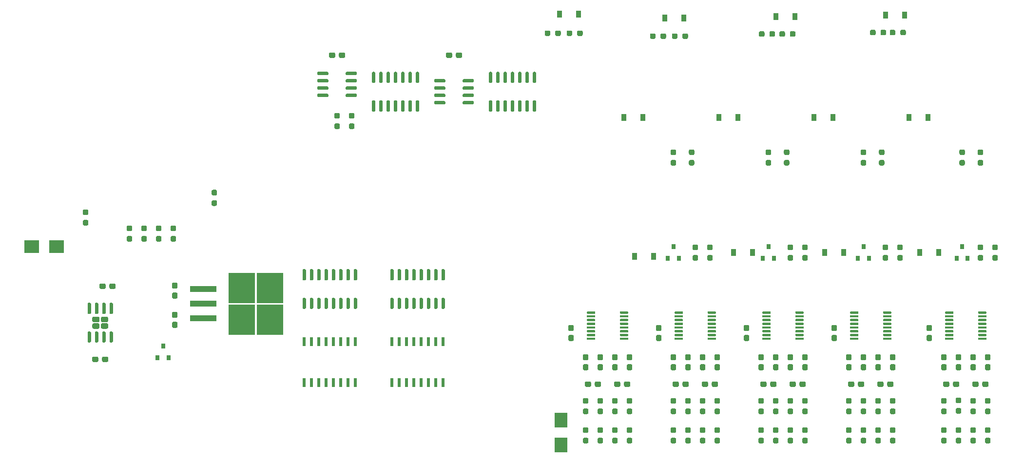
<source format=gbr>
%TF.GenerationSoftware,KiCad,Pcbnew,5.1.10*%
%TF.CreationDate,2021-07-06T21:53:34-04:00*%
%TF.ProjectId,mote pcb,6d6f7465-2070-4636-922e-6b696361645f,rev?*%
%TF.SameCoordinates,Original*%
%TF.FileFunction,Paste,Top*%
%TF.FilePolarity,Positive*%
%FSLAX46Y46*%
G04 Gerber Fmt 4.6, Leading zero omitted, Abs format (unit mm)*
G04 Created by KiCad (PCBNEW 5.1.10) date 2021-07-06 21:53:34*
%MOMM*%
%LPD*%
G01*
G04 APERTURE LIST*
%ADD10R,0.900000X1.200000*%
%ADD11R,2.500000X2.300000*%
%ADD12R,0.800000X0.900000*%
%ADD13R,2.300000X2.500000*%
%ADD14R,4.550000X5.250000*%
%ADD15R,4.600000X1.100000*%
%ADD16R,0.600000X1.500000*%
G04 APERTURE END LIST*
D10*
%TO.C,D13*%
X174497000Y-84709000D03*
X171197000Y-84709000D03*
%TD*%
%TO.C,D12*%
X163321000Y-66802000D03*
X160021000Y-66802000D03*
%TD*%
%TO.C,D11*%
X200913000Y-67183000D03*
X197613000Y-67183000D03*
%TD*%
%TO.C,D10*%
X191007000Y-84709000D03*
X187707000Y-84709000D03*
%TD*%
%TO.C,D9*%
X181609000Y-67437000D03*
X178309000Y-67437000D03*
%TD*%
%TO.C,D8*%
X219963000Y-66929000D03*
X216663000Y-66929000D03*
%TD*%
%TO.C,D6*%
X176402000Y-108839000D03*
X173102000Y-108839000D03*
%TD*%
%TO.C,D5*%
X209422000Y-108204000D03*
X206122000Y-108204000D03*
%TD*%
%TO.C,D4*%
X207517000Y-84709000D03*
X204217000Y-84709000D03*
%TD*%
%TO.C,D3*%
X225932000Y-108204000D03*
X222632000Y-108204000D03*
%TD*%
%TO.C,D2*%
X224027000Y-84709000D03*
X220727000Y-84709000D03*
%TD*%
%TO.C,D1*%
X193547000Y-108204000D03*
X190247000Y-108204000D03*
%TD*%
%TO.C,R77*%
G36*
G01*
X214967000Y-69739500D02*
X214967000Y-70214500D01*
G75*
G02*
X214729500Y-70452000I-237500J0D01*
G01*
X214229500Y-70452000D01*
G75*
G02*
X213992000Y-70214500I0J237500D01*
G01*
X213992000Y-69739500D01*
G75*
G02*
X214229500Y-69502000I237500J0D01*
G01*
X214729500Y-69502000D01*
G75*
G02*
X214967000Y-69739500I0J-237500D01*
G01*
G37*
G36*
G01*
X216792000Y-69739500D02*
X216792000Y-70214500D01*
G75*
G02*
X216554500Y-70452000I-237500J0D01*
G01*
X216054500Y-70452000D01*
G75*
G02*
X215817000Y-70214500I0J237500D01*
G01*
X215817000Y-69739500D01*
G75*
G02*
X216054500Y-69502000I237500J0D01*
G01*
X216554500Y-69502000D01*
G75*
G02*
X216792000Y-69739500I0J-237500D01*
G01*
G37*
%TD*%
%TO.C,R74*%
G36*
G01*
X219246000Y-70214500D02*
X219246000Y-69739500D01*
G75*
G02*
X219483500Y-69502000I237500J0D01*
G01*
X219983500Y-69502000D01*
G75*
G02*
X220221000Y-69739500I0J-237500D01*
G01*
X220221000Y-70214500D01*
G75*
G02*
X219983500Y-70452000I-237500J0D01*
G01*
X219483500Y-70452000D01*
G75*
G02*
X219246000Y-70214500I0J237500D01*
G01*
G37*
G36*
G01*
X217421000Y-70214500D02*
X217421000Y-69739500D01*
G75*
G02*
X217658500Y-69502000I237500J0D01*
G01*
X218158500Y-69502000D01*
G75*
G02*
X218396000Y-69739500I0J-237500D01*
G01*
X218396000Y-70214500D01*
G75*
G02*
X218158500Y-70452000I-237500J0D01*
G01*
X217658500Y-70452000D01*
G75*
G02*
X217421000Y-70214500I0J237500D01*
G01*
G37*
%TD*%
D11*
%TO.C,D7*%
X72644000Y-107188000D03*
X68344000Y-107188000D03*
%TD*%
D12*
%TO.C,D14*%
X91186000Y-124476000D03*
X92136000Y-126476000D03*
X90236000Y-126476000D03*
%TD*%
D13*
%TO.C,D15*%
X160274000Y-137296000D03*
X160274000Y-141596000D03*
%TD*%
%TO.C,C8*%
G36*
G01*
X177054500Y-122499000D02*
X177529500Y-122499000D01*
G75*
G02*
X177767000Y-122736500I0J-237500D01*
G01*
X177767000Y-123336500D01*
G75*
G02*
X177529500Y-123574000I-237500J0D01*
G01*
X177054500Y-123574000D01*
G75*
G02*
X176817000Y-123336500I0J237500D01*
G01*
X176817000Y-122736500D01*
G75*
G02*
X177054500Y-122499000I237500J0D01*
G01*
G37*
G36*
G01*
X177054500Y-120774000D02*
X177529500Y-120774000D01*
G75*
G02*
X177767000Y-121011500I0J-237500D01*
G01*
X177767000Y-121611500D01*
G75*
G02*
X177529500Y-121849000I-237500J0D01*
G01*
X177054500Y-121849000D01*
G75*
G02*
X176817000Y-121611500I0J237500D01*
G01*
X176817000Y-121011500D01*
G75*
G02*
X177054500Y-120774000I237500J0D01*
G01*
G37*
%TD*%
%TO.C,R8*%
G36*
G01*
X121174500Y-85769000D02*
X121649500Y-85769000D01*
G75*
G02*
X121887000Y-86006500I0J-237500D01*
G01*
X121887000Y-86506500D01*
G75*
G02*
X121649500Y-86744000I-237500J0D01*
G01*
X121174500Y-86744000D01*
G75*
G02*
X120937000Y-86506500I0J237500D01*
G01*
X120937000Y-86006500D01*
G75*
G02*
X121174500Y-85769000I237500J0D01*
G01*
G37*
G36*
G01*
X121174500Y-83944000D02*
X121649500Y-83944000D01*
G75*
G02*
X121887000Y-84181500I0J-237500D01*
G01*
X121887000Y-84681500D01*
G75*
G02*
X121649500Y-84919000I-237500J0D01*
G01*
X121174500Y-84919000D01*
G75*
G02*
X120937000Y-84681500I0J237500D01*
G01*
X120937000Y-84181500D01*
G75*
G02*
X121174500Y-83944000I237500J0D01*
G01*
G37*
%TD*%
%TO.C,R6*%
G36*
G01*
X123714500Y-85769000D02*
X124189500Y-85769000D01*
G75*
G02*
X124427000Y-86006500I0J-237500D01*
G01*
X124427000Y-86506500D01*
G75*
G02*
X124189500Y-86744000I-237500J0D01*
G01*
X123714500Y-86744000D01*
G75*
G02*
X123477000Y-86506500I0J237500D01*
G01*
X123477000Y-86006500D01*
G75*
G02*
X123714500Y-85769000I237500J0D01*
G01*
G37*
G36*
G01*
X123714500Y-83944000D02*
X124189500Y-83944000D01*
G75*
G02*
X124427000Y-84181500I0J-237500D01*
G01*
X124427000Y-84681500D01*
G75*
G02*
X124189500Y-84919000I-237500J0D01*
G01*
X123714500Y-84919000D01*
G75*
G02*
X123477000Y-84681500I0J237500D01*
G01*
X123477000Y-84181500D01*
G75*
G02*
X123714500Y-83944000I237500J0D01*
G01*
G37*
%TD*%
%TO.C,U14*%
G36*
G01*
X124437000Y-116054000D02*
X124737000Y-116054000D01*
G75*
G02*
X124887000Y-116204000I0J-150000D01*
G01*
X124887000Y-117854000D01*
G75*
G02*
X124737000Y-118004000I-150000J0D01*
G01*
X124437000Y-118004000D01*
G75*
G02*
X124287000Y-117854000I0J150000D01*
G01*
X124287000Y-116204000D01*
G75*
G02*
X124437000Y-116054000I150000J0D01*
G01*
G37*
G36*
G01*
X123167000Y-116054000D02*
X123467000Y-116054000D01*
G75*
G02*
X123617000Y-116204000I0J-150000D01*
G01*
X123617000Y-117854000D01*
G75*
G02*
X123467000Y-118004000I-150000J0D01*
G01*
X123167000Y-118004000D01*
G75*
G02*
X123017000Y-117854000I0J150000D01*
G01*
X123017000Y-116204000D01*
G75*
G02*
X123167000Y-116054000I150000J0D01*
G01*
G37*
G36*
G01*
X121897000Y-116054000D02*
X122197000Y-116054000D01*
G75*
G02*
X122347000Y-116204000I0J-150000D01*
G01*
X122347000Y-117854000D01*
G75*
G02*
X122197000Y-118004000I-150000J0D01*
G01*
X121897000Y-118004000D01*
G75*
G02*
X121747000Y-117854000I0J150000D01*
G01*
X121747000Y-116204000D01*
G75*
G02*
X121897000Y-116054000I150000J0D01*
G01*
G37*
G36*
G01*
X120627000Y-116054000D02*
X120927000Y-116054000D01*
G75*
G02*
X121077000Y-116204000I0J-150000D01*
G01*
X121077000Y-117854000D01*
G75*
G02*
X120927000Y-118004000I-150000J0D01*
G01*
X120627000Y-118004000D01*
G75*
G02*
X120477000Y-117854000I0J150000D01*
G01*
X120477000Y-116204000D01*
G75*
G02*
X120627000Y-116054000I150000J0D01*
G01*
G37*
G36*
G01*
X119357000Y-116054000D02*
X119657000Y-116054000D01*
G75*
G02*
X119807000Y-116204000I0J-150000D01*
G01*
X119807000Y-117854000D01*
G75*
G02*
X119657000Y-118004000I-150000J0D01*
G01*
X119357000Y-118004000D01*
G75*
G02*
X119207000Y-117854000I0J150000D01*
G01*
X119207000Y-116204000D01*
G75*
G02*
X119357000Y-116054000I150000J0D01*
G01*
G37*
G36*
G01*
X118087000Y-116054000D02*
X118387000Y-116054000D01*
G75*
G02*
X118537000Y-116204000I0J-150000D01*
G01*
X118537000Y-117854000D01*
G75*
G02*
X118387000Y-118004000I-150000J0D01*
G01*
X118087000Y-118004000D01*
G75*
G02*
X117937000Y-117854000I0J150000D01*
G01*
X117937000Y-116204000D01*
G75*
G02*
X118087000Y-116054000I150000J0D01*
G01*
G37*
G36*
G01*
X116817000Y-116054000D02*
X117117000Y-116054000D01*
G75*
G02*
X117267000Y-116204000I0J-150000D01*
G01*
X117267000Y-117854000D01*
G75*
G02*
X117117000Y-118004000I-150000J0D01*
G01*
X116817000Y-118004000D01*
G75*
G02*
X116667000Y-117854000I0J150000D01*
G01*
X116667000Y-116204000D01*
G75*
G02*
X116817000Y-116054000I150000J0D01*
G01*
G37*
G36*
G01*
X115547000Y-116054000D02*
X115847000Y-116054000D01*
G75*
G02*
X115997000Y-116204000I0J-150000D01*
G01*
X115997000Y-117854000D01*
G75*
G02*
X115847000Y-118004000I-150000J0D01*
G01*
X115547000Y-118004000D01*
G75*
G02*
X115397000Y-117854000I0J150000D01*
G01*
X115397000Y-116204000D01*
G75*
G02*
X115547000Y-116054000I150000J0D01*
G01*
G37*
G36*
G01*
X115547000Y-111104000D02*
X115847000Y-111104000D01*
G75*
G02*
X115997000Y-111254000I0J-150000D01*
G01*
X115997000Y-112904000D01*
G75*
G02*
X115847000Y-113054000I-150000J0D01*
G01*
X115547000Y-113054000D01*
G75*
G02*
X115397000Y-112904000I0J150000D01*
G01*
X115397000Y-111254000D01*
G75*
G02*
X115547000Y-111104000I150000J0D01*
G01*
G37*
G36*
G01*
X116817000Y-111104000D02*
X117117000Y-111104000D01*
G75*
G02*
X117267000Y-111254000I0J-150000D01*
G01*
X117267000Y-112904000D01*
G75*
G02*
X117117000Y-113054000I-150000J0D01*
G01*
X116817000Y-113054000D01*
G75*
G02*
X116667000Y-112904000I0J150000D01*
G01*
X116667000Y-111254000D01*
G75*
G02*
X116817000Y-111104000I150000J0D01*
G01*
G37*
G36*
G01*
X118087000Y-111104000D02*
X118387000Y-111104000D01*
G75*
G02*
X118537000Y-111254000I0J-150000D01*
G01*
X118537000Y-112904000D01*
G75*
G02*
X118387000Y-113054000I-150000J0D01*
G01*
X118087000Y-113054000D01*
G75*
G02*
X117937000Y-112904000I0J150000D01*
G01*
X117937000Y-111254000D01*
G75*
G02*
X118087000Y-111104000I150000J0D01*
G01*
G37*
G36*
G01*
X119357000Y-111104000D02*
X119657000Y-111104000D01*
G75*
G02*
X119807000Y-111254000I0J-150000D01*
G01*
X119807000Y-112904000D01*
G75*
G02*
X119657000Y-113054000I-150000J0D01*
G01*
X119357000Y-113054000D01*
G75*
G02*
X119207000Y-112904000I0J150000D01*
G01*
X119207000Y-111254000D01*
G75*
G02*
X119357000Y-111104000I150000J0D01*
G01*
G37*
G36*
G01*
X120627000Y-111104000D02*
X120927000Y-111104000D01*
G75*
G02*
X121077000Y-111254000I0J-150000D01*
G01*
X121077000Y-112904000D01*
G75*
G02*
X120927000Y-113054000I-150000J0D01*
G01*
X120627000Y-113054000D01*
G75*
G02*
X120477000Y-112904000I0J150000D01*
G01*
X120477000Y-111254000D01*
G75*
G02*
X120627000Y-111104000I150000J0D01*
G01*
G37*
G36*
G01*
X121897000Y-111104000D02*
X122197000Y-111104000D01*
G75*
G02*
X122347000Y-111254000I0J-150000D01*
G01*
X122347000Y-112904000D01*
G75*
G02*
X122197000Y-113054000I-150000J0D01*
G01*
X121897000Y-113054000D01*
G75*
G02*
X121747000Y-112904000I0J150000D01*
G01*
X121747000Y-111254000D01*
G75*
G02*
X121897000Y-111104000I150000J0D01*
G01*
G37*
G36*
G01*
X123167000Y-111104000D02*
X123467000Y-111104000D01*
G75*
G02*
X123617000Y-111254000I0J-150000D01*
G01*
X123617000Y-112904000D01*
G75*
G02*
X123467000Y-113054000I-150000J0D01*
G01*
X123167000Y-113054000D01*
G75*
G02*
X123017000Y-112904000I0J150000D01*
G01*
X123017000Y-111254000D01*
G75*
G02*
X123167000Y-111104000I150000J0D01*
G01*
G37*
G36*
G01*
X124437000Y-111104000D02*
X124737000Y-111104000D01*
G75*
G02*
X124887000Y-111254000I0J-150000D01*
G01*
X124887000Y-112904000D01*
G75*
G02*
X124737000Y-113054000I-150000J0D01*
G01*
X124437000Y-113054000D01*
G75*
G02*
X124287000Y-112904000I0J150000D01*
G01*
X124287000Y-111254000D01*
G75*
G02*
X124437000Y-111104000I150000J0D01*
G01*
G37*
%TD*%
D14*
%TO.C,U13*%
X104878000Y-119888000D03*
X109728000Y-114338000D03*
X104878000Y-114338000D03*
X109728000Y-119888000D03*
D15*
X98153000Y-119653000D03*
X98153000Y-117113000D03*
X98153000Y-114573000D03*
%TD*%
%TO.C,U12*%
G36*
G01*
X81399000Y-120306000D02*
X80629000Y-120306000D01*
G75*
G02*
X80389000Y-120066000I0J240000D01*
G01*
X80389000Y-119586000D01*
G75*
G02*
X80629000Y-119346000I240000J0D01*
G01*
X81399000Y-119346000D01*
G75*
G02*
X81639000Y-119586000I0J-240000D01*
G01*
X81639000Y-120066000D01*
G75*
G02*
X81399000Y-120306000I-240000J0D01*
G01*
G37*
G36*
G01*
X79899000Y-120306000D02*
X79129000Y-120306000D01*
G75*
G02*
X78889000Y-120066000I0J240000D01*
G01*
X78889000Y-119586000D01*
G75*
G02*
X79129000Y-119346000I240000J0D01*
G01*
X79899000Y-119346000D01*
G75*
G02*
X80139000Y-119586000I0J-240000D01*
G01*
X80139000Y-120066000D01*
G75*
G02*
X79899000Y-120306000I-240000J0D01*
G01*
G37*
G36*
G01*
X81399000Y-121446000D02*
X80629000Y-121446000D01*
G75*
G02*
X80389000Y-121206000I0J240000D01*
G01*
X80389000Y-120726000D01*
G75*
G02*
X80629000Y-120486000I240000J0D01*
G01*
X81399000Y-120486000D01*
G75*
G02*
X81639000Y-120726000I0J-240000D01*
G01*
X81639000Y-121206000D01*
G75*
G02*
X81399000Y-121446000I-240000J0D01*
G01*
G37*
G36*
G01*
X79899000Y-121446000D02*
X79129000Y-121446000D01*
G75*
G02*
X78889000Y-121206000I0J240000D01*
G01*
X78889000Y-120726000D01*
G75*
G02*
X79129000Y-120486000I240000J0D01*
G01*
X79899000Y-120486000D01*
G75*
G02*
X80139000Y-120726000I0J-240000D01*
G01*
X80139000Y-121206000D01*
G75*
G02*
X79899000Y-121446000I-240000J0D01*
G01*
G37*
G36*
G01*
X78509000Y-118896000D02*
X78209000Y-118896000D01*
G75*
G02*
X78059000Y-118746000I0J150000D01*
G01*
X78059000Y-117096000D01*
G75*
G02*
X78209000Y-116946000I150000J0D01*
G01*
X78509000Y-116946000D01*
G75*
G02*
X78659000Y-117096000I0J-150000D01*
G01*
X78659000Y-118746000D01*
G75*
G02*
X78509000Y-118896000I-150000J0D01*
G01*
G37*
G36*
G01*
X79779000Y-118896000D02*
X79479000Y-118896000D01*
G75*
G02*
X79329000Y-118746000I0J150000D01*
G01*
X79329000Y-117096000D01*
G75*
G02*
X79479000Y-116946000I150000J0D01*
G01*
X79779000Y-116946000D01*
G75*
G02*
X79929000Y-117096000I0J-150000D01*
G01*
X79929000Y-118746000D01*
G75*
G02*
X79779000Y-118896000I-150000J0D01*
G01*
G37*
G36*
G01*
X81049000Y-118896000D02*
X80749000Y-118896000D01*
G75*
G02*
X80599000Y-118746000I0J150000D01*
G01*
X80599000Y-117096000D01*
G75*
G02*
X80749000Y-116946000I150000J0D01*
G01*
X81049000Y-116946000D01*
G75*
G02*
X81199000Y-117096000I0J-150000D01*
G01*
X81199000Y-118746000D01*
G75*
G02*
X81049000Y-118896000I-150000J0D01*
G01*
G37*
G36*
G01*
X82319000Y-118896000D02*
X82019000Y-118896000D01*
G75*
G02*
X81869000Y-118746000I0J150000D01*
G01*
X81869000Y-117096000D01*
G75*
G02*
X82019000Y-116946000I150000J0D01*
G01*
X82319000Y-116946000D01*
G75*
G02*
X82469000Y-117096000I0J-150000D01*
G01*
X82469000Y-118746000D01*
G75*
G02*
X82319000Y-118896000I-150000J0D01*
G01*
G37*
G36*
G01*
X82319000Y-123846000D02*
X82019000Y-123846000D01*
G75*
G02*
X81869000Y-123696000I0J150000D01*
G01*
X81869000Y-122046000D01*
G75*
G02*
X82019000Y-121896000I150000J0D01*
G01*
X82319000Y-121896000D01*
G75*
G02*
X82469000Y-122046000I0J-150000D01*
G01*
X82469000Y-123696000D01*
G75*
G02*
X82319000Y-123846000I-150000J0D01*
G01*
G37*
G36*
G01*
X81049000Y-123846000D02*
X80749000Y-123846000D01*
G75*
G02*
X80599000Y-123696000I0J150000D01*
G01*
X80599000Y-122046000D01*
G75*
G02*
X80749000Y-121896000I150000J0D01*
G01*
X81049000Y-121896000D01*
G75*
G02*
X81199000Y-122046000I0J-150000D01*
G01*
X81199000Y-123696000D01*
G75*
G02*
X81049000Y-123846000I-150000J0D01*
G01*
G37*
G36*
G01*
X79779000Y-123846000D02*
X79479000Y-123846000D01*
G75*
G02*
X79329000Y-123696000I0J150000D01*
G01*
X79329000Y-122046000D01*
G75*
G02*
X79479000Y-121896000I150000J0D01*
G01*
X79779000Y-121896000D01*
G75*
G02*
X79929000Y-122046000I0J-150000D01*
G01*
X79929000Y-123696000D01*
G75*
G02*
X79779000Y-123846000I-150000J0D01*
G01*
G37*
G36*
G01*
X78509000Y-123846000D02*
X78209000Y-123846000D01*
G75*
G02*
X78059000Y-123696000I0J150000D01*
G01*
X78059000Y-122046000D01*
G75*
G02*
X78209000Y-121896000I150000J0D01*
G01*
X78509000Y-121896000D01*
G75*
G02*
X78659000Y-122046000I0J-150000D01*
G01*
X78659000Y-123696000D01*
G75*
G02*
X78509000Y-123846000I-150000J0D01*
G01*
G37*
%TD*%
%TO.C,U11*%
G36*
G01*
X232757000Y-118729000D02*
X232757000Y-118529000D01*
G75*
G02*
X232857000Y-118429000I100000J0D01*
G01*
X234132000Y-118429000D01*
G75*
G02*
X234232000Y-118529000I0J-100000D01*
G01*
X234232000Y-118729000D01*
G75*
G02*
X234132000Y-118829000I-100000J0D01*
G01*
X232857000Y-118829000D01*
G75*
G02*
X232757000Y-118729000I0J100000D01*
G01*
G37*
G36*
G01*
X232757000Y-119379000D02*
X232757000Y-119179000D01*
G75*
G02*
X232857000Y-119079000I100000J0D01*
G01*
X234132000Y-119079000D01*
G75*
G02*
X234232000Y-119179000I0J-100000D01*
G01*
X234232000Y-119379000D01*
G75*
G02*
X234132000Y-119479000I-100000J0D01*
G01*
X232857000Y-119479000D01*
G75*
G02*
X232757000Y-119379000I0J100000D01*
G01*
G37*
G36*
G01*
X232757000Y-120029000D02*
X232757000Y-119829000D01*
G75*
G02*
X232857000Y-119729000I100000J0D01*
G01*
X234132000Y-119729000D01*
G75*
G02*
X234232000Y-119829000I0J-100000D01*
G01*
X234232000Y-120029000D01*
G75*
G02*
X234132000Y-120129000I-100000J0D01*
G01*
X232857000Y-120129000D01*
G75*
G02*
X232757000Y-120029000I0J100000D01*
G01*
G37*
G36*
G01*
X232757000Y-120679000D02*
X232757000Y-120479000D01*
G75*
G02*
X232857000Y-120379000I100000J0D01*
G01*
X234132000Y-120379000D01*
G75*
G02*
X234232000Y-120479000I0J-100000D01*
G01*
X234232000Y-120679000D01*
G75*
G02*
X234132000Y-120779000I-100000J0D01*
G01*
X232857000Y-120779000D01*
G75*
G02*
X232757000Y-120679000I0J100000D01*
G01*
G37*
G36*
G01*
X232757000Y-121329000D02*
X232757000Y-121129000D01*
G75*
G02*
X232857000Y-121029000I100000J0D01*
G01*
X234132000Y-121029000D01*
G75*
G02*
X234232000Y-121129000I0J-100000D01*
G01*
X234232000Y-121329000D01*
G75*
G02*
X234132000Y-121429000I-100000J0D01*
G01*
X232857000Y-121429000D01*
G75*
G02*
X232757000Y-121329000I0J100000D01*
G01*
G37*
G36*
G01*
X232757000Y-121979000D02*
X232757000Y-121779000D01*
G75*
G02*
X232857000Y-121679000I100000J0D01*
G01*
X234132000Y-121679000D01*
G75*
G02*
X234232000Y-121779000I0J-100000D01*
G01*
X234232000Y-121979000D01*
G75*
G02*
X234132000Y-122079000I-100000J0D01*
G01*
X232857000Y-122079000D01*
G75*
G02*
X232757000Y-121979000I0J100000D01*
G01*
G37*
G36*
G01*
X232757000Y-122629000D02*
X232757000Y-122429000D01*
G75*
G02*
X232857000Y-122329000I100000J0D01*
G01*
X234132000Y-122329000D01*
G75*
G02*
X234232000Y-122429000I0J-100000D01*
G01*
X234232000Y-122629000D01*
G75*
G02*
X234132000Y-122729000I-100000J0D01*
G01*
X232857000Y-122729000D01*
G75*
G02*
X232757000Y-122629000I0J100000D01*
G01*
G37*
G36*
G01*
X232757000Y-123279000D02*
X232757000Y-123079000D01*
G75*
G02*
X232857000Y-122979000I100000J0D01*
G01*
X234132000Y-122979000D01*
G75*
G02*
X234232000Y-123079000I0J-100000D01*
G01*
X234232000Y-123279000D01*
G75*
G02*
X234132000Y-123379000I-100000J0D01*
G01*
X232857000Y-123379000D01*
G75*
G02*
X232757000Y-123279000I0J100000D01*
G01*
G37*
G36*
G01*
X227032000Y-123279000D02*
X227032000Y-123079000D01*
G75*
G02*
X227132000Y-122979000I100000J0D01*
G01*
X228407000Y-122979000D01*
G75*
G02*
X228507000Y-123079000I0J-100000D01*
G01*
X228507000Y-123279000D01*
G75*
G02*
X228407000Y-123379000I-100000J0D01*
G01*
X227132000Y-123379000D01*
G75*
G02*
X227032000Y-123279000I0J100000D01*
G01*
G37*
G36*
G01*
X227032000Y-122629000D02*
X227032000Y-122429000D01*
G75*
G02*
X227132000Y-122329000I100000J0D01*
G01*
X228407000Y-122329000D01*
G75*
G02*
X228507000Y-122429000I0J-100000D01*
G01*
X228507000Y-122629000D01*
G75*
G02*
X228407000Y-122729000I-100000J0D01*
G01*
X227132000Y-122729000D01*
G75*
G02*
X227032000Y-122629000I0J100000D01*
G01*
G37*
G36*
G01*
X227032000Y-121979000D02*
X227032000Y-121779000D01*
G75*
G02*
X227132000Y-121679000I100000J0D01*
G01*
X228407000Y-121679000D01*
G75*
G02*
X228507000Y-121779000I0J-100000D01*
G01*
X228507000Y-121979000D01*
G75*
G02*
X228407000Y-122079000I-100000J0D01*
G01*
X227132000Y-122079000D01*
G75*
G02*
X227032000Y-121979000I0J100000D01*
G01*
G37*
G36*
G01*
X227032000Y-121329000D02*
X227032000Y-121129000D01*
G75*
G02*
X227132000Y-121029000I100000J0D01*
G01*
X228407000Y-121029000D01*
G75*
G02*
X228507000Y-121129000I0J-100000D01*
G01*
X228507000Y-121329000D01*
G75*
G02*
X228407000Y-121429000I-100000J0D01*
G01*
X227132000Y-121429000D01*
G75*
G02*
X227032000Y-121329000I0J100000D01*
G01*
G37*
G36*
G01*
X227032000Y-120679000D02*
X227032000Y-120479000D01*
G75*
G02*
X227132000Y-120379000I100000J0D01*
G01*
X228407000Y-120379000D01*
G75*
G02*
X228507000Y-120479000I0J-100000D01*
G01*
X228507000Y-120679000D01*
G75*
G02*
X228407000Y-120779000I-100000J0D01*
G01*
X227132000Y-120779000D01*
G75*
G02*
X227032000Y-120679000I0J100000D01*
G01*
G37*
G36*
G01*
X227032000Y-120029000D02*
X227032000Y-119829000D01*
G75*
G02*
X227132000Y-119729000I100000J0D01*
G01*
X228407000Y-119729000D01*
G75*
G02*
X228507000Y-119829000I0J-100000D01*
G01*
X228507000Y-120029000D01*
G75*
G02*
X228407000Y-120129000I-100000J0D01*
G01*
X227132000Y-120129000D01*
G75*
G02*
X227032000Y-120029000I0J100000D01*
G01*
G37*
G36*
G01*
X227032000Y-119379000D02*
X227032000Y-119179000D01*
G75*
G02*
X227132000Y-119079000I100000J0D01*
G01*
X228407000Y-119079000D01*
G75*
G02*
X228507000Y-119179000I0J-100000D01*
G01*
X228507000Y-119379000D01*
G75*
G02*
X228407000Y-119479000I-100000J0D01*
G01*
X227132000Y-119479000D01*
G75*
G02*
X227032000Y-119379000I0J100000D01*
G01*
G37*
G36*
G01*
X227032000Y-118729000D02*
X227032000Y-118529000D01*
G75*
G02*
X227132000Y-118429000I100000J0D01*
G01*
X228407000Y-118429000D01*
G75*
G02*
X228507000Y-118529000I0J-100000D01*
G01*
X228507000Y-118729000D01*
G75*
G02*
X228407000Y-118829000I-100000J0D01*
G01*
X227132000Y-118829000D01*
G75*
G02*
X227032000Y-118729000I0J100000D01*
G01*
G37*
%TD*%
%TO.C,U10*%
G36*
G01*
X216247000Y-118729000D02*
X216247000Y-118529000D01*
G75*
G02*
X216347000Y-118429000I100000J0D01*
G01*
X217622000Y-118429000D01*
G75*
G02*
X217722000Y-118529000I0J-100000D01*
G01*
X217722000Y-118729000D01*
G75*
G02*
X217622000Y-118829000I-100000J0D01*
G01*
X216347000Y-118829000D01*
G75*
G02*
X216247000Y-118729000I0J100000D01*
G01*
G37*
G36*
G01*
X216247000Y-119379000D02*
X216247000Y-119179000D01*
G75*
G02*
X216347000Y-119079000I100000J0D01*
G01*
X217622000Y-119079000D01*
G75*
G02*
X217722000Y-119179000I0J-100000D01*
G01*
X217722000Y-119379000D01*
G75*
G02*
X217622000Y-119479000I-100000J0D01*
G01*
X216347000Y-119479000D01*
G75*
G02*
X216247000Y-119379000I0J100000D01*
G01*
G37*
G36*
G01*
X216247000Y-120029000D02*
X216247000Y-119829000D01*
G75*
G02*
X216347000Y-119729000I100000J0D01*
G01*
X217622000Y-119729000D01*
G75*
G02*
X217722000Y-119829000I0J-100000D01*
G01*
X217722000Y-120029000D01*
G75*
G02*
X217622000Y-120129000I-100000J0D01*
G01*
X216347000Y-120129000D01*
G75*
G02*
X216247000Y-120029000I0J100000D01*
G01*
G37*
G36*
G01*
X216247000Y-120679000D02*
X216247000Y-120479000D01*
G75*
G02*
X216347000Y-120379000I100000J0D01*
G01*
X217622000Y-120379000D01*
G75*
G02*
X217722000Y-120479000I0J-100000D01*
G01*
X217722000Y-120679000D01*
G75*
G02*
X217622000Y-120779000I-100000J0D01*
G01*
X216347000Y-120779000D01*
G75*
G02*
X216247000Y-120679000I0J100000D01*
G01*
G37*
G36*
G01*
X216247000Y-121329000D02*
X216247000Y-121129000D01*
G75*
G02*
X216347000Y-121029000I100000J0D01*
G01*
X217622000Y-121029000D01*
G75*
G02*
X217722000Y-121129000I0J-100000D01*
G01*
X217722000Y-121329000D01*
G75*
G02*
X217622000Y-121429000I-100000J0D01*
G01*
X216347000Y-121429000D01*
G75*
G02*
X216247000Y-121329000I0J100000D01*
G01*
G37*
G36*
G01*
X216247000Y-121979000D02*
X216247000Y-121779000D01*
G75*
G02*
X216347000Y-121679000I100000J0D01*
G01*
X217622000Y-121679000D01*
G75*
G02*
X217722000Y-121779000I0J-100000D01*
G01*
X217722000Y-121979000D01*
G75*
G02*
X217622000Y-122079000I-100000J0D01*
G01*
X216347000Y-122079000D01*
G75*
G02*
X216247000Y-121979000I0J100000D01*
G01*
G37*
G36*
G01*
X216247000Y-122629000D02*
X216247000Y-122429000D01*
G75*
G02*
X216347000Y-122329000I100000J0D01*
G01*
X217622000Y-122329000D01*
G75*
G02*
X217722000Y-122429000I0J-100000D01*
G01*
X217722000Y-122629000D01*
G75*
G02*
X217622000Y-122729000I-100000J0D01*
G01*
X216347000Y-122729000D01*
G75*
G02*
X216247000Y-122629000I0J100000D01*
G01*
G37*
G36*
G01*
X216247000Y-123279000D02*
X216247000Y-123079000D01*
G75*
G02*
X216347000Y-122979000I100000J0D01*
G01*
X217622000Y-122979000D01*
G75*
G02*
X217722000Y-123079000I0J-100000D01*
G01*
X217722000Y-123279000D01*
G75*
G02*
X217622000Y-123379000I-100000J0D01*
G01*
X216347000Y-123379000D01*
G75*
G02*
X216247000Y-123279000I0J100000D01*
G01*
G37*
G36*
G01*
X210522000Y-123279000D02*
X210522000Y-123079000D01*
G75*
G02*
X210622000Y-122979000I100000J0D01*
G01*
X211897000Y-122979000D01*
G75*
G02*
X211997000Y-123079000I0J-100000D01*
G01*
X211997000Y-123279000D01*
G75*
G02*
X211897000Y-123379000I-100000J0D01*
G01*
X210622000Y-123379000D01*
G75*
G02*
X210522000Y-123279000I0J100000D01*
G01*
G37*
G36*
G01*
X210522000Y-122629000D02*
X210522000Y-122429000D01*
G75*
G02*
X210622000Y-122329000I100000J0D01*
G01*
X211897000Y-122329000D01*
G75*
G02*
X211997000Y-122429000I0J-100000D01*
G01*
X211997000Y-122629000D01*
G75*
G02*
X211897000Y-122729000I-100000J0D01*
G01*
X210622000Y-122729000D01*
G75*
G02*
X210522000Y-122629000I0J100000D01*
G01*
G37*
G36*
G01*
X210522000Y-121979000D02*
X210522000Y-121779000D01*
G75*
G02*
X210622000Y-121679000I100000J0D01*
G01*
X211897000Y-121679000D01*
G75*
G02*
X211997000Y-121779000I0J-100000D01*
G01*
X211997000Y-121979000D01*
G75*
G02*
X211897000Y-122079000I-100000J0D01*
G01*
X210622000Y-122079000D01*
G75*
G02*
X210522000Y-121979000I0J100000D01*
G01*
G37*
G36*
G01*
X210522000Y-121329000D02*
X210522000Y-121129000D01*
G75*
G02*
X210622000Y-121029000I100000J0D01*
G01*
X211897000Y-121029000D01*
G75*
G02*
X211997000Y-121129000I0J-100000D01*
G01*
X211997000Y-121329000D01*
G75*
G02*
X211897000Y-121429000I-100000J0D01*
G01*
X210622000Y-121429000D01*
G75*
G02*
X210522000Y-121329000I0J100000D01*
G01*
G37*
G36*
G01*
X210522000Y-120679000D02*
X210522000Y-120479000D01*
G75*
G02*
X210622000Y-120379000I100000J0D01*
G01*
X211897000Y-120379000D01*
G75*
G02*
X211997000Y-120479000I0J-100000D01*
G01*
X211997000Y-120679000D01*
G75*
G02*
X211897000Y-120779000I-100000J0D01*
G01*
X210622000Y-120779000D01*
G75*
G02*
X210522000Y-120679000I0J100000D01*
G01*
G37*
G36*
G01*
X210522000Y-120029000D02*
X210522000Y-119829000D01*
G75*
G02*
X210622000Y-119729000I100000J0D01*
G01*
X211897000Y-119729000D01*
G75*
G02*
X211997000Y-119829000I0J-100000D01*
G01*
X211997000Y-120029000D01*
G75*
G02*
X211897000Y-120129000I-100000J0D01*
G01*
X210622000Y-120129000D01*
G75*
G02*
X210522000Y-120029000I0J100000D01*
G01*
G37*
G36*
G01*
X210522000Y-119379000D02*
X210522000Y-119179000D01*
G75*
G02*
X210622000Y-119079000I100000J0D01*
G01*
X211897000Y-119079000D01*
G75*
G02*
X211997000Y-119179000I0J-100000D01*
G01*
X211997000Y-119379000D01*
G75*
G02*
X211897000Y-119479000I-100000J0D01*
G01*
X210622000Y-119479000D01*
G75*
G02*
X210522000Y-119379000I0J100000D01*
G01*
G37*
G36*
G01*
X210522000Y-118729000D02*
X210522000Y-118529000D01*
G75*
G02*
X210622000Y-118429000I100000J0D01*
G01*
X211897000Y-118429000D01*
G75*
G02*
X211997000Y-118529000I0J-100000D01*
G01*
X211997000Y-118729000D01*
G75*
G02*
X211897000Y-118829000I-100000J0D01*
G01*
X210622000Y-118829000D01*
G75*
G02*
X210522000Y-118729000I0J100000D01*
G01*
G37*
%TD*%
%TO.C,U9*%
G36*
G01*
X201007000Y-118729000D02*
X201007000Y-118529000D01*
G75*
G02*
X201107000Y-118429000I100000J0D01*
G01*
X202382000Y-118429000D01*
G75*
G02*
X202482000Y-118529000I0J-100000D01*
G01*
X202482000Y-118729000D01*
G75*
G02*
X202382000Y-118829000I-100000J0D01*
G01*
X201107000Y-118829000D01*
G75*
G02*
X201007000Y-118729000I0J100000D01*
G01*
G37*
G36*
G01*
X201007000Y-119379000D02*
X201007000Y-119179000D01*
G75*
G02*
X201107000Y-119079000I100000J0D01*
G01*
X202382000Y-119079000D01*
G75*
G02*
X202482000Y-119179000I0J-100000D01*
G01*
X202482000Y-119379000D01*
G75*
G02*
X202382000Y-119479000I-100000J0D01*
G01*
X201107000Y-119479000D01*
G75*
G02*
X201007000Y-119379000I0J100000D01*
G01*
G37*
G36*
G01*
X201007000Y-120029000D02*
X201007000Y-119829000D01*
G75*
G02*
X201107000Y-119729000I100000J0D01*
G01*
X202382000Y-119729000D01*
G75*
G02*
X202482000Y-119829000I0J-100000D01*
G01*
X202482000Y-120029000D01*
G75*
G02*
X202382000Y-120129000I-100000J0D01*
G01*
X201107000Y-120129000D01*
G75*
G02*
X201007000Y-120029000I0J100000D01*
G01*
G37*
G36*
G01*
X201007000Y-120679000D02*
X201007000Y-120479000D01*
G75*
G02*
X201107000Y-120379000I100000J0D01*
G01*
X202382000Y-120379000D01*
G75*
G02*
X202482000Y-120479000I0J-100000D01*
G01*
X202482000Y-120679000D01*
G75*
G02*
X202382000Y-120779000I-100000J0D01*
G01*
X201107000Y-120779000D01*
G75*
G02*
X201007000Y-120679000I0J100000D01*
G01*
G37*
G36*
G01*
X201007000Y-121329000D02*
X201007000Y-121129000D01*
G75*
G02*
X201107000Y-121029000I100000J0D01*
G01*
X202382000Y-121029000D01*
G75*
G02*
X202482000Y-121129000I0J-100000D01*
G01*
X202482000Y-121329000D01*
G75*
G02*
X202382000Y-121429000I-100000J0D01*
G01*
X201107000Y-121429000D01*
G75*
G02*
X201007000Y-121329000I0J100000D01*
G01*
G37*
G36*
G01*
X201007000Y-121979000D02*
X201007000Y-121779000D01*
G75*
G02*
X201107000Y-121679000I100000J0D01*
G01*
X202382000Y-121679000D01*
G75*
G02*
X202482000Y-121779000I0J-100000D01*
G01*
X202482000Y-121979000D01*
G75*
G02*
X202382000Y-122079000I-100000J0D01*
G01*
X201107000Y-122079000D01*
G75*
G02*
X201007000Y-121979000I0J100000D01*
G01*
G37*
G36*
G01*
X201007000Y-122629000D02*
X201007000Y-122429000D01*
G75*
G02*
X201107000Y-122329000I100000J0D01*
G01*
X202382000Y-122329000D01*
G75*
G02*
X202482000Y-122429000I0J-100000D01*
G01*
X202482000Y-122629000D01*
G75*
G02*
X202382000Y-122729000I-100000J0D01*
G01*
X201107000Y-122729000D01*
G75*
G02*
X201007000Y-122629000I0J100000D01*
G01*
G37*
G36*
G01*
X201007000Y-123279000D02*
X201007000Y-123079000D01*
G75*
G02*
X201107000Y-122979000I100000J0D01*
G01*
X202382000Y-122979000D01*
G75*
G02*
X202482000Y-123079000I0J-100000D01*
G01*
X202482000Y-123279000D01*
G75*
G02*
X202382000Y-123379000I-100000J0D01*
G01*
X201107000Y-123379000D01*
G75*
G02*
X201007000Y-123279000I0J100000D01*
G01*
G37*
G36*
G01*
X195282000Y-123279000D02*
X195282000Y-123079000D01*
G75*
G02*
X195382000Y-122979000I100000J0D01*
G01*
X196657000Y-122979000D01*
G75*
G02*
X196757000Y-123079000I0J-100000D01*
G01*
X196757000Y-123279000D01*
G75*
G02*
X196657000Y-123379000I-100000J0D01*
G01*
X195382000Y-123379000D01*
G75*
G02*
X195282000Y-123279000I0J100000D01*
G01*
G37*
G36*
G01*
X195282000Y-122629000D02*
X195282000Y-122429000D01*
G75*
G02*
X195382000Y-122329000I100000J0D01*
G01*
X196657000Y-122329000D01*
G75*
G02*
X196757000Y-122429000I0J-100000D01*
G01*
X196757000Y-122629000D01*
G75*
G02*
X196657000Y-122729000I-100000J0D01*
G01*
X195382000Y-122729000D01*
G75*
G02*
X195282000Y-122629000I0J100000D01*
G01*
G37*
G36*
G01*
X195282000Y-121979000D02*
X195282000Y-121779000D01*
G75*
G02*
X195382000Y-121679000I100000J0D01*
G01*
X196657000Y-121679000D01*
G75*
G02*
X196757000Y-121779000I0J-100000D01*
G01*
X196757000Y-121979000D01*
G75*
G02*
X196657000Y-122079000I-100000J0D01*
G01*
X195382000Y-122079000D01*
G75*
G02*
X195282000Y-121979000I0J100000D01*
G01*
G37*
G36*
G01*
X195282000Y-121329000D02*
X195282000Y-121129000D01*
G75*
G02*
X195382000Y-121029000I100000J0D01*
G01*
X196657000Y-121029000D01*
G75*
G02*
X196757000Y-121129000I0J-100000D01*
G01*
X196757000Y-121329000D01*
G75*
G02*
X196657000Y-121429000I-100000J0D01*
G01*
X195382000Y-121429000D01*
G75*
G02*
X195282000Y-121329000I0J100000D01*
G01*
G37*
G36*
G01*
X195282000Y-120679000D02*
X195282000Y-120479000D01*
G75*
G02*
X195382000Y-120379000I100000J0D01*
G01*
X196657000Y-120379000D01*
G75*
G02*
X196757000Y-120479000I0J-100000D01*
G01*
X196757000Y-120679000D01*
G75*
G02*
X196657000Y-120779000I-100000J0D01*
G01*
X195382000Y-120779000D01*
G75*
G02*
X195282000Y-120679000I0J100000D01*
G01*
G37*
G36*
G01*
X195282000Y-120029000D02*
X195282000Y-119829000D01*
G75*
G02*
X195382000Y-119729000I100000J0D01*
G01*
X196657000Y-119729000D01*
G75*
G02*
X196757000Y-119829000I0J-100000D01*
G01*
X196757000Y-120029000D01*
G75*
G02*
X196657000Y-120129000I-100000J0D01*
G01*
X195382000Y-120129000D01*
G75*
G02*
X195282000Y-120029000I0J100000D01*
G01*
G37*
G36*
G01*
X195282000Y-119379000D02*
X195282000Y-119179000D01*
G75*
G02*
X195382000Y-119079000I100000J0D01*
G01*
X196657000Y-119079000D01*
G75*
G02*
X196757000Y-119179000I0J-100000D01*
G01*
X196757000Y-119379000D01*
G75*
G02*
X196657000Y-119479000I-100000J0D01*
G01*
X195382000Y-119479000D01*
G75*
G02*
X195282000Y-119379000I0J100000D01*
G01*
G37*
G36*
G01*
X195282000Y-118729000D02*
X195282000Y-118529000D01*
G75*
G02*
X195382000Y-118429000I100000J0D01*
G01*
X196657000Y-118429000D01*
G75*
G02*
X196757000Y-118529000I0J-100000D01*
G01*
X196757000Y-118729000D01*
G75*
G02*
X196657000Y-118829000I-100000J0D01*
G01*
X195382000Y-118829000D01*
G75*
G02*
X195282000Y-118729000I0J100000D01*
G01*
G37*
%TD*%
%TO.C,U8*%
G36*
G01*
X185767000Y-118729000D02*
X185767000Y-118529000D01*
G75*
G02*
X185867000Y-118429000I100000J0D01*
G01*
X187142000Y-118429000D01*
G75*
G02*
X187242000Y-118529000I0J-100000D01*
G01*
X187242000Y-118729000D01*
G75*
G02*
X187142000Y-118829000I-100000J0D01*
G01*
X185867000Y-118829000D01*
G75*
G02*
X185767000Y-118729000I0J100000D01*
G01*
G37*
G36*
G01*
X185767000Y-119379000D02*
X185767000Y-119179000D01*
G75*
G02*
X185867000Y-119079000I100000J0D01*
G01*
X187142000Y-119079000D01*
G75*
G02*
X187242000Y-119179000I0J-100000D01*
G01*
X187242000Y-119379000D01*
G75*
G02*
X187142000Y-119479000I-100000J0D01*
G01*
X185867000Y-119479000D01*
G75*
G02*
X185767000Y-119379000I0J100000D01*
G01*
G37*
G36*
G01*
X185767000Y-120029000D02*
X185767000Y-119829000D01*
G75*
G02*
X185867000Y-119729000I100000J0D01*
G01*
X187142000Y-119729000D01*
G75*
G02*
X187242000Y-119829000I0J-100000D01*
G01*
X187242000Y-120029000D01*
G75*
G02*
X187142000Y-120129000I-100000J0D01*
G01*
X185867000Y-120129000D01*
G75*
G02*
X185767000Y-120029000I0J100000D01*
G01*
G37*
G36*
G01*
X185767000Y-120679000D02*
X185767000Y-120479000D01*
G75*
G02*
X185867000Y-120379000I100000J0D01*
G01*
X187142000Y-120379000D01*
G75*
G02*
X187242000Y-120479000I0J-100000D01*
G01*
X187242000Y-120679000D01*
G75*
G02*
X187142000Y-120779000I-100000J0D01*
G01*
X185867000Y-120779000D01*
G75*
G02*
X185767000Y-120679000I0J100000D01*
G01*
G37*
G36*
G01*
X185767000Y-121329000D02*
X185767000Y-121129000D01*
G75*
G02*
X185867000Y-121029000I100000J0D01*
G01*
X187142000Y-121029000D01*
G75*
G02*
X187242000Y-121129000I0J-100000D01*
G01*
X187242000Y-121329000D01*
G75*
G02*
X187142000Y-121429000I-100000J0D01*
G01*
X185867000Y-121429000D01*
G75*
G02*
X185767000Y-121329000I0J100000D01*
G01*
G37*
G36*
G01*
X185767000Y-121979000D02*
X185767000Y-121779000D01*
G75*
G02*
X185867000Y-121679000I100000J0D01*
G01*
X187142000Y-121679000D01*
G75*
G02*
X187242000Y-121779000I0J-100000D01*
G01*
X187242000Y-121979000D01*
G75*
G02*
X187142000Y-122079000I-100000J0D01*
G01*
X185867000Y-122079000D01*
G75*
G02*
X185767000Y-121979000I0J100000D01*
G01*
G37*
G36*
G01*
X185767000Y-122629000D02*
X185767000Y-122429000D01*
G75*
G02*
X185867000Y-122329000I100000J0D01*
G01*
X187142000Y-122329000D01*
G75*
G02*
X187242000Y-122429000I0J-100000D01*
G01*
X187242000Y-122629000D01*
G75*
G02*
X187142000Y-122729000I-100000J0D01*
G01*
X185867000Y-122729000D01*
G75*
G02*
X185767000Y-122629000I0J100000D01*
G01*
G37*
G36*
G01*
X185767000Y-123279000D02*
X185767000Y-123079000D01*
G75*
G02*
X185867000Y-122979000I100000J0D01*
G01*
X187142000Y-122979000D01*
G75*
G02*
X187242000Y-123079000I0J-100000D01*
G01*
X187242000Y-123279000D01*
G75*
G02*
X187142000Y-123379000I-100000J0D01*
G01*
X185867000Y-123379000D01*
G75*
G02*
X185767000Y-123279000I0J100000D01*
G01*
G37*
G36*
G01*
X180042000Y-123279000D02*
X180042000Y-123079000D01*
G75*
G02*
X180142000Y-122979000I100000J0D01*
G01*
X181417000Y-122979000D01*
G75*
G02*
X181517000Y-123079000I0J-100000D01*
G01*
X181517000Y-123279000D01*
G75*
G02*
X181417000Y-123379000I-100000J0D01*
G01*
X180142000Y-123379000D01*
G75*
G02*
X180042000Y-123279000I0J100000D01*
G01*
G37*
G36*
G01*
X180042000Y-122629000D02*
X180042000Y-122429000D01*
G75*
G02*
X180142000Y-122329000I100000J0D01*
G01*
X181417000Y-122329000D01*
G75*
G02*
X181517000Y-122429000I0J-100000D01*
G01*
X181517000Y-122629000D01*
G75*
G02*
X181417000Y-122729000I-100000J0D01*
G01*
X180142000Y-122729000D01*
G75*
G02*
X180042000Y-122629000I0J100000D01*
G01*
G37*
G36*
G01*
X180042000Y-121979000D02*
X180042000Y-121779000D01*
G75*
G02*
X180142000Y-121679000I100000J0D01*
G01*
X181417000Y-121679000D01*
G75*
G02*
X181517000Y-121779000I0J-100000D01*
G01*
X181517000Y-121979000D01*
G75*
G02*
X181417000Y-122079000I-100000J0D01*
G01*
X180142000Y-122079000D01*
G75*
G02*
X180042000Y-121979000I0J100000D01*
G01*
G37*
G36*
G01*
X180042000Y-121329000D02*
X180042000Y-121129000D01*
G75*
G02*
X180142000Y-121029000I100000J0D01*
G01*
X181417000Y-121029000D01*
G75*
G02*
X181517000Y-121129000I0J-100000D01*
G01*
X181517000Y-121329000D01*
G75*
G02*
X181417000Y-121429000I-100000J0D01*
G01*
X180142000Y-121429000D01*
G75*
G02*
X180042000Y-121329000I0J100000D01*
G01*
G37*
G36*
G01*
X180042000Y-120679000D02*
X180042000Y-120479000D01*
G75*
G02*
X180142000Y-120379000I100000J0D01*
G01*
X181417000Y-120379000D01*
G75*
G02*
X181517000Y-120479000I0J-100000D01*
G01*
X181517000Y-120679000D01*
G75*
G02*
X181417000Y-120779000I-100000J0D01*
G01*
X180142000Y-120779000D01*
G75*
G02*
X180042000Y-120679000I0J100000D01*
G01*
G37*
G36*
G01*
X180042000Y-120029000D02*
X180042000Y-119829000D01*
G75*
G02*
X180142000Y-119729000I100000J0D01*
G01*
X181417000Y-119729000D01*
G75*
G02*
X181517000Y-119829000I0J-100000D01*
G01*
X181517000Y-120029000D01*
G75*
G02*
X181417000Y-120129000I-100000J0D01*
G01*
X180142000Y-120129000D01*
G75*
G02*
X180042000Y-120029000I0J100000D01*
G01*
G37*
G36*
G01*
X180042000Y-119379000D02*
X180042000Y-119179000D01*
G75*
G02*
X180142000Y-119079000I100000J0D01*
G01*
X181417000Y-119079000D01*
G75*
G02*
X181517000Y-119179000I0J-100000D01*
G01*
X181517000Y-119379000D01*
G75*
G02*
X181417000Y-119479000I-100000J0D01*
G01*
X180142000Y-119479000D01*
G75*
G02*
X180042000Y-119379000I0J100000D01*
G01*
G37*
G36*
G01*
X180042000Y-118729000D02*
X180042000Y-118529000D01*
G75*
G02*
X180142000Y-118429000I100000J0D01*
G01*
X181417000Y-118429000D01*
G75*
G02*
X181517000Y-118529000I0J-100000D01*
G01*
X181517000Y-118729000D01*
G75*
G02*
X181417000Y-118829000I-100000J0D01*
G01*
X180142000Y-118829000D01*
G75*
G02*
X180042000Y-118729000I0J100000D01*
G01*
G37*
%TD*%
%TO.C,U7*%
G36*
G01*
X170527000Y-118729000D02*
X170527000Y-118529000D01*
G75*
G02*
X170627000Y-118429000I100000J0D01*
G01*
X171902000Y-118429000D01*
G75*
G02*
X172002000Y-118529000I0J-100000D01*
G01*
X172002000Y-118729000D01*
G75*
G02*
X171902000Y-118829000I-100000J0D01*
G01*
X170627000Y-118829000D01*
G75*
G02*
X170527000Y-118729000I0J100000D01*
G01*
G37*
G36*
G01*
X170527000Y-119379000D02*
X170527000Y-119179000D01*
G75*
G02*
X170627000Y-119079000I100000J0D01*
G01*
X171902000Y-119079000D01*
G75*
G02*
X172002000Y-119179000I0J-100000D01*
G01*
X172002000Y-119379000D01*
G75*
G02*
X171902000Y-119479000I-100000J0D01*
G01*
X170627000Y-119479000D01*
G75*
G02*
X170527000Y-119379000I0J100000D01*
G01*
G37*
G36*
G01*
X170527000Y-120029000D02*
X170527000Y-119829000D01*
G75*
G02*
X170627000Y-119729000I100000J0D01*
G01*
X171902000Y-119729000D01*
G75*
G02*
X172002000Y-119829000I0J-100000D01*
G01*
X172002000Y-120029000D01*
G75*
G02*
X171902000Y-120129000I-100000J0D01*
G01*
X170627000Y-120129000D01*
G75*
G02*
X170527000Y-120029000I0J100000D01*
G01*
G37*
G36*
G01*
X170527000Y-120679000D02*
X170527000Y-120479000D01*
G75*
G02*
X170627000Y-120379000I100000J0D01*
G01*
X171902000Y-120379000D01*
G75*
G02*
X172002000Y-120479000I0J-100000D01*
G01*
X172002000Y-120679000D01*
G75*
G02*
X171902000Y-120779000I-100000J0D01*
G01*
X170627000Y-120779000D01*
G75*
G02*
X170527000Y-120679000I0J100000D01*
G01*
G37*
G36*
G01*
X170527000Y-121329000D02*
X170527000Y-121129000D01*
G75*
G02*
X170627000Y-121029000I100000J0D01*
G01*
X171902000Y-121029000D01*
G75*
G02*
X172002000Y-121129000I0J-100000D01*
G01*
X172002000Y-121329000D01*
G75*
G02*
X171902000Y-121429000I-100000J0D01*
G01*
X170627000Y-121429000D01*
G75*
G02*
X170527000Y-121329000I0J100000D01*
G01*
G37*
G36*
G01*
X170527000Y-121979000D02*
X170527000Y-121779000D01*
G75*
G02*
X170627000Y-121679000I100000J0D01*
G01*
X171902000Y-121679000D01*
G75*
G02*
X172002000Y-121779000I0J-100000D01*
G01*
X172002000Y-121979000D01*
G75*
G02*
X171902000Y-122079000I-100000J0D01*
G01*
X170627000Y-122079000D01*
G75*
G02*
X170527000Y-121979000I0J100000D01*
G01*
G37*
G36*
G01*
X170527000Y-122629000D02*
X170527000Y-122429000D01*
G75*
G02*
X170627000Y-122329000I100000J0D01*
G01*
X171902000Y-122329000D01*
G75*
G02*
X172002000Y-122429000I0J-100000D01*
G01*
X172002000Y-122629000D01*
G75*
G02*
X171902000Y-122729000I-100000J0D01*
G01*
X170627000Y-122729000D01*
G75*
G02*
X170527000Y-122629000I0J100000D01*
G01*
G37*
G36*
G01*
X170527000Y-123279000D02*
X170527000Y-123079000D01*
G75*
G02*
X170627000Y-122979000I100000J0D01*
G01*
X171902000Y-122979000D01*
G75*
G02*
X172002000Y-123079000I0J-100000D01*
G01*
X172002000Y-123279000D01*
G75*
G02*
X171902000Y-123379000I-100000J0D01*
G01*
X170627000Y-123379000D01*
G75*
G02*
X170527000Y-123279000I0J100000D01*
G01*
G37*
G36*
G01*
X164802000Y-123279000D02*
X164802000Y-123079000D01*
G75*
G02*
X164902000Y-122979000I100000J0D01*
G01*
X166177000Y-122979000D01*
G75*
G02*
X166277000Y-123079000I0J-100000D01*
G01*
X166277000Y-123279000D01*
G75*
G02*
X166177000Y-123379000I-100000J0D01*
G01*
X164902000Y-123379000D01*
G75*
G02*
X164802000Y-123279000I0J100000D01*
G01*
G37*
G36*
G01*
X164802000Y-122629000D02*
X164802000Y-122429000D01*
G75*
G02*
X164902000Y-122329000I100000J0D01*
G01*
X166177000Y-122329000D01*
G75*
G02*
X166277000Y-122429000I0J-100000D01*
G01*
X166277000Y-122629000D01*
G75*
G02*
X166177000Y-122729000I-100000J0D01*
G01*
X164902000Y-122729000D01*
G75*
G02*
X164802000Y-122629000I0J100000D01*
G01*
G37*
G36*
G01*
X164802000Y-121979000D02*
X164802000Y-121779000D01*
G75*
G02*
X164902000Y-121679000I100000J0D01*
G01*
X166177000Y-121679000D01*
G75*
G02*
X166277000Y-121779000I0J-100000D01*
G01*
X166277000Y-121979000D01*
G75*
G02*
X166177000Y-122079000I-100000J0D01*
G01*
X164902000Y-122079000D01*
G75*
G02*
X164802000Y-121979000I0J100000D01*
G01*
G37*
G36*
G01*
X164802000Y-121329000D02*
X164802000Y-121129000D01*
G75*
G02*
X164902000Y-121029000I100000J0D01*
G01*
X166177000Y-121029000D01*
G75*
G02*
X166277000Y-121129000I0J-100000D01*
G01*
X166277000Y-121329000D01*
G75*
G02*
X166177000Y-121429000I-100000J0D01*
G01*
X164902000Y-121429000D01*
G75*
G02*
X164802000Y-121329000I0J100000D01*
G01*
G37*
G36*
G01*
X164802000Y-120679000D02*
X164802000Y-120479000D01*
G75*
G02*
X164902000Y-120379000I100000J0D01*
G01*
X166177000Y-120379000D01*
G75*
G02*
X166277000Y-120479000I0J-100000D01*
G01*
X166277000Y-120679000D01*
G75*
G02*
X166177000Y-120779000I-100000J0D01*
G01*
X164902000Y-120779000D01*
G75*
G02*
X164802000Y-120679000I0J100000D01*
G01*
G37*
G36*
G01*
X164802000Y-120029000D02*
X164802000Y-119829000D01*
G75*
G02*
X164902000Y-119729000I100000J0D01*
G01*
X166177000Y-119729000D01*
G75*
G02*
X166277000Y-119829000I0J-100000D01*
G01*
X166277000Y-120029000D01*
G75*
G02*
X166177000Y-120129000I-100000J0D01*
G01*
X164902000Y-120129000D01*
G75*
G02*
X164802000Y-120029000I0J100000D01*
G01*
G37*
G36*
G01*
X164802000Y-119379000D02*
X164802000Y-119179000D01*
G75*
G02*
X164902000Y-119079000I100000J0D01*
G01*
X166177000Y-119079000D01*
G75*
G02*
X166277000Y-119179000I0J-100000D01*
G01*
X166277000Y-119379000D01*
G75*
G02*
X166177000Y-119479000I-100000J0D01*
G01*
X164902000Y-119479000D01*
G75*
G02*
X164802000Y-119379000I0J100000D01*
G01*
G37*
G36*
G01*
X164802000Y-118729000D02*
X164802000Y-118529000D01*
G75*
G02*
X164902000Y-118429000I100000J0D01*
G01*
X166177000Y-118429000D01*
G75*
G02*
X166277000Y-118529000I0J-100000D01*
G01*
X166277000Y-118729000D01*
G75*
G02*
X166177000Y-118829000I-100000J0D01*
G01*
X164902000Y-118829000D01*
G75*
G02*
X164802000Y-118729000I0J100000D01*
G01*
G37*
%TD*%
%TO.C,U6*%
G36*
G01*
X127912000Y-78764000D02*
X127612000Y-78764000D01*
G75*
G02*
X127462000Y-78614000I0J150000D01*
G01*
X127462000Y-76964000D01*
G75*
G02*
X127612000Y-76814000I150000J0D01*
G01*
X127912000Y-76814000D01*
G75*
G02*
X128062000Y-76964000I0J-150000D01*
G01*
X128062000Y-78614000D01*
G75*
G02*
X127912000Y-78764000I-150000J0D01*
G01*
G37*
G36*
G01*
X129182000Y-78764000D02*
X128882000Y-78764000D01*
G75*
G02*
X128732000Y-78614000I0J150000D01*
G01*
X128732000Y-76964000D01*
G75*
G02*
X128882000Y-76814000I150000J0D01*
G01*
X129182000Y-76814000D01*
G75*
G02*
X129332000Y-76964000I0J-150000D01*
G01*
X129332000Y-78614000D01*
G75*
G02*
X129182000Y-78764000I-150000J0D01*
G01*
G37*
G36*
G01*
X130452000Y-78764000D02*
X130152000Y-78764000D01*
G75*
G02*
X130002000Y-78614000I0J150000D01*
G01*
X130002000Y-76964000D01*
G75*
G02*
X130152000Y-76814000I150000J0D01*
G01*
X130452000Y-76814000D01*
G75*
G02*
X130602000Y-76964000I0J-150000D01*
G01*
X130602000Y-78614000D01*
G75*
G02*
X130452000Y-78764000I-150000J0D01*
G01*
G37*
G36*
G01*
X131722000Y-78764000D02*
X131422000Y-78764000D01*
G75*
G02*
X131272000Y-78614000I0J150000D01*
G01*
X131272000Y-76964000D01*
G75*
G02*
X131422000Y-76814000I150000J0D01*
G01*
X131722000Y-76814000D01*
G75*
G02*
X131872000Y-76964000I0J-150000D01*
G01*
X131872000Y-78614000D01*
G75*
G02*
X131722000Y-78764000I-150000J0D01*
G01*
G37*
G36*
G01*
X132992000Y-78764000D02*
X132692000Y-78764000D01*
G75*
G02*
X132542000Y-78614000I0J150000D01*
G01*
X132542000Y-76964000D01*
G75*
G02*
X132692000Y-76814000I150000J0D01*
G01*
X132992000Y-76814000D01*
G75*
G02*
X133142000Y-76964000I0J-150000D01*
G01*
X133142000Y-78614000D01*
G75*
G02*
X132992000Y-78764000I-150000J0D01*
G01*
G37*
G36*
G01*
X134262000Y-78764000D02*
X133962000Y-78764000D01*
G75*
G02*
X133812000Y-78614000I0J150000D01*
G01*
X133812000Y-76964000D01*
G75*
G02*
X133962000Y-76814000I150000J0D01*
G01*
X134262000Y-76814000D01*
G75*
G02*
X134412000Y-76964000I0J-150000D01*
G01*
X134412000Y-78614000D01*
G75*
G02*
X134262000Y-78764000I-150000J0D01*
G01*
G37*
G36*
G01*
X135532000Y-78764000D02*
X135232000Y-78764000D01*
G75*
G02*
X135082000Y-78614000I0J150000D01*
G01*
X135082000Y-76964000D01*
G75*
G02*
X135232000Y-76814000I150000J0D01*
G01*
X135532000Y-76814000D01*
G75*
G02*
X135682000Y-76964000I0J-150000D01*
G01*
X135682000Y-78614000D01*
G75*
G02*
X135532000Y-78764000I-150000J0D01*
G01*
G37*
G36*
G01*
X135532000Y-83714000D02*
X135232000Y-83714000D01*
G75*
G02*
X135082000Y-83564000I0J150000D01*
G01*
X135082000Y-81914000D01*
G75*
G02*
X135232000Y-81764000I150000J0D01*
G01*
X135532000Y-81764000D01*
G75*
G02*
X135682000Y-81914000I0J-150000D01*
G01*
X135682000Y-83564000D01*
G75*
G02*
X135532000Y-83714000I-150000J0D01*
G01*
G37*
G36*
G01*
X134262000Y-83714000D02*
X133962000Y-83714000D01*
G75*
G02*
X133812000Y-83564000I0J150000D01*
G01*
X133812000Y-81914000D01*
G75*
G02*
X133962000Y-81764000I150000J0D01*
G01*
X134262000Y-81764000D01*
G75*
G02*
X134412000Y-81914000I0J-150000D01*
G01*
X134412000Y-83564000D01*
G75*
G02*
X134262000Y-83714000I-150000J0D01*
G01*
G37*
G36*
G01*
X132992000Y-83714000D02*
X132692000Y-83714000D01*
G75*
G02*
X132542000Y-83564000I0J150000D01*
G01*
X132542000Y-81914000D01*
G75*
G02*
X132692000Y-81764000I150000J0D01*
G01*
X132992000Y-81764000D01*
G75*
G02*
X133142000Y-81914000I0J-150000D01*
G01*
X133142000Y-83564000D01*
G75*
G02*
X132992000Y-83714000I-150000J0D01*
G01*
G37*
G36*
G01*
X131722000Y-83714000D02*
X131422000Y-83714000D01*
G75*
G02*
X131272000Y-83564000I0J150000D01*
G01*
X131272000Y-81914000D01*
G75*
G02*
X131422000Y-81764000I150000J0D01*
G01*
X131722000Y-81764000D01*
G75*
G02*
X131872000Y-81914000I0J-150000D01*
G01*
X131872000Y-83564000D01*
G75*
G02*
X131722000Y-83714000I-150000J0D01*
G01*
G37*
G36*
G01*
X130452000Y-83714000D02*
X130152000Y-83714000D01*
G75*
G02*
X130002000Y-83564000I0J150000D01*
G01*
X130002000Y-81914000D01*
G75*
G02*
X130152000Y-81764000I150000J0D01*
G01*
X130452000Y-81764000D01*
G75*
G02*
X130602000Y-81914000I0J-150000D01*
G01*
X130602000Y-83564000D01*
G75*
G02*
X130452000Y-83714000I-150000J0D01*
G01*
G37*
G36*
G01*
X129182000Y-83714000D02*
X128882000Y-83714000D01*
G75*
G02*
X128732000Y-83564000I0J150000D01*
G01*
X128732000Y-81914000D01*
G75*
G02*
X128882000Y-81764000I150000J0D01*
G01*
X129182000Y-81764000D01*
G75*
G02*
X129332000Y-81914000I0J-150000D01*
G01*
X129332000Y-83564000D01*
G75*
G02*
X129182000Y-83714000I-150000J0D01*
G01*
G37*
G36*
G01*
X127912000Y-83714000D02*
X127612000Y-83714000D01*
G75*
G02*
X127462000Y-83564000I0J150000D01*
G01*
X127462000Y-81914000D01*
G75*
G02*
X127612000Y-81764000I150000J0D01*
G01*
X127912000Y-81764000D01*
G75*
G02*
X128062000Y-81914000I0J-150000D01*
G01*
X128062000Y-83564000D01*
G75*
G02*
X127912000Y-83714000I-150000J0D01*
G01*
G37*
%TD*%
%TO.C,U5*%
G36*
G01*
X148232000Y-78764000D02*
X147932000Y-78764000D01*
G75*
G02*
X147782000Y-78614000I0J150000D01*
G01*
X147782000Y-76964000D01*
G75*
G02*
X147932000Y-76814000I150000J0D01*
G01*
X148232000Y-76814000D01*
G75*
G02*
X148382000Y-76964000I0J-150000D01*
G01*
X148382000Y-78614000D01*
G75*
G02*
X148232000Y-78764000I-150000J0D01*
G01*
G37*
G36*
G01*
X149502000Y-78764000D02*
X149202000Y-78764000D01*
G75*
G02*
X149052000Y-78614000I0J150000D01*
G01*
X149052000Y-76964000D01*
G75*
G02*
X149202000Y-76814000I150000J0D01*
G01*
X149502000Y-76814000D01*
G75*
G02*
X149652000Y-76964000I0J-150000D01*
G01*
X149652000Y-78614000D01*
G75*
G02*
X149502000Y-78764000I-150000J0D01*
G01*
G37*
G36*
G01*
X150772000Y-78764000D02*
X150472000Y-78764000D01*
G75*
G02*
X150322000Y-78614000I0J150000D01*
G01*
X150322000Y-76964000D01*
G75*
G02*
X150472000Y-76814000I150000J0D01*
G01*
X150772000Y-76814000D01*
G75*
G02*
X150922000Y-76964000I0J-150000D01*
G01*
X150922000Y-78614000D01*
G75*
G02*
X150772000Y-78764000I-150000J0D01*
G01*
G37*
G36*
G01*
X152042000Y-78764000D02*
X151742000Y-78764000D01*
G75*
G02*
X151592000Y-78614000I0J150000D01*
G01*
X151592000Y-76964000D01*
G75*
G02*
X151742000Y-76814000I150000J0D01*
G01*
X152042000Y-76814000D01*
G75*
G02*
X152192000Y-76964000I0J-150000D01*
G01*
X152192000Y-78614000D01*
G75*
G02*
X152042000Y-78764000I-150000J0D01*
G01*
G37*
G36*
G01*
X153312000Y-78764000D02*
X153012000Y-78764000D01*
G75*
G02*
X152862000Y-78614000I0J150000D01*
G01*
X152862000Y-76964000D01*
G75*
G02*
X153012000Y-76814000I150000J0D01*
G01*
X153312000Y-76814000D01*
G75*
G02*
X153462000Y-76964000I0J-150000D01*
G01*
X153462000Y-78614000D01*
G75*
G02*
X153312000Y-78764000I-150000J0D01*
G01*
G37*
G36*
G01*
X154582000Y-78764000D02*
X154282000Y-78764000D01*
G75*
G02*
X154132000Y-78614000I0J150000D01*
G01*
X154132000Y-76964000D01*
G75*
G02*
X154282000Y-76814000I150000J0D01*
G01*
X154582000Y-76814000D01*
G75*
G02*
X154732000Y-76964000I0J-150000D01*
G01*
X154732000Y-78614000D01*
G75*
G02*
X154582000Y-78764000I-150000J0D01*
G01*
G37*
G36*
G01*
X155852000Y-78764000D02*
X155552000Y-78764000D01*
G75*
G02*
X155402000Y-78614000I0J150000D01*
G01*
X155402000Y-76964000D01*
G75*
G02*
X155552000Y-76814000I150000J0D01*
G01*
X155852000Y-76814000D01*
G75*
G02*
X156002000Y-76964000I0J-150000D01*
G01*
X156002000Y-78614000D01*
G75*
G02*
X155852000Y-78764000I-150000J0D01*
G01*
G37*
G36*
G01*
X155852000Y-83714000D02*
X155552000Y-83714000D01*
G75*
G02*
X155402000Y-83564000I0J150000D01*
G01*
X155402000Y-81914000D01*
G75*
G02*
X155552000Y-81764000I150000J0D01*
G01*
X155852000Y-81764000D01*
G75*
G02*
X156002000Y-81914000I0J-150000D01*
G01*
X156002000Y-83564000D01*
G75*
G02*
X155852000Y-83714000I-150000J0D01*
G01*
G37*
G36*
G01*
X154582000Y-83714000D02*
X154282000Y-83714000D01*
G75*
G02*
X154132000Y-83564000I0J150000D01*
G01*
X154132000Y-81914000D01*
G75*
G02*
X154282000Y-81764000I150000J0D01*
G01*
X154582000Y-81764000D01*
G75*
G02*
X154732000Y-81914000I0J-150000D01*
G01*
X154732000Y-83564000D01*
G75*
G02*
X154582000Y-83714000I-150000J0D01*
G01*
G37*
G36*
G01*
X153312000Y-83714000D02*
X153012000Y-83714000D01*
G75*
G02*
X152862000Y-83564000I0J150000D01*
G01*
X152862000Y-81914000D01*
G75*
G02*
X153012000Y-81764000I150000J0D01*
G01*
X153312000Y-81764000D01*
G75*
G02*
X153462000Y-81914000I0J-150000D01*
G01*
X153462000Y-83564000D01*
G75*
G02*
X153312000Y-83714000I-150000J0D01*
G01*
G37*
G36*
G01*
X152042000Y-83714000D02*
X151742000Y-83714000D01*
G75*
G02*
X151592000Y-83564000I0J150000D01*
G01*
X151592000Y-81914000D01*
G75*
G02*
X151742000Y-81764000I150000J0D01*
G01*
X152042000Y-81764000D01*
G75*
G02*
X152192000Y-81914000I0J-150000D01*
G01*
X152192000Y-83564000D01*
G75*
G02*
X152042000Y-83714000I-150000J0D01*
G01*
G37*
G36*
G01*
X150772000Y-83714000D02*
X150472000Y-83714000D01*
G75*
G02*
X150322000Y-83564000I0J150000D01*
G01*
X150322000Y-81914000D01*
G75*
G02*
X150472000Y-81764000I150000J0D01*
G01*
X150772000Y-81764000D01*
G75*
G02*
X150922000Y-81914000I0J-150000D01*
G01*
X150922000Y-83564000D01*
G75*
G02*
X150772000Y-83714000I-150000J0D01*
G01*
G37*
G36*
G01*
X149502000Y-83714000D02*
X149202000Y-83714000D01*
G75*
G02*
X149052000Y-83564000I0J150000D01*
G01*
X149052000Y-81914000D01*
G75*
G02*
X149202000Y-81764000I150000J0D01*
G01*
X149502000Y-81764000D01*
G75*
G02*
X149652000Y-81914000I0J-150000D01*
G01*
X149652000Y-83564000D01*
G75*
G02*
X149502000Y-83714000I-150000J0D01*
G01*
G37*
G36*
G01*
X148232000Y-83714000D02*
X147932000Y-83714000D01*
G75*
G02*
X147782000Y-83564000I0J150000D01*
G01*
X147782000Y-81914000D01*
G75*
G02*
X147932000Y-81764000I150000J0D01*
G01*
X148232000Y-81764000D01*
G75*
G02*
X148382000Y-81914000I0J-150000D01*
G01*
X148382000Y-83564000D01*
G75*
G02*
X148232000Y-83714000I-150000J0D01*
G01*
G37*
%TD*%
%TO.C,U4*%
G36*
G01*
X122912000Y-77239000D02*
X122912000Y-76939000D01*
G75*
G02*
X123062000Y-76789000I150000J0D01*
G01*
X124712000Y-76789000D01*
G75*
G02*
X124862000Y-76939000I0J-150000D01*
G01*
X124862000Y-77239000D01*
G75*
G02*
X124712000Y-77389000I-150000J0D01*
G01*
X123062000Y-77389000D01*
G75*
G02*
X122912000Y-77239000I0J150000D01*
G01*
G37*
G36*
G01*
X122912000Y-78509000D02*
X122912000Y-78209000D01*
G75*
G02*
X123062000Y-78059000I150000J0D01*
G01*
X124712000Y-78059000D01*
G75*
G02*
X124862000Y-78209000I0J-150000D01*
G01*
X124862000Y-78509000D01*
G75*
G02*
X124712000Y-78659000I-150000J0D01*
G01*
X123062000Y-78659000D01*
G75*
G02*
X122912000Y-78509000I0J150000D01*
G01*
G37*
G36*
G01*
X122912000Y-79779000D02*
X122912000Y-79479000D01*
G75*
G02*
X123062000Y-79329000I150000J0D01*
G01*
X124712000Y-79329000D01*
G75*
G02*
X124862000Y-79479000I0J-150000D01*
G01*
X124862000Y-79779000D01*
G75*
G02*
X124712000Y-79929000I-150000J0D01*
G01*
X123062000Y-79929000D01*
G75*
G02*
X122912000Y-79779000I0J150000D01*
G01*
G37*
G36*
G01*
X122912000Y-81049000D02*
X122912000Y-80749000D01*
G75*
G02*
X123062000Y-80599000I150000J0D01*
G01*
X124712000Y-80599000D01*
G75*
G02*
X124862000Y-80749000I0J-150000D01*
G01*
X124862000Y-81049000D01*
G75*
G02*
X124712000Y-81199000I-150000J0D01*
G01*
X123062000Y-81199000D01*
G75*
G02*
X122912000Y-81049000I0J150000D01*
G01*
G37*
G36*
G01*
X117962000Y-81049000D02*
X117962000Y-80749000D01*
G75*
G02*
X118112000Y-80599000I150000J0D01*
G01*
X119762000Y-80599000D01*
G75*
G02*
X119912000Y-80749000I0J-150000D01*
G01*
X119912000Y-81049000D01*
G75*
G02*
X119762000Y-81199000I-150000J0D01*
G01*
X118112000Y-81199000D01*
G75*
G02*
X117962000Y-81049000I0J150000D01*
G01*
G37*
G36*
G01*
X117962000Y-79779000D02*
X117962000Y-79479000D01*
G75*
G02*
X118112000Y-79329000I150000J0D01*
G01*
X119762000Y-79329000D01*
G75*
G02*
X119912000Y-79479000I0J-150000D01*
G01*
X119912000Y-79779000D01*
G75*
G02*
X119762000Y-79929000I-150000J0D01*
G01*
X118112000Y-79929000D01*
G75*
G02*
X117962000Y-79779000I0J150000D01*
G01*
G37*
G36*
G01*
X117962000Y-78509000D02*
X117962000Y-78209000D01*
G75*
G02*
X118112000Y-78059000I150000J0D01*
G01*
X119762000Y-78059000D01*
G75*
G02*
X119912000Y-78209000I0J-150000D01*
G01*
X119912000Y-78509000D01*
G75*
G02*
X119762000Y-78659000I-150000J0D01*
G01*
X118112000Y-78659000D01*
G75*
G02*
X117962000Y-78509000I0J150000D01*
G01*
G37*
G36*
G01*
X117962000Y-77239000D02*
X117962000Y-76939000D01*
G75*
G02*
X118112000Y-76789000I150000J0D01*
G01*
X119762000Y-76789000D01*
G75*
G02*
X119912000Y-76939000I0J-150000D01*
G01*
X119912000Y-77239000D01*
G75*
G02*
X119762000Y-77389000I-150000J0D01*
G01*
X118112000Y-77389000D01*
G75*
G02*
X117962000Y-77239000I0J150000D01*
G01*
G37*
%TD*%
%TO.C,U3*%
G36*
G01*
X143232000Y-78509000D02*
X143232000Y-78209000D01*
G75*
G02*
X143382000Y-78059000I150000J0D01*
G01*
X145032000Y-78059000D01*
G75*
G02*
X145182000Y-78209000I0J-150000D01*
G01*
X145182000Y-78509000D01*
G75*
G02*
X145032000Y-78659000I-150000J0D01*
G01*
X143382000Y-78659000D01*
G75*
G02*
X143232000Y-78509000I0J150000D01*
G01*
G37*
G36*
G01*
X143232000Y-79779000D02*
X143232000Y-79479000D01*
G75*
G02*
X143382000Y-79329000I150000J0D01*
G01*
X145032000Y-79329000D01*
G75*
G02*
X145182000Y-79479000I0J-150000D01*
G01*
X145182000Y-79779000D01*
G75*
G02*
X145032000Y-79929000I-150000J0D01*
G01*
X143382000Y-79929000D01*
G75*
G02*
X143232000Y-79779000I0J150000D01*
G01*
G37*
G36*
G01*
X143232000Y-81049000D02*
X143232000Y-80749000D01*
G75*
G02*
X143382000Y-80599000I150000J0D01*
G01*
X145032000Y-80599000D01*
G75*
G02*
X145182000Y-80749000I0J-150000D01*
G01*
X145182000Y-81049000D01*
G75*
G02*
X145032000Y-81199000I-150000J0D01*
G01*
X143382000Y-81199000D01*
G75*
G02*
X143232000Y-81049000I0J150000D01*
G01*
G37*
G36*
G01*
X143232000Y-82319000D02*
X143232000Y-82019000D01*
G75*
G02*
X143382000Y-81869000I150000J0D01*
G01*
X145032000Y-81869000D01*
G75*
G02*
X145182000Y-82019000I0J-150000D01*
G01*
X145182000Y-82319000D01*
G75*
G02*
X145032000Y-82469000I-150000J0D01*
G01*
X143382000Y-82469000D01*
G75*
G02*
X143232000Y-82319000I0J150000D01*
G01*
G37*
G36*
G01*
X138282000Y-82319000D02*
X138282000Y-82019000D01*
G75*
G02*
X138432000Y-81869000I150000J0D01*
G01*
X140082000Y-81869000D01*
G75*
G02*
X140232000Y-82019000I0J-150000D01*
G01*
X140232000Y-82319000D01*
G75*
G02*
X140082000Y-82469000I-150000J0D01*
G01*
X138432000Y-82469000D01*
G75*
G02*
X138282000Y-82319000I0J150000D01*
G01*
G37*
G36*
G01*
X138282000Y-81049000D02*
X138282000Y-80749000D01*
G75*
G02*
X138432000Y-80599000I150000J0D01*
G01*
X140082000Y-80599000D01*
G75*
G02*
X140232000Y-80749000I0J-150000D01*
G01*
X140232000Y-81049000D01*
G75*
G02*
X140082000Y-81199000I-150000J0D01*
G01*
X138432000Y-81199000D01*
G75*
G02*
X138282000Y-81049000I0J150000D01*
G01*
G37*
G36*
G01*
X138282000Y-79779000D02*
X138282000Y-79479000D01*
G75*
G02*
X138432000Y-79329000I150000J0D01*
G01*
X140082000Y-79329000D01*
G75*
G02*
X140232000Y-79479000I0J-150000D01*
G01*
X140232000Y-79779000D01*
G75*
G02*
X140082000Y-79929000I-150000J0D01*
G01*
X138432000Y-79929000D01*
G75*
G02*
X138282000Y-79779000I0J150000D01*
G01*
G37*
G36*
G01*
X138282000Y-78509000D02*
X138282000Y-78209000D01*
G75*
G02*
X138432000Y-78059000I150000J0D01*
G01*
X140082000Y-78059000D01*
G75*
G02*
X140232000Y-78209000I0J-150000D01*
G01*
X140232000Y-78509000D01*
G75*
G02*
X140082000Y-78659000I-150000J0D01*
G01*
X138432000Y-78659000D01*
G75*
G02*
X138282000Y-78509000I0J150000D01*
G01*
G37*
%TD*%
%TO.C,U2*%
G36*
G01*
X139677000Y-116054000D02*
X139977000Y-116054000D01*
G75*
G02*
X140127000Y-116204000I0J-150000D01*
G01*
X140127000Y-117854000D01*
G75*
G02*
X139977000Y-118004000I-150000J0D01*
G01*
X139677000Y-118004000D01*
G75*
G02*
X139527000Y-117854000I0J150000D01*
G01*
X139527000Y-116204000D01*
G75*
G02*
X139677000Y-116054000I150000J0D01*
G01*
G37*
G36*
G01*
X138407000Y-116054000D02*
X138707000Y-116054000D01*
G75*
G02*
X138857000Y-116204000I0J-150000D01*
G01*
X138857000Y-117854000D01*
G75*
G02*
X138707000Y-118004000I-150000J0D01*
G01*
X138407000Y-118004000D01*
G75*
G02*
X138257000Y-117854000I0J150000D01*
G01*
X138257000Y-116204000D01*
G75*
G02*
X138407000Y-116054000I150000J0D01*
G01*
G37*
G36*
G01*
X137137000Y-116054000D02*
X137437000Y-116054000D01*
G75*
G02*
X137587000Y-116204000I0J-150000D01*
G01*
X137587000Y-117854000D01*
G75*
G02*
X137437000Y-118004000I-150000J0D01*
G01*
X137137000Y-118004000D01*
G75*
G02*
X136987000Y-117854000I0J150000D01*
G01*
X136987000Y-116204000D01*
G75*
G02*
X137137000Y-116054000I150000J0D01*
G01*
G37*
G36*
G01*
X135867000Y-116054000D02*
X136167000Y-116054000D01*
G75*
G02*
X136317000Y-116204000I0J-150000D01*
G01*
X136317000Y-117854000D01*
G75*
G02*
X136167000Y-118004000I-150000J0D01*
G01*
X135867000Y-118004000D01*
G75*
G02*
X135717000Y-117854000I0J150000D01*
G01*
X135717000Y-116204000D01*
G75*
G02*
X135867000Y-116054000I150000J0D01*
G01*
G37*
G36*
G01*
X134597000Y-116054000D02*
X134897000Y-116054000D01*
G75*
G02*
X135047000Y-116204000I0J-150000D01*
G01*
X135047000Y-117854000D01*
G75*
G02*
X134897000Y-118004000I-150000J0D01*
G01*
X134597000Y-118004000D01*
G75*
G02*
X134447000Y-117854000I0J150000D01*
G01*
X134447000Y-116204000D01*
G75*
G02*
X134597000Y-116054000I150000J0D01*
G01*
G37*
G36*
G01*
X133327000Y-116054000D02*
X133627000Y-116054000D01*
G75*
G02*
X133777000Y-116204000I0J-150000D01*
G01*
X133777000Y-117854000D01*
G75*
G02*
X133627000Y-118004000I-150000J0D01*
G01*
X133327000Y-118004000D01*
G75*
G02*
X133177000Y-117854000I0J150000D01*
G01*
X133177000Y-116204000D01*
G75*
G02*
X133327000Y-116054000I150000J0D01*
G01*
G37*
G36*
G01*
X132057000Y-116054000D02*
X132357000Y-116054000D01*
G75*
G02*
X132507000Y-116204000I0J-150000D01*
G01*
X132507000Y-117854000D01*
G75*
G02*
X132357000Y-118004000I-150000J0D01*
G01*
X132057000Y-118004000D01*
G75*
G02*
X131907000Y-117854000I0J150000D01*
G01*
X131907000Y-116204000D01*
G75*
G02*
X132057000Y-116054000I150000J0D01*
G01*
G37*
G36*
G01*
X130787000Y-116054000D02*
X131087000Y-116054000D01*
G75*
G02*
X131237000Y-116204000I0J-150000D01*
G01*
X131237000Y-117854000D01*
G75*
G02*
X131087000Y-118004000I-150000J0D01*
G01*
X130787000Y-118004000D01*
G75*
G02*
X130637000Y-117854000I0J150000D01*
G01*
X130637000Y-116204000D01*
G75*
G02*
X130787000Y-116054000I150000J0D01*
G01*
G37*
G36*
G01*
X130787000Y-111104000D02*
X131087000Y-111104000D01*
G75*
G02*
X131237000Y-111254000I0J-150000D01*
G01*
X131237000Y-112904000D01*
G75*
G02*
X131087000Y-113054000I-150000J0D01*
G01*
X130787000Y-113054000D01*
G75*
G02*
X130637000Y-112904000I0J150000D01*
G01*
X130637000Y-111254000D01*
G75*
G02*
X130787000Y-111104000I150000J0D01*
G01*
G37*
G36*
G01*
X132057000Y-111104000D02*
X132357000Y-111104000D01*
G75*
G02*
X132507000Y-111254000I0J-150000D01*
G01*
X132507000Y-112904000D01*
G75*
G02*
X132357000Y-113054000I-150000J0D01*
G01*
X132057000Y-113054000D01*
G75*
G02*
X131907000Y-112904000I0J150000D01*
G01*
X131907000Y-111254000D01*
G75*
G02*
X132057000Y-111104000I150000J0D01*
G01*
G37*
G36*
G01*
X133327000Y-111104000D02*
X133627000Y-111104000D01*
G75*
G02*
X133777000Y-111254000I0J-150000D01*
G01*
X133777000Y-112904000D01*
G75*
G02*
X133627000Y-113054000I-150000J0D01*
G01*
X133327000Y-113054000D01*
G75*
G02*
X133177000Y-112904000I0J150000D01*
G01*
X133177000Y-111254000D01*
G75*
G02*
X133327000Y-111104000I150000J0D01*
G01*
G37*
G36*
G01*
X134597000Y-111104000D02*
X134897000Y-111104000D01*
G75*
G02*
X135047000Y-111254000I0J-150000D01*
G01*
X135047000Y-112904000D01*
G75*
G02*
X134897000Y-113054000I-150000J0D01*
G01*
X134597000Y-113054000D01*
G75*
G02*
X134447000Y-112904000I0J150000D01*
G01*
X134447000Y-111254000D01*
G75*
G02*
X134597000Y-111104000I150000J0D01*
G01*
G37*
G36*
G01*
X135867000Y-111104000D02*
X136167000Y-111104000D01*
G75*
G02*
X136317000Y-111254000I0J-150000D01*
G01*
X136317000Y-112904000D01*
G75*
G02*
X136167000Y-113054000I-150000J0D01*
G01*
X135867000Y-113054000D01*
G75*
G02*
X135717000Y-112904000I0J150000D01*
G01*
X135717000Y-111254000D01*
G75*
G02*
X135867000Y-111104000I150000J0D01*
G01*
G37*
G36*
G01*
X137137000Y-111104000D02*
X137437000Y-111104000D01*
G75*
G02*
X137587000Y-111254000I0J-150000D01*
G01*
X137587000Y-112904000D01*
G75*
G02*
X137437000Y-113054000I-150000J0D01*
G01*
X137137000Y-113054000D01*
G75*
G02*
X136987000Y-112904000I0J150000D01*
G01*
X136987000Y-111254000D01*
G75*
G02*
X137137000Y-111104000I150000J0D01*
G01*
G37*
G36*
G01*
X138407000Y-111104000D02*
X138707000Y-111104000D01*
G75*
G02*
X138857000Y-111254000I0J-150000D01*
G01*
X138857000Y-112904000D01*
G75*
G02*
X138707000Y-113054000I-150000J0D01*
G01*
X138407000Y-113054000D01*
G75*
G02*
X138257000Y-112904000I0J150000D01*
G01*
X138257000Y-111254000D01*
G75*
G02*
X138407000Y-111104000I150000J0D01*
G01*
G37*
G36*
G01*
X139677000Y-111104000D02*
X139977000Y-111104000D01*
G75*
G02*
X140127000Y-111254000I0J-150000D01*
G01*
X140127000Y-112904000D01*
G75*
G02*
X139977000Y-113054000I-150000J0D01*
G01*
X139677000Y-113054000D01*
G75*
G02*
X139527000Y-112904000I0J150000D01*
G01*
X139527000Y-111254000D01*
G75*
G02*
X139677000Y-111104000I150000J0D01*
G01*
G37*
%TD*%
%TO.C,R85*%
G36*
G01*
X183244500Y-91269000D02*
X182769500Y-91269000D01*
G75*
G02*
X182532000Y-91031500I0J237500D01*
G01*
X182532000Y-90531500D01*
G75*
G02*
X182769500Y-90294000I237500J0D01*
G01*
X183244500Y-90294000D01*
G75*
G02*
X183482000Y-90531500I0J-237500D01*
G01*
X183482000Y-91031500D01*
G75*
G02*
X183244500Y-91269000I-237500J0D01*
G01*
G37*
G36*
G01*
X183244500Y-93094000D02*
X182769500Y-93094000D01*
G75*
G02*
X182532000Y-92856500I0J237500D01*
G01*
X182532000Y-92356500D01*
G75*
G02*
X182769500Y-92119000I237500J0D01*
G01*
X183244500Y-92119000D01*
G75*
G02*
X183482000Y-92356500I0J-237500D01*
G01*
X183482000Y-92856500D01*
G75*
G02*
X183244500Y-93094000I-237500J0D01*
G01*
G37*
%TD*%
%TO.C,R84*%
G36*
G01*
X158452000Y-69866500D02*
X158452000Y-70341500D01*
G75*
G02*
X158214500Y-70579000I-237500J0D01*
G01*
X157714500Y-70579000D01*
G75*
G02*
X157477000Y-70341500I0J237500D01*
G01*
X157477000Y-69866500D01*
G75*
G02*
X157714500Y-69629000I237500J0D01*
G01*
X158214500Y-69629000D01*
G75*
G02*
X158452000Y-69866500I0J-237500D01*
G01*
G37*
G36*
G01*
X160277000Y-69866500D02*
X160277000Y-70341500D01*
G75*
G02*
X160039500Y-70579000I-237500J0D01*
G01*
X159539500Y-70579000D01*
G75*
G02*
X159302000Y-70341500I0J237500D01*
G01*
X159302000Y-69866500D01*
G75*
G02*
X159539500Y-69629000I237500J0D01*
G01*
X160039500Y-69629000D01*
G75*
G02*
X160277000Y-69866500I0J-237500D01*
G01*
G37*
%TD*%
%TO.C,R83*%
G36*
G01*
X195663000Y-69993500D02*
X195663000Y-70468500D01*
G75*
G02*
X195425500Y-70706000I-237500J0D01*
G01*
X194925500Y-70706000D01*
G75*
G02*
X194688000Y-70468500I0J237500D01*
G01*
X194688000Y-69993500D01*
G75*
G02*
X194925500Y-69756000I237500J0D01*
G01*
X195425500Y-69756000D01*
G75*
G02*
X195663000Y-69993500I0J-237500D01*
G01*
G37*
G36*
G01*
X197488000Y-69993500D02*
X197488000Y-70468500D01*
G75*
G02*
X197250500Y-70706000I-237500J0D01*
G01*
X196750500Y-70706000D01*
G75*
G02*
X196513000Y-70468500I0J237500D01*
G01*
X196513000Y-69993500D01*
G75*
G02*
X196750500Y-69756000I237500J0D01*
G01*
X197250500Y-69756000D01*
G75*
G02*
X197488000Y-69993500I0J-237500D01*
G01*
G37*
%TD*%
%TO.C,R82*%
G36*
G01*
X180069500Y-91269000D02*
X179594500Y-91269000D01*
G75*
G02*
X179357000Y-91031500I0J237500D01*
G01*
X179357000Y-90531500D01*
G75*
G02*
X179594500Y-90294000I237500J0D01*
G01*
X180069500Y-90294000D01*
G75*
G02*
X180307000Y-90531500I0J-237500D01*
G01*
X180307000Y-91031500D01*
G75*
G02*
X180069500Y-91269000I-237500J0D01*
G01*
G37*
G36*
G01*
X180069500Y-93094000D02*
X179594500Y-93094000D01*
G75*
G02*
X179357000Y-92856500I0J237500D01*
G01*
X179357000Y-92356500D01*
G75*
G02*
X179594500Y-92119000I237500J0D01*
G01*
X180069500Y-92119000D01*
G75*
G02*
X180307000Y-92356500I0J-237500D01*
G01*
X180307000Y-92856500D01*
G75*
G02*
X180069500Y-93094000I-237500J0D01*
G01*
G37*
%TD*%
%TO.C,R81*%
G36*
G01*
X163112000Y-70341500D02*
X163112000Y-69866500D01*
G75*
G02*
X163349500Y-69629000I237500J0D01*
G01*
X163849500Y-69629000D01*
G75*
G02*
X164087000Y-69866500I0J-237500D01*
G01*
X164087000Y-70341500D01*
G75*
G02*
X163849500Y-70579000I-237500J0D01*
G01*
X163349500Y-70579000D01*
G75*
G02*
X163112000Y-70341500I0J237500D01*
G01*
G37*
G36*
G01*
X161287000Y-70341500D02*
X161287000Y-69866500D01*
G75*
G02*
X161524500Y-69629000I237500J0D01*
G01*
X162024500Y-69629000D01*
G75*
G02*
X162262000Y-69866500I0J-237500D01*
G01*
X162262000Y-70341500D01*
G75*
G02*
X162024500Y-70579000I-237500J0D01*
G01*
X161524500Y-70579000D01*
G75*
G02*
X161287000Y-70341500I0J237500D01*
G01*
G37*
%TD*%
%TO.C,R80*%
G36*
G01*
X200069000Y-70468500D02*
X200069000Y-69993500D01*
G75*
G02*
X200306500Y-69756000I237500J0D01*
G01*
X200806500Y-69756000D01*
G75*
G02*
X201044000Y-69993500I0J-237500D01*
G01*
X201044000Y-70468500D01*
G75*
G02*
X200806500Y-70706000I-237500J0D01*
G01*
X200306500Y-70706000D01*
G75*
G02*
X200069000Y-70468500I0J237500D01*
G01*
G37*
G36*
G01*
X198244000Y-70468500D02*
X198244000Y-69993500D01*
G75*
G02*
X198481500Y-69756000I237500J0D01*
G01*
X198981500Y-69756000D01*
G75*
G02*
X199219000Y-69993500I0J-237500D01*
G01*
X199219000Y-70468500D01*
G75*
G02*
X198981500Y-70706000I-237500J0D01*
G01*
X198481500Y-70706000D01*
G75*
G02*
X198244000Y-70468500I0J237500D01*
G01*
G37*
%TD*%
%TO.C,R79*%
G36*
G01*
X199754500Y-91269000D02*
X199279500Y-91269000D01*
G75*
G02*
X199042000Y-91031500I0J237500D01*
G01*
X199042000Y-90531500D01*
G75*
G02*
X199279500Y-90294000I237500J0D01*
G01*
X199754500Y-90294000D01*
G75*
G02*
X199992000Y-90531500I0J-237500D01*
G01*
X199992000Y-91031500D01*
G75*
G02*
X199754500Y-91269000I-237500J0D01*
G01*
G37*
G36*
G01*
X199754500Y-93094000D02*
X199279500Y-93094000D01*
G75*
G02*
X199042000Y-92856500I0J237500D01*
G01*
X199042000Y-92356500D01*
G75*
G02*
X199279500Y-92119000I237500J0D01*
G01*
X199754500Y-92119000D01*
G75*
G02*
X199992000Y-92356500I0J-237500D01*
G01*
X199992000Y-92856500D01*
G75*
G02*
X199754500Y-93094000I-237500J0D01*
G01*
G37*
%TD*%
%TO.C,R78*%
G36*
G01*
X176740000Y-70374500D02*
X176740000Y-70849500D01*
G75*
G02*
X176502500Y-71087000I-237500J0D01*
G01*
X176002500Y-71087000D01*
G75*
G02*
X175765000Y-70849500I0J237500D01*
G01*
X175765000Y-70374500D01*
G75*
G02*
X176002500Y-70137000I237500J0D01*
G01*
X176502500Y-70137000D01*
G75*
G02*
X176740000Y-70374500I0J-237500D01*
G01*
G37*
G36*
G01*
X178565000Y-70374500D02*
X178565000Y-70849500D01*
G75*
G02*
X178327500Y-71087000I-237500J0D01*
G01*
X177827500Y-71087000D01*
G75*
G02*
X177590000Y-70849500I0J237500D01*
G01*
X177590000Y-70374500D01*
G75*
G02*
X177827500Y-70137000I237500J0D01*
G01*
X178327500Y-70137000D01*
G75*
G02*
X178565000Y-70374500I0J-237500D01*
G01*
G37*
%TD*%
%TO.C,R76*%
G36*
G01*
X196579500Y-91269000D02*
X196104500Y-91269000D01*
G75*
G02*
X195867000Y-91031500I0J237500D01*
G01*
X195867000Y-90531500D01*
G75*
G02*
X196104500Y-90294000I237500J0D01*
G01*
X196579500Y-90294000D01*
G75*
G02*
X196817000Y-90531500I0J-237500D01*
G01*
X196817000Y-91031500D01*
G75*
G02*
X196579500Y-91269000I-237500J0D01*
G01*
G37*
G36*
G01*
X196579500Y-93094000D02*
X196104500Y-93094000D01*
G75*
G02*
X195867000Y-92856500I0J237500D01*
G01*
X195867000Y-92356500D01*
G75*
G02*
X196104500Y-92119000I237500J0D01*
G01*
X196579500Y-92119000D01*
G75*
G02*
X196817000Y-92356500I0J-237500D01*
G01*
X196817000Y-92856500D01*
G75*
G02*
X196579500Y-93094000I-237500J0D01*
G01*
G37*
%TD*%
%TO.C,R75*%
G36*
G01*
X181400000Y-70849500D02*
X181400000Y-70374500D01*
G75*
G02*
X181637500Y-70137000I237500J0D01*
G01*
X182137500Y-70137000D01*
G75*
G02*
X182375000Y-70374500I0J-237500D01*
G01*
X182375000Y-70849500D01*
G75*
G02*
X182137500Y-71087000I-237500J0D01*
G01*
X181637500Y-71087000D01*
G75*
G02*
X181400000Y-70849500I0J237500D01*
G01*
G37*
G36*
G01*
X179575000Y-70849500D02*
X179575000Y-70374500D01*
G75*
G02*
X179812500Y-70137000I237500J0D01*
G01*
X180312500Y-70137000D01*
G75*
G02*
X180550000Y-70374500I0J-237500D01*
G01*
X180550000Y-70849500D01*
G75*
G02*
X180312500Y-71087000I-237500J0D01*
G01*
X179812500Y-71087000D01*
G75*
G02*
X179575000Y-70849500I0J237500D01*
G01*
G37*
%TD*%
%TO.C,R73*%
G36*
G01*
X185944500Y-108629000D02*
X186419500Y-108629000D01*
G75*
G02*
X186657000Y-108866500I0J-237500D01*
G01*
X186657000Y-109366500D01*
G75*
G02*
X186419500Y-109604000I-237500J0D01*
G01*
X185944500Y-109604000D01*
G75*
G02*
X185707000Y-109366500I0J237500D01*
G01*
X185707000Y-108866500D01*
G75*
G02*
X185944500Y-108629000I237500J0D01*
G01*
G37*
G36*
G01*
X185944500Y-106804000D02*
X186419500Y-106804000D01*
G75*
G02*
X186657000Y-107041500I0J-237500D01*
G01*
X186657000Y-107541500D01*
G75*
G02*
X186419500Y-107779000I-237500J0D01*
G01*
X185944500Y-107779000D01*
G75*
G02*
X185707000Y-107541500I0J237500D01*
G01*
X185707000Y-107041500D01*
G75*
G02*
X185944500Y-106804000I237500J0D01*
G01*
G37*
%TD*%
%TO.C,R72*%
G36*
G01*
X218964500Y-108629000D02*
X219439500Y-108629000D01*
G75*
G02*
X219677000Y-108866500I0J-237500D01*
G01*
X219677000Y-109366500D01*
G75*
G02*
X219439500Y-109604000I-237500J0D01*
G01*
X218964500Y-109604000D01*
G75*
G02*
X218727000Y-109366500I0J237500D01*
G01*
X218727000Y-108866500D01*
G75*
G02*
X218964500Y-108629000I237500J0D01*
G01*
G37*
G36*
G01*
X218964500Y-106804000D02*
X219439500Y-106804000D01*
G75*
G02*
X219677000Y-107041500I0J-237500D01*
G01*
X219677000Y-107541500D01*
G75*
G02*
X219439500Y-107779000I-237500J0D01*
G01*
X218964500Y-107779000D01*
G75*
G02*
X218727000Y-107541500I0J237500D01*
G01*
X218727000Y-107041500D01*
G75*
G02*
X218964500Y-106804000I237500J0D01*
G01*
G37*
%TD*%
%TO.C,R71*%
G36*
G01*
X216264500Y-91269000D02*
X215789500Y-91269000D01*
G75*
G02*
X215552000Y-91031500I0J237500D01*
G01*
X215552000Y-90531500D01*
G75*
G02*
X215789500Y-90294000I237500J0D01*
G01*
X216264500Y-90294000D01*
G75*
G02*
X216502000Y-90531500I0J-237500D01*
G01*
X216502000Y-91031500D01*
G75*
G02*
X216264500Y-91269000I-237500J0D01*
G01*
G37*
G36*
G01*
X216264500Y-93094000D02*
X215789500Y-93094000D01*
G75*
G02*
X215552000Y-92856500I0J237500D01*
G01*
X215552000Y-92356500D01*
G75*
G02*
X215789500Y-92119000I237500J0D01*
G01*
X216264500Y-92119000D01*
G75*
G02*
X216502000Y-92356500I0J-237500D01*
G01*
X216502000Y-92856500D01*
G75*
G02*
X216264500Y-93094000I-237500J0D01*
G01*
G37*
%TD*%
%TO.C,R70*%
G36*
G01*
X183404500Y-108629000D02*
X183879500Y-108629000D01*
G75*
G02*
X184117000Y-108866500I0J-237500D01*
G01*
X184117000Y-109366500D01*
G75*
G02*
X183879500Y-109604000I-237500J0D01*
G01*
X183404500Y-109604000D01*
G75*
G02*
X183167000Y-109366500I0J237500D01*
G01*
X183167000Y-108866500D01*
G75*
G02*
X183404500Y-108629000I237500J0D01*
G01*
G37*
G36*
G01*
X183404500Y-106804000D02*
X183879500Y-106804000D01*
G75*
G02*
X184117000Y-107041500I0J-237500D01*
G01*
X184117000Y-107541500D01*
G75*
G02*
X183879500Y-107779000I-237500J0D01*
G01*
X183404500Y-107779000D01*
G75*
G02*
X183167000Y-107541500I0J237500D01*
G01*
X183167000Y-107041500D01*
G75*
G02*
X183404500Y-106804000I237500J0D01*
G01*
G37*
%TD*%
D16*
%TO.C,R65*%
X115697000Y-123704000D03*
X116967000Y-123704000D03*
X118237000Y-123704000D03*
X119507000Y-123704000D03*
X120777000Y-123704000D03*
X122047000Y-123704000D03*
X123317000Y-123704000D03*
X124587000Y-123704000D03*
X124587000Y-130804000D03*
X123317000Y-130804000D03*
X122047000Y-130804000D03*
X120777000Y-130804000D03*
X119507000Y-130804000D03*
X118237000Y-130804000D03*
X116967000Y-130804000D03*
X115697000Y-130804000D03*
%TD*%
%TO.C,R63*%
G36*
G01*
X227059500Y-139529000D02*
X226584500Y-139529000D01*
G75*
G02*
X226347000Y-139291500I0J237500D01*
G01*
X226347000Y-138791500D01*
G75*
G02*
X226584500Y-138554000I237500J0D01*
G01*
X227059500Y-138554000D01*
G75*
G02*
X227297000Y-138791500I0J-237500D01*
G01*
X227297000Y-139291500D01*
G75*
G02*
X227059500Y-139529000I-237500J0D01*
G01*
G37*
G36*
G01*
X227059500Y-141354000D02*
X226584500Y-141354000D01*
G75*
G02*
X226347000Y-141116500I0J237500D01*
G01*
X226347000Y-140616500D01*
G75*
G02*
X226584500Y-140379000I237500J0D01*
G01*
X227059500Y-140379000D01*
G75*
G02*
X227297000Y-140616500I0J-237500D01*
G01*
X227297000Y-141116500D01*
G75*
G02*
X227059500Y-141354000I-237500J0D01*
G01*
G37*
%TD*%
%TO.C,R62*%
G36*
G01*
X227059500Y-134449000D02*
X226584500Y-134449000D01*
G75*
G02*
X226347000Y-134211500I0J237500D01*
G01*
X226347000Y-133711500D01*
G75*
G02*
X226584500Y-133474000I237500J0D01*
G01*
X227059500Y-133474000D01*
G75*
G02*
X227297000Y-133711500I0J-237500D01*
G01*
X227297000Y-134211500D01*
G75*
G02*
X227059500Y-134449000I-237500J0D01*
G01*
G37*
G36*
G01*
X227059500Y-136274000D02*
X226584500Y-136274000D01*
G75*
G02*
X226347000Y-136036500I0J237500D01*
G01*
X226347000Y-135536500D01*
G75*
G02*
X226584500Y-135299000I237500J0D01*
G01*
X227059500Y-135299000D01*
G75*
G02*
X227297000Y-135536500I0J-237500D01*
G01*
X227297000Y-136036500D01*
G75*
G02*
X227059500Y-136274000I-237500J0D01*
G01*
G37*
%TD*%
%TO.C,R61*%
G36*
G01*
X229599500Y-134369000D02*
X229124500Y-134369000D01*
G75*
G02*
X228887000Y-134131500I0J237500D01*
G01*
X228887000Y-133631500D01*
G75*
G02*
X229124500Y-133394000I237500J0D01*
G01*
X229599500Y-133394000D01*
G75*
G02*
X229837000Y-133631500I0J-237500D01*
G01*
X229837000Y-134131500D01*
G75*
G02*
X229599500Y-134369000I-237500J0D01*
G01*
G37*
G36*
G01*
X229599500Y-136194000D02*
X229124500Y-136194000D01*
G75*
G02*
X228887000Y-135956500I0J237500D01*
G01*
X228887000Y-135456500D01*
G75*
G02*
X229124500Y-135219000I237500J0D01*
G01*
X229599500Y-135219000D01*
G75*
G02*
X229837000Y-135456500I0J-237500D01*
G01*
X229837000Y-135956500D01*
G75*
G02*
X229599500Y-136194000I-237500J0D01*
G01*
G37*
%TD*%
%TO.C,R60*%
G36*
G01*
X229124500Y-140379000D02*
X229599500Y-140379000D01*
G75*
G02*
X229837000Y-140616500I0J-237500D01*
G01*
X229837000Y-141116500D01*
G75*
G02*
X229599500Y-141354000I-237500J0D01*
G01*
X229124500Y-141354000D01*
G75*
G02*
X228887000Y-141116500I0J237500D01*
G01*
X228887000Y-140616500D01*
G75*
G02*
X229124500Y-140379000I237500J0D01*
G01*
G37*
G36*
G01*
X229124500Y-138554000D02*
X229599500Y-138554000D01*
G75*
G02*
X229837000Y-138791500I0J-237500D01*
G01*
X229837000Y-139291500D01*
G75*
G02*
X229599500Y-139529000I-237500J0D01*
G01*
X229124500Y-139529000D01*
G75*
G02*
X228887000Y-139291500I0J237500D01*
G01*
X228887000Y-138791500D01*
G75*
G02*
X229124500Y-138554000I237500J0D01*
G01*
G37*
%TD*%
%TO.C,R59*%
G36*
G01*
X232139500Y-139529000D02*
X231664500Y-139529000D01*
G75*
G02*
X231427000Y-139291500I0J237500D01*
G01*
X231427000Y-138791500D01*
G75*
G02*
X231664500Y-138554000I237500J0D01*
G01*
X232139500Y-138554000D01*
G75*
G02*
X232377000Y-138791500I0J-237500D01*
G01*
X232377000Y-139291500D01*
G75*
G02*
X232139500Y-139529000I-237500J0D01*
G01*
G37*
G36*
G01*
X232139500Y-141354000D02*
X231664500Y-141354000D01*
G75*
G02*
X231427000Y-141116500I0J237500D01*
G01*
X231427000Y-140616500D01*
G75*
G02*
X231664500Y-140379000I237500J0D01*
G01*
X232139500Y-140379000D01*
G75*
G02*
X232377000Y-140616500I0J-237500D01*
G01*
X232377000Y-141116500D01*
G75*
G02*
X232139500Y-141354000I-237500J0D01*
G01*
G37*
%TD*%
%TO.C,R58*%
G36*
G01*
X232139500Y-134449000D02*
X231664500Y-134449000D01*
G75*
G02*
X231427000Y-134211500I0J237500D01*
G01*
X231427000Y-133711500D01*
G75*
G02*
X231664500Y-133474000I237500J0D01*
G01*
X232139500Y-133474000D01*
G75*
G02*
X232377000Y-133711500I0J-237500D01*
G01*
X232377000Y-134211500D01*
G75*
G02*
X232139500Y-134449000I-237500J0D01*
G01*
G37*
G36*
G01*
X232139500Y-136274000D02*
X231664500Y-136274000D01*
G75*
G02*
X231427000Y-136036500I0J237500D01*
G01*
X231427000Y-135536500D01*
G75*
G02*
X231664500Y-135299000I237500J0D01*
G01*
X232139500Y-135299000D01*
G75*
G02*
X232377000Y-135536500I0J-237500D01*
G01*
X232377000Y-136036500D01*
G75*
G02*
X232139500Y-136274000I-237500J0D01*
G01*
G37*
%TD*%
%TO.C,R57*%
G36*
G01*
X234679500Y-134449000D02*
X234204500Y-134449000D01*
G75*
G02*
X233967000Y-134211500I0J237500D01*
G01*
X233967000Y-133711500D01*
G75*
G02*
X234204500Y-133474000I237500J0D01*
G01*
X234679500Y-133474000D01*
G75*
G02*
X234917000Y-133711500I0J-237500D01*
G01*
X234917000Y-134211500D01*
G75*
G02*
X234679500Y-134449000I-237500J0D01*
G01*
G37*
G36*
G01*
X234679500Y-136274000D02*
X234204500Y-136274000D01*
G75*
G02*
X233967000Y-136036500I0J237500D01*
G01*
X233967000Y-135536500D01*
G75*
G02*
X234204500Y-135299000I237500J0D01*
G01*
X234679500Y-135299000D01*
G75*
G02*
X234917000Y-135536500I0J-237500D01*
G01*
X234917000Y-136036500D01*
G75*
G02*
X234679500Y-136274000I-237500J0D01*
G01*
G37*
%TD*%
%TO.C,R56*%
G36*
G01*
X234204500Y-140379000D02*
X234679500Y-140379000D01*
G75*
G02*
X234917000Y-140616500I0J-237500D01*
G01*
X234917000Y-141116500D01*
G75*
G02*
X234679500Y-141354000I-237500J0D01*
G01*
X234204500Y-141354000D01*
G75*
G02*
X233967000Y-141116500I0J237500D01*
G01*
X233967000Y-140616500D01*
G75*
G02*
X234204500Y-140379000I237500J0D01*
G01*
G37*
G36*
G01*
X234204500Y-138554000D02*
X234679500Y-138554000D01*
G75*
G02*
X234917000Y-138791500I0J-237500D01*
G01*
X234917000Y-139291500D01*
G75*
G02*
X234679500Y-139529000I-237500J0D01*
G01*
X234204500Y-139529000D01*
G75*
G02*
X233967000Y-139291500I0J237500D01*
G01*
X233967000Y-138791500D01*
G75*
G02*
X234204500Y-138554000I237500J0D01*
G01*
G37*
%TD*%
%TO.C,R55*%
G36*
G01*
X210549500Y-139529000D02*
X210074500Y-139529000D01*
G75*
G02*
X209837000Y-139291500I0J237500D01*
G01*
X209837000Y-138791500D01*
G75*
G02*
X210074500Y-138554000I237500J0D01*
G01*
X210549500Y-138554000D01*
G75*
G02*
X210787000Y-138791500I0J-237500D01*
G01*
X210787000Y-139291500D01*
G75*
G02*
X210549500Y-139529000I-237500J0D01*
G01*
G37*
G36*
G01*
X210549500Y-141354000D02*
X210074500Y-141354000D01*
G75*
G02*
X209837000Y-141116500I0J237500D01*
G01*
X209837000Y-140616500D01*
G75*
G02*
X210074500Y-140379000I237500J0D01*
G01*
X210549500Y-140379000D01*
G75*
G02*
X210787000Y-140616500I0J-237500D01*
G01*
X210787000Y-141116500D01*
G75*
G02*
X210549500Y-141354000I-237500J0D01*
G01*
G37*
%TD*%
%TO.C,R54*%
G36*
G01*
X210549500Y-134449000D02*
X210074500Y-134449000D01*
G75*
G02*
X209837000Y-134211500I0J237500D01*
G01*
X209837000Y-133711500D01*
G75*
G02*
X210074500Y-133474000I237500J0D01*
G01*
X210549500Y-133474000D01*
G75*
G02*
X210787000Y-133711500I0J-237500D01*
G01*
X210787000Y-134211500D01*
G75*
G02*
X210549500Y-134449000I-237500J0D01*
G01*
G37*
G36*
G01*
X210549500Y-136274000D02*
X210074500Y-136274000D01*
G75*
G02*
X209837000Y-136036500I0J237500D01*
G01*
X209837000Y-135536500D01*
G75*
G02*
X210074500Y-135299000I237500J0D01*
G01*
X210549500Y-135299000D01*
G75*
G02*
X210787000Y-135536500I0J-237500D01*
G01*
X210787000Y-136036500D01*
G75*
G02*
X210549500Y-136274000I-237500J0D01*
G01*
G37*
%TD*%
%TO.C,R53*%
G36*
G01*
X195309500Y-139529000D02*
X194834500Y-139529000D01*
G75*
G02*
X194597000Y-139291500I0J237500D01*
G01*
X194597000Y-138791500D01*
G75*
G02*
X194834500Y-138554000I237500J0D01*
G01*
X195309500Y-138554000D01*
G75*
G02*
X195547000Y-138791500I0J-237500D01*
G01*
X195547000Y-139291500D01*
G75*
G02*
X195309500Y-139529000I-237500J0D01*
G01*
G37*
G36*
G01*
X195309500Y-141354000D02*
X194834500Y-141354000D01*
G75*
G02*
X194597000Y-141116500I0J237500D01*
G01*
X194597000Y-140616500D01*
G75*
G02*
X194834500Y-140379000I237500J0D01*
G01*
X195309500Y-140379000D01*
G75*
G02*
X195547000Y-140616500I0J-237500D01*
G01*
X195547000Y-141116500D01*
G75*
G02*
X195309500Y-141354000I-237500J0D01*
G01*
G37*
%TD*%
%TO.C,R52*%
G36*
G01*
X213089500Y-134449000D02*
X212614500Y-134449000D01*
G75*
G02*
X212377000Y-134211500I0J237500D01*
G01*
X212377000Y-133711500D01*
G75*
G02*
X212614500Y-133474000I237500J0D01*
G01*
X213089500Y-133474000D01*
G75*
G02*
X213327000Y-133711500I0J-237500D01*
G01*
X213327000Y-134211500D01*
G75*
G02*
X213089500Y-134449000I-237500J0D01*
G01*
G37*
G36*
G01*
X213089500Y-136274000D02*
X212614500Y-136274000D01*
G75*
G02*
X212377000Y-136036500I0J237500D01*
G01*
X212377000Y-135536500D01*
G75*
G02*
X212614500Y-135299000I237500J0D01*
G01*
X213089500Y-135299000D01*
G75*
G02*
X213327000Y-135536500I0J-237500D01*
G01*
X213327000Y-136036500D01*
G75*
G02*
X213089500Y-136274000I-237500J0D01*
G01*
G37*
%TD*%
%TO.C,R51*%
G36*
G01*
X195309500Y-134449000D02*
X194834500Y-134449000D01*
G75*
G02*
X194597000Y-134211500I0J237500D01*
G01*
X194597000Y-133711500D01*
G75*
G02*
X194834500Y-133474000I237500J0D01*
G01*
X195309500Y-133474000D01*
G75*
G02*
X195547000Y-133711500I0J-237500D01*
G01*
X195547000Y-134211500D01*
G75*
G02*
X195309500Y-134449000I-237500J0D01*
G01*
G37*
G36*
G01*
X195309500Y-136274000D02*
X194834500Y-136274000D01*
G75*
G02*
X194597000Y-136036500I0J237500D01*
G01*
X194597000Y-135536500D01*
G75*
G02*
X194834500Y-135299000I237500J0D01*
G01*
X195309500Y-135299000D01*
G75*
G02*
X195547000Y-135536500I0J-237500D01*
G01*
X195547000Y-136036500D01*
G75*
G02*
X195309500Y-136274000I-237500J0D01*
G01*
G37*
%TD*%
%TO.C,R50*%
G36*
G01*
X212614500Y-140379000D02*
X213089500Y-140379000D01*
G75*
G02*
X213327000Y-140616500I0J-237500D01*
G01*
X213327000Y-141116500D01*
G75*
G02*
X213089500Y-141354000I-237500J0D01*
G01*
X212614500Y-141354000D01*
G75*
G02*
X212377000Y-141116500I0J237500D01*
G01*
X212377000Y-140616500D01*
G75*
G02*
X212614500Y-140379000I237500J0D01*
G01*
G37*
G36*
G01*
X212614500Y-138554000D02*
X213089500Y-138554000D01*
G75*
G02*
X213327000Y-138791500I0J-237500D01*
G01*
X213327000Y-139291500D01*
G75*
G02*
X213089500Y-139529000I-237500J0D01*
G01*
X212614500Y-139529000D01*
G75*
G02*
X212377000Y-139291500I0J237500D01*
G01*
X212377000Y-138791500D01*
G75*
G02*
X212614500Y-138554000I237500J0D01*
G01*
G37*
%TD*%
%TO.C,R49*%
G36*
G01*
X197849500Y-134449000D02*
X197374500Y-134449000D01*
G75*
G02*
X197137000Y-134211500I0J237500D01*
G01*
X197137000Y-133711500D01*
G75*
G02*
X197374500Y-133474000I237500J0D01*
G01*
X197849500Y-133474000D01*
G75*
G02*
X198087000Y-133711500I0J-237500D01*
G01*
X198087000Y-134211500D01*
G75*
G02*
X197849500Y-134449000I-237500J0D01*
G01*
G37*
G36*
G01*
X197849500Y-136274000D02*
X197374500Y-136274000D01*
G75*
G02*
X197137000Y-136036500I0J237500D01*
G01*
X197137000Y-135536500D01*
G75*
G02*
X197374500Y-135299000I237500J0D01*
G01*
X197849500Y-135299000D01*
G75*
G02*
X198087000Y-135536500I0J-237500D01*
G01*
X198087000Y-136036500D01*
G75*
G02*
X197849500Y-136274000I-237500J0D01*
G01*
G37*
%TD*%
%TO.C,R48*%
G36*
G01*
X197374500Y-140379000D02*
X197849500Y-140379000D01*
G75*
G02*
X198087000Y-140616500I0J-237500D01*
G01*
X198087000Y-141116500D01*
G75*
G02*
X197849500Y-141354000I-237500J0D01*
G01*
X197374500Y-141354000D01*
G75*
G02*
X197137000Y-141116500I0J237500D01*
G01*
X197137000Y-140616500D01*
G75*
G02*
X197374500Y-140379000I237500J0D01*
G01*
G37*
G36*
G01*
X197374500Y-138554000D02*
X197849500Y-138554000D01*
G75*
G02*
X198087000Y-138791500I0J-237500D01*
G01*
X198087000Y-139291500D01*
G75*
G02*
X197849500Y-139529000I-237500J0D01*
G01*
X197374500Y-139529000D01*
G75*
G02*
X197137000Y-139291500I0J237500D01*
G01*
X197137000Y-138791500D01*
G75*
G02*
X197374500Y-138554000I237500J0D01*
G01*
G37*
%TD*%
%TO.C,R47*%
G36*
G01*
X215629500Y-139529000D02*
X215154500Y-139529000D01*
G75*
G02*
X214917000Y-139291500I0J237500D01*
G01*
X214917000Y-138791500D01*
G75*
G02*
X215154500Y-138554000I237500J0D01*
G01*
X215629500Y-138554000D01*
G75*
G02*
X215867000Y-138791500I0J-237500D01*
G01*
X215867000Y-139291500D01*
G75*
G02*
X215629500Y-139529000I-237500J0D01*
G01*
G37*
G36*
G01*
X215629500Y-141354000D02*
X215154500Y-141354000D01*
G75*
G02*
X214917000Y-141116500I0J237500D01*
G01*
X214917000Y-140616500D01*
G75*
G02*
X215154500Y-140379000I237500J0D01*
G01*
X215629500Y-140379000D01*
G75*
G02*
X215867000Y-140616500I0J-237500D01*
G01*
X215867000Y-141116500D01*
G75*
G02*
X215629500Y-141354000I-237500J0D01*
G01*
G37*
%TD*%
%TO.C,R46*%
G36*
G01*
X215629500Y-134449000D02*
X215154500Y-134449000D01*
G75*
G02*
X214917000Y-134211500I0J237500D01*
G01*
X214917000Y-133711500D01*
G75*
G02*
X215154500Y-133474000I237500J0D01*
G01*
X215629500Y-133474000D01*
G75*
G02*
X215867000Y-133711500I0J-237500D01*
G01*
X215867000Y-134211500D01*
G75*
G02*
X215629500Y-134449000I-237500J0D01*
G01*
G37*
G36*
G01*
X215629500Y-136274000D02*
X215154500Y-136274000D01*
G75*
G02*
X214917000Y-136036500I0J237500D01*
G01*
X214917000Y-135536500D01*
G75*
G02*
X215154500Y-135299000I237500J0D01*
G01*
X215629500Y-135299000D01*
G75*
G02*
X215867000Y-135536500I0J-237500D01*
G01*
X215867000Y-136036500D01*
G75*
G02*
X215629500Y-136274000I-237500J0D01*
G01*
G37*
%TD*%
%TO.C,R45*%
G36*
G01*
X200389500Y-139529000D02*
X199914500Y-139529000D01*
G75*
G02*
X199677000Y-139291500I0J237500D01*
G01*
X199677000Y-138791500D01*
G75*
G02*
X199914500Y-138554000I237500J0D01*
G01*
X200389500Y-138554000D01*
G75*
G02*
X200627000Y-138791500I0J-237500D01*
G01*
X200627000Y-139291500D01*
G75*
G02*
X200389500Y-139529000I-237500J0D01*
G01*
G37*
G36*
G01*
X200389500Y-141354000D02*
X199914500Y-141354000D01*
G75*
G02*
X199677000Y-141116500I0J237500D01*
G01*
X199677000Y-140616500D01*
G75*
G02*
X199914500Y-140379000I237500J0D01*
G01*
X200389500Y-140379000D01*
G75*
G02*
X200627000Y-140616500I0J-237500D01*
G01*
X200627000Y-141116500D01*
G75*
G02*
X200389500Y-141354000I-237500J0D01*
G01*
G37*
%TD*%
%TO.C,R44*%
G36*
G01*
X218169500Y-134449000D02*
X217694500Y-134449000D01*
G75*
G02*
X217457000Y-134211500I0J237500D01*
G01*
X217457000Y-133711500D01*
G75*
G02*
X217694500Y-133474000I237500J0D01*
G01*
X218169500Y-133474000D01*
G75*
G02*
X218407000Y-133711500I0J-237500D01*
G01*
X218407000Y-134211500D01*
G75*
G02*
X218169500Y-134449000I-237500J0D01*
G01*
G37*
G36*
G01*
X218169500Y-136274000D02*
X217694500Y-136274000D01*
G75*
G02*
X217457000Y-136036500I0J237500D01*
G01*
X217457000Y-135536500D01*
G75*
G02*
X217694500Y-135299000I237500J0D01*
G01*
X218169500Y-135299000D01*
G75*
G02*
X218407000Y-135536500I0J-237500D01*
G01*
X218407000Y-136036500D01*
G75*
G02*
X218169500Y-136274000I-237500J0D01*
G01*
G37*
%TD*%
%TO.C,R43*%
G36*
G01*
X200389500Y-134449000D02*
X199914500Y-134449000D01*
G75*
G02*
X199677000Y-134211500I0J237500D01*
G01*
X199677000Y-133711500D01*
G75*
G02*
X199914500Y-133474000I237500J0D01*
G01*
X200389500Y-133474000D01*
G75*
G02*
X200627000Y-133711500I0J-237500D01*
G01*
X200627000Y-134211500D01*
G75*
G02*
X200389500Y-134449000I-237500J0D01*
G01*
G37*
G36*
G01*
X200389500Y-136274000D02*
X199914500Y-136274000D01*
G75*
G02*
X199677000Y-136036500I0J237500D01*
G01*
X199677000Y-135536500D01*
G75*
G02*
X199914500Y-135299000I237500J0D01*
G01*
X200389500Y-135299000D01*
G75*
G02*
X200627000Y-135536500I0J-237500D01*
G01*
X200627000Y-136036500D01*
G75*
G02*
X200389500Y-136274000I-237500J0D01*
G01*
G37*
%TD*%
%TO.C,R42*%
G36*
G01*
X217694500Y-140379000D02*
X218169500Y-140379000D01*
G75*
G02*
X218407000Y-140616500I0J-237500D01*
G01*
X218407000Y-141116500D01*
G75*
G02*
X218169500Y-141354000I-237500J0D01*
G01*
X217694500Y-141354000D01*
G75*
G02*
X217457000Y-141116500I0J237500D01*
G01*
X217457000Y-140616500D01*
G75*
G02*
X217694500Y-140379000I237500J0D01*
G01*
G37*
G36*
G01*
X217694500Y-138554000D02*
X218169500Y-138554000D01*
G75*
G02*
X218407000Y-138791500I0J-237500D01*
G01*
X218407000Y-139291500D01*
G75*
G02*
X218169500Y-139529000I-237500J0D01*
G01*
X217694500Y-139529000D01*
G75*
G02*
X217457000Y-139291500I0J237500D01*
G01*
X217457000Y-138791500D01*
G75*
G02*
X217694500Y-138554000I237500J0D01*
G01*
G37*
%TD*%
%TO.C,R41*%
G36*
G01*
X202929500Y-134449000D02*
X202454500Y-134449000D01*
G75*
G02*
X202217000Y-134211500I0J237500D01*
G01*
X202217000Y-133711500D01*
G75*
G02*
X202454500Y-133474000I237500J0D01*
G01*
X202929500Y-133474000D01*
G75*
G02*
X203167000Y-133711500I0J-237500D01*
G01*
X203167000Y-134211500D01*
G75*
G02*
X202929500Y-134449000I-237500J0D01*
G01*
G37*
G36*
G01*
X202929500Y-136274000D02*
X202454500Y-136274000D01*
G75*
G02*
X202217000Y-136036500I0J237500D01*
G01*
X202217000Y-135536500D01*
G75*
G02*
X202454500Y-135299000I237500J0D01*
G01*
X202929500Y-135299000D01*
G75*
G02*
X203167000Y-135536500I0J-237500D01*
G01*
X203167000Y-136036500D01*
G75*
G02*
X202929500Y-136274000I-237500J0D01*
G01*
G37*
%TD*%
%TO.C,R40*%
G36*
G01*
X202454500Y-140379000D02*
X202929500Y-140379000D01*
G75*
G02*
X203167000Y-140616500I0J-237500D01*
G01*
X203167000Y-141116500D01*
G75*
G02*
X202929500Y-141354000I-237500J0D01*
G01*
X202454500Y-141354000D01*
G75*
G02*
X202217000Y-141116500I0J237500D01*
G01*
X202217000Y-140616500D01*
G75*
G02*
X202454500Y-140379000I237500J0D01*
G01*
G37*
G36*
G01*
X202454500Y-138554000D02*
X202929500Y-138554000D01*
G75*
G02*
X203167000Y-138791500I0J-237500D01*
G01*
X203167000Y-139291500D01*
G75*
G02*
X202929500Y-139529000I-237500J0D01*
G01*
X202454500Y-139529000D01*
G75*
G02*
X202217000Y-139291500I0J237500D01*
G01*
X202217000Y-138791500D01*
G75*
G02*
X202454500Y-138554000I237500J0D01*
G01*
G37*
%TD*%
%TO.C,R39*%
G36*
G01*
X180069500Y-139529000D02*
X179594500Y-139529000D01*
G75*
G02*
X179357000Y-139291500I0J237500D01*
G01*
X179357000Y-138791500D01*
G75*
G02*
X179594500Y-138554000I237500J0D01*
G01*
X180069500Y-138554000D01*
G75*
G02*
X180307000Y-138791500I0J-237500D01*
G01*
X180307000Y-139291500D01*
G75*
G02*
X180069500Y-139529000I-237500J0D01*
G01*
G37*
G36*
G01*
X180069500Y-141354000D02*
X179594500Y-141354000D01*
G75*
G02*
X179357000Y-141116500I0J237500D01*
G01*
X179357000Y-140616500D01*
G75*
G02*
X179594500Y-140379000I237500J0D01*
G01*
X180069500Y-140379000D01*
G75*
G02*
X180307000Y-140616500I0J-237500D01*
G01*
X180307000Y-141116500D01*
G75*
G02*
X180069500Y-141354000I-237500J0D01*
G01*
G37*
%TD*%
%TO.C,R38*%
G36*
G01*
X164829500Y-139529000D02*
X164354500Y-139529000D01*
G75*
G02*
X164117000Y-139291500I0J237500D01*
G01*
X164117000Y-138791500D01*
G75*
G02*
X164354500Y-138554000I237500J0D01*
G01*
X164829500Y-138554000D01*
G75*
G02*
X165067000Y-138791500I0J-237500D01*
G01*
X165067000Y-139291500D01*
G75*
G02*
X164829500Y-139529000I-237500J0D01*
G01*
G37*
G36*
G01*
X164829500Y-141354000D02*
X164354500Y-141354000D01*
G75*
G02*
X164117000Y-141116500I0J237500D01*
G01*
X164117000Y-140616500D01*
G75*
G02*
X164354500Y-140379000I237500J0D01*
G01*
X164829500Y-140379000D01*
G75*
G02*
X165067000Y-140616500I0J-237500D01*
G01*
X165067000Y-141116500D01*
G75*
G02*
X164829500Y-141354000I-237500J0D01*
G01*
G37*
%TD*%
%TO.C,R37*%
G36*
G01*
X180069500Y-134449000D02*
X179594500Y-134449000D01*
G75*
G02*
X179357000Y-134211500I0J237500D01*
G01*
X179357000Y-133711500D01*
G75*
G02*
X179594500Y-133474000I237500J0D01*
G01*
X180069500Y-133474000D01*
G75*
G02*
X180307000Y-133711500I0J-237500D01*
G01*
X180307000Y-134211500D01*
G75*
G02*
X180069500Y-134449000I-237500J0D01*
G01*
G37*
G36*
G01*
X180069500Y-136274000D02*
X179594500Y-136274000D01*
G75*
G02*
X179357000Y-136036500I0J237500D01*
G01*
X179357000Y-135536500D01*
G75*
G02*
X179594500Y-135299000I237500J0D01*
G01*
X180069500Y-135299000D01*
G75*
G02*
X180307000Y-135536500I0J-237500D01*
G01*
X180307000Y-136036500D01*
G75*
G02*
X180069500Y-136274000I-237500J0D01*
G01*
G37*
%TD*%
%TO.C,R36*%
G36*
G01*
X164829500Y-134449000D02*
X164354500Y-134449000D01*
G75*
G02*
X164117000Y-134211500I0J237500D01*
G01*
X164117000Y-133711500D01*
G75*
G02*
X164354500Y-133474000I237500J0D01*
G01*
X164829500Y-133474000D01*
G75*
G02*
X165067000Y-133711500I0J-237500D01*
G01*
X165067000Y-134211500D01*
G75*
G02*
X164829500Y-134449000I-237500J0D01*
G01*
G37*
G36*
G01*
X164829500Y-136274000D02*
X164354500Y-136274000D01*
G75*
G02*
X164117000Y-136036500I0J237500D01*
G01*
X164117000Y-135536500D01*
G75*
G02*
X164354500Y-135299000I237500J0D01*
G01*
X164829500Y-135299000D01*
G75*
G02*
X165067000Y-135536500I0J-237500D01*
G01*
X165067000Y-136036500D01*
G75*
G02*
X164829500Y-136274000I-237500J0D01*
G01*
G37*
%TD*%
%TO.C,R35*%
G36*
G01*
X182609500Y-134449000D02*
X182134500Y-134449000D01*
G75*
G02*
X181897000Y-134211500I0J237500D01*
G01*
X181897000Y-133711500D01*
G75*
G02*
X182134500Y-133474000I237500J0D01*
G01*
X182609500Y-133474000D01*
G75*
G02*
X182847000Y-133711500I0J-237500D01*
G01*
X182847000Y-134211500D01*
G75*
G02*
X182609500Y-134449000I-237500J0D01*
G01*
G37*
G36*
G01*
X182609500Y-136274000D02*
X182134500Y-136274000D01*
G75*
G02*
X181897000Y-136036500I0J237500D01*
G01*
X181897000Y-135536500D01*
G75*
G02*
X182134500Y-135299000I237500J0D01*
G01*
X182609500Y-135299000D01*
G75*
G02*
X182847000Y-135536500I0J-237500D01*
G01*
X182847000Y-136036500D01*
G75*
G02*
X182609500Y-136274000I-237500J0D01*
G01*
G37*
%TD*%
%TO.C,R34*%
G36*
G01*
X167369500Y-134449000D02*
X166894500Y-134449000D01*
G75*
G02*
X166657000Y-134211500I0J237500D01*
G01*
X166657000Y-133711500D01*
G75*
G02*
X166894500Y-133474000I237500J0D01*
G01*
X167369500Y-133474000D01*
G75*
G02*
X167607000Y-133711500I0J-237500D01*
G01*
X167607000Y-134211500D01*
G75*
G02*
X167369500Y-134449000I-237500J0D01*
G01*
G37*
G36*
G01*
X167369500Y-136274000D02*
X166894500Y-136274000D01*
G75*
G02*
X166657000Y-136036500I0J237500D01*
G01*
X166657000Y-135536500D01*
G75*
G02*
X166894500Y-135299000I237500J0D01*
G01*
X167369500Y-135299000D01*
G75*
G02*
X167607000Y-135536500I0J-237500D01*
G01*
X167607000Y-136036500D01*
G75*
G02*
X167369500Y-136274000I-237500J0D01*
G01*
G37*
%TD*%
%TO.C,R33*%
G36*
G01*
X182134500Y-140379000D02*
X182609500Y-140379000D01*
G75*
G02*
X182847000Y-140616500I0J-237500D01*
G01*
X182847000Y-141116500D01*
G75*
G02*
X182609500Y-141354000I-237500J0D01*
G01*
X182134500Y-141354000D01*
G75*
G02*
X181897000Y-141116500I0J237500D01*
G01*
X181897000Y-140616500D01*
G75*
G02*
X182134500Y-140379000I237500J0D01*
G01*
G37*
G36*
G01*
X182134500Y-138554000D02*
X182609500Y-138554000D01*
G75*
G02*
X182847000Y-138791500I0J-237500D01*
G01*
X182847000Y-139291500D01*
G75*
G02*
X182609500Y-139529000I-237500J0D01*
G01*
X182134500Y-139529000D01*
G75*
G02*
X181897000Y-139291500I0J237500D01*
G01*
X181897000Y-138791500D01*
G75*
G02*
X182134500Y-138554000I237500J0D01*
G01*
G37*
%TD*%
%TO.C,R32*%
G36*
G01*
X166894500Y-140379000D02*
X167369500Y-140379000D01*
G75*
G02*
X167607000Y-140616500I0J-237500D01*
G01*
X167607000Y-141116500D01*
G75*
G02*
X167369500Y-141354000I-237500J0D01*
G01*
X166894500Y-141354000D01*
G75*
G02*
X166657000Y-141116500I0J237500D01*
G01*
X166657000Y-140616500D01*
G75*
G02*
X166894500Y-140379000I237500J0D01*
G01*
G37*
G36*
G01*
X166894500Y-138554000D02*
X167369500Y-138554000D01*
G75*
G02*
X167607000Y-138791500I0J-237500D01*
G01*
X167607000Y-139291500D01*
G75*
G02*
X167369500Y-139529000I-237500J0D01*
G01*
X166894500Y-139529000D01*
G75*
G02*
X166657000Y-139291500I0J237500D01*
G01*
X166657000Y-138791500D01*
G75*
G02*
X166894500Y-138554000I237500J0D01*
G01*
G37*
%TD*%
%TO.C,R31*%
G36*
G01*
X185149500Y-139529000D02*
X184674500Y-139529000D01*
G75*
G02*
X184437000Y-139291500I0J237500D01*
G01*
X184437000Y-138791500D01*
G75*
G02*
X184674500Y-138554000I237500J0D01*
G01*
X185149500Y-138554000D01*
G75*
G02*
X185387000Y-138791500I0J-237500D01*
G01*
X185387000Y-139291500D01*
G75*
G02*
X185149500Y-139529000I-237500J0D01*
G01*
G37*
G36*
G01*
X185149500Y-141354000D02*
X184674500Y-141354000D01*
G75*
G02*
X184437000Y-141116500I0J237500D01*
G01*
X184437000Y-140616500D01*
G75*
G02*
X184674500Y-140379000I237500J0D01*
G01*
X185149500Y-140379000D01*
G75*
G02*
X185387000Y-140616500I0J-237500D01*
G01*
X185387000Y-141116500D01*
G75*
G02*
X185149500Y-141354000I-237500J0D01*
G01*
G37*
%TD*%
%TO.C,R30*%
G36*
G01*
X169909500Y-139529000D02*
X169434500Y-139529000D01*
G75*
G02*
X169197000Y-139291500I0J237500D01*
G01*
X169197000Y-138791500D01*
G75*
G02*
X169434500Y-138554000I237500J0D01*
G01*
X169909500Y-138554000D01*
G75*
G02*
X170147000Y-138791500I0J-237500D01*
G01*
X170147000Y-139291500D01*
G75*
G02*
X169909500Y-139529000I-237500J0D01*
G01*
G37*
G36*
G01*
X169909500Y-141354000D02*
X169434500Y-141354000D01*
G75*
G02*
X169197000Y-141116500I0J237500D01*
G01*
X169197000Y-140616500D01*
G75*
G02*
X169434500Y-140379000I237500J0D01*
G01*
X169909500Y-140379000D01*
G75*
G02*
X170147000Y-140616500I0J-237500D01*
G01*
X170147000Y-141116500D01*
G75*
G02*
X169909500Y-141354000I-237500J0D01*
G01*
G37*
%TD*%
%TO.C,R29*%
G36*
G01*
X185149500Y-134449000D02*
X184674500Y-134449000D01*
G75*
G02*
X184437000Y-134211500I0J237500D01*
G01*
X184437000Y-133711500D01*
G75*
G02*
X184674500Y-133474000I237500J0D01*
G01*
X185149500Y-133474000D01*
G75*
G02*
X185387000Y-133711500I0J-237500D01*
G01*
X185387000Y-134211500D01*
G75*
G02*
X185149500Y-134449000I-237500J0D01*
G01*
G37*
G36*
G01*
X185149500Y-136274000D02*
X184674500Y-136274000D01*
G75*
G02*
X184437000Y-136036500I0J237500D01*
G01*
X184437000Y-135536500D01*
G75*
G02*
X184674500Y-135299000I237500J0D01*
G01*
X185149500Y-135299000D01*
G75*
G02*
X185387000Y-135536500I0J-237500D01*
G01*
X185387000Y-136036500D01*
G75*
G02*
X185149500Y-136274000I-237500J0D01*
G01*
G37*
%TD*%
%TO.C,R28*%
G36*
G01*
X169909500Y-134449000D02*
X169434500Y-134449000D01*
G75*
G02*
X169197000Y-134211500I0J237500D01*
G01*
X169197000Y-133711500D01*
G75*
G02*
X169434500Y-133474000I237500J0D01*
G01*
X169909500Y-133474000D01*
G75*
G02*
X170147000Y-133711500I0J-237500D01*
G01*
X170147000Y-134211500D01*
G75*
G02*
X169909500Y-134449000I-237500J0D01*
G01*
G37*
G36*
G01*
X169909500Y-136274000D02*
X169434500Y-136274000D01*
G75*
G02*
X169197000Y-136036500I0J237500D01*
G01*
X169197000Y-135536500D01*
G75*
G02*
X169434500Y-135299000I237500J0D01*
G01*
X169909500Y-135299000D01*
G75*
G02*
X170147000Y-135536500I0J-237500D01*
G01*
X170147000Y-136036500D01*
G75*
G02*
X169909500Y-136274000I-237500J0D01*
G01*
G37*
%TD*%
%TO.C,R27*%
G36*
G01*
X187689500Y-134449000D02*
X187214500Y-134449000D01*
G75*
G02*
X186977000Y-134211500I0J237500D01*
G01*
X186977000Y-133711500D01*
G75*
G02*
X187214500Y-133474000I237500J0D01*
G01*
X187689500Y-133474000D01*
G75*
G02*
X187927000Y-133711500I0J-237500D01*
G01*
X187927000Y-134211500D01*
G75*
G02*
X187689500Y-134449000I-237500J0D01*
G01*
G37*
G36*
G01*
X187689500Y-136274000D02*
X187214500Y-136274000D01*
G75*
G02*
X186977000Y-136036500I0J237500D01*
G01*
X186977000Y-135536500D01*
G75*
G02*
X187214500Y-135299000I237500J0D01*
G01*
X187689500Y-135299000D01*
G75*
G02*
X187927000Y-135536500I0J-237500D01*
G01*
X187927000Y-136036500D01*
G75*
G02*
X187689500Y-136274000I-237500J0D01*
G01*
G37*
%TD*%
%TO.C,R26*%
G36*
G01*
X172449500Y-134449000D02*
X171974500Y-134449000D01*
G75*
G02*
X171737000Y-134211500I0J237500D01*
G01*
X171737000Y-133711500D01*
G75*
G02*
X171974500Y-133474000I237500J0D01*
G01*
X172449500Y-133474000D01*
G75*
G02*
X172687000Y-133711500I0J-237500D01*
G01*
X172687000Y-134211500D01*
G75*
G02*
X172449500Y-134449000I-237500J0D01*
G01*
G37*
G36*
G01*
X172449500Y-136274000D02*
X171974500Y-136274000D01*
G75*
G02*
X171737000Y-136036500I0J237500D01*
G01*
X171737000Y-135536500D01*
G75*
G02*
X171974500Y-135299000I237500J0D01*
G01*
X172449500Y-135299000D01*
G75*
G02*
X172687000Y-135536500I0J-237500D01*
G01*
X172687000Y-136036500D01*
G75*
G02*
X172449500Y-136274000I-237500J0D01*
G01*
G37*
%TD*%
%TO.C,R25*%
G36*
G01*
X187214500Y-140379000D02*
X187689500Y-140379000D01*
G75*
G02*
X187927000Y-140616500I0J-237500D01*
G01*
X187927000Y-141116500D01*
G75*
G02*
X187689500Y-141354000I-237500J0D01*
G01*
X187214500Y-141354000D01*
G75*
G02*
X186977000Y-141116500I0J237500D01*
G01*
X186977000Y-140616500D01*
G75*
G02*
X187214500Y-140379000I237500J0D01*
G01*
G37*
G36*
G01*
X187214500Y-138554000D02*
X187689500Y-138554000D01*
G75*
G02*
X187927000Y-138791500I0J-237500D01*
G01*
X187927000Y-139291500D01*
G75*
G02*
X187689500Y-139529000I-237500J0D01*
G01*
X187214500Y-139529000D01*
G75*
G02*
X186977000Y-139291500I0J237500D01*
G01*
X186977000Y-138791500D01*
G75*
G02*
X187214500Y-138554000I237500J0D01*
G01*
G37*
%TD*%
%TO.C,R24*%
G36*
G01*
X171974500Y-140379000D02*
X172449500Y-140379000D01*
G75*
G02*
X172687000Y-140616500I0J-237500D01*
G01*
X172687000Y-141116500D01*
G75*
G02*
X172449500Y-141354000I-237500J0D01*
G01*
X171974500Y-141354000D01*
G75*
G02*
X171737000Y-141116500I0J237500D01*
G01*
X171737000Y-140616500D01*
G75*
G02*
X171974500Y-140379000I237500J0D01*
G01*
G37*
G36*
G01*
X171974500Y-138554000D02*
X172449500Y-138554000D01*
G75*
G02*
X172687000Y-138791500I0J-237500D01*
G01*
X172687000Y-139291500D01*
G75*
G02*
X172449500Y-139529000I-237500J0D01*
G01*
X171974500Y-139529000D01*
G75*
G02*
X171737000Y-139291500I0J237500D01*
G01*
X171737000Y-138791500D01*
G75*
G02*
X171974500Y-138554000I237500J0D01*
G01*
G37*
%TD*%
%TO.C,R23*%
G36*
G01*
X216424500Y-108629000D02*
X216899500Y-108629000D01*
G75*
G02*
X217137000Y-108866500I0J-237500D01*
G01*
X217137000Y-109366500D01*
G75*
G02*
X216899500Y-109604000I-237500J0D01*
G01*
X216424500Y-109604000D01*
G75*
G02*
X216187000Y-109366500I0J237500D01*
G01*
X216187000Y-108866500D01*
G75*
G02*
X216424500Y-108629000I237500J0D01*
G01*
G37*
G36*
G01*
X216424500Y-106804000D02*
X216899500Y-106804000D01*
G75*
G02*
X217137000Y-107041500I0J-237500D01*
G01*
X217137000Y-107541500D01*
G75*
G02*
X216899500Y-107779000I-237500J0D01*
G01*
X216424500Y-107779000D01*
G75*
G02*
X216187000Y-107541500I0J237500D01*
G01*
X216187000Y-107041500D01*
G75*
G02*
X216424500Y-106804000I237500J0D01*
G01*
G37*
%TD*%
%TO.C,R22*%
G36*
G01*
X213089500Y-91269000D02*
X212614500Y-91269000D01*
G75*
G02*
X212377000Y-91031500I0J237500D01*
G01*
X212377000Y-90531500D01*
G75*
G02*
X212614500Y-90294000I237500J0D01*
G01*
X213089500Y-90294000D01*
G75*
G02*
X213327000Y-90531500I0J-237500D01*
G01*
X213327000Y-91031500D01*
G75*
G02*
X213089500Y-91269000I-237500J0D01*
G01*
G37*
G36*
G01*
X213089500Y-93094000D02*
X212614500Y-93094000D01*
G75*
G02*
X212377000Y-92856500I0J237500D01*
G01*
X212377000Y-92356500D01*
G75*
G02*
X212614500Y-92119000I237500J0D01*
G01*
X213089500Y-92119000D01*
G75*
G02*
X213327000Y-92356500I0J-237500D01*
G01*
X213327000Y-92856500D01*
G75*
G02*
X213089500Y-93094000I-237500J0D01*
G01*
G37*
%TD*%
%TO.C,R21*%
G36*
G01*
X235474500Y-108629000D02*
X235949500Y-108629000D01*
G75*
G02*
X236187000Y-108866500I0J-237500D01*
G01*
X236187000Y-109366500D01*
G75*
G02*
X235949500Y-109604000I-237500J0D01*
G01*
X235474500Y-109604000D01*
G75*
G02*
X235237000Y-109366500I0J237500D01*
G01*
X235237000Y-108866500D01*
G75*
G02*
X235474500Y-108629000I237500J0D01*
G01*
G37*
G36*
G01*
X235474500Y-106804000D02*
X235949500Y-106804000D01*
G75*
G02*
X236187000Y-107041500I0J-237500D01*
G01*
X236187000Y-107541500D01*
G75*
G02*
X235949500Y-107779000I-237500J0D01*
G01*
X235474500Y-107779000D01*
G75*
G02*
X235237000Y-107541500I0J237500D01*
G01*
X235237000Y-107041500D01*
G75*
G02*
X235474500Y-106804000I237500J0D01*
G01*
G37*
%TD*%
%TO.C,R20*%
G36*
G01*
X233409500Y-91269000D02*
X232934500Y-91269000D01*
G75*
G02*
X232697000Y-91031500I0J237500D01*
G01*
X232697000Y-90531500D01*
G75*
G02*
X232934500Y-90294000I237500J0D01*
G01*
X233409500Y-90294000D01*
G75*
G02*
X233647000Y-90531500I0J-237500D01*
G01*
X233647000Y-91031500D01*
G75*
G02*
X233409500Y-91269000I-237500J0D01*
G01*
G37*
G36*
G01*
X233409500Y-93094000D02*
X232934500Y-93094000D01*
G75*
G02*
X232697000Y-92856500I0J237500D01*
G01*
X232697000Y-92356500D01*
G75*
G02*
X232934500Y-92119000I237500J0D01*
G01*
X233409500Y-92119000D01*
G75*
G02*
X233647000Y-92356500I0J-237500D01*
G01*
X233647000Y-92856500D01*
G75*
G02*
X233409500Y-93094000I-237500J0D01*
G01*
G37*
%TD*%
%TO.C,R19*%
X130937000Y-123704000D03*
X132207000Y-123704000D03*
X133477000Y-123704000D03*
X134747000Y-123704000D03*
X136017000Y-123704000D03*
X137287000Y-123704000D03*
X138557000Y-123704000D03*
X139827000Y-123704000D03*
X139827000Y-130804000D03*
X138557000Y-130804000D03*
X137287000Y-130804000D03*
X136017000Y-130804000D03*
X134747000Y-130804000D03*
X133477000Y-130804000D03*
X132207000Y-130804000D03*
X130937000Y-130804000D03*
%TD*%
%TO.C,R18*%
G36*
G01*
X202454500Y-108629000D02*
X202929500Y-108629000D01*
G75*
G02*
X203167000Y-108866500I0J-237500D01*
G01*
X203167000Y-109366500D01*
G75*
G02*
X202929500Y-109604000I-237500J0D01*
G01*
X202454500Y-109604000D01*
G75*
G02*
X202217000Y-109366500I0J237500D01*
G01*
X202217000Y-108866500D01*
G75*
G02*
X202454500Y-108629000I237500J0D01*
G01*
G37*
G36*
G01*
X202454500Y-106804000D02*
X202929500Y-106804000D01*
G75*
G02*
X203167000Y-107041500I0J-237500D01*
G01*
X203167000Y-107541500D01*
G75*
G02*
X202929500Y-107779000I-237500J0D01*
G01*
X202454500Y-107779000D01*
G75*
G02*
X202217000Y-107541500I0J237500D01*
G01*
X202217000Y-107041500D01*
G75*
G02*
X202454500Y-106804000I237500J0D01*
G01*
G37*
%TD*%
%TO.C,R17*%
G36*
G01*
X232934500Y-108629000D02*
X233409500Y-108629000D01*
G75*
G02*
X233647000Y-108866500I0J-237500D01*
G01*
X233647000Y-109366500D01*
G75*
G02*
X233409500Y-109604000I-237500J0D01*
G01*
X232934500Y-109604000D01*
G75*
G02*
X232697000Y-109366500I0J237500D01*
G01*
X232697000Y-108866500D01*
G75*
G02*
X232934500Y-108629000I237500J0D01*
G01*
G37*
G36*
G01*
X232934500Y-106804000D02*
X233409500Y-106804000D01*
G75*
G02*
X233647000Y-107041500I0J-237500D01*
G01*
X233647000Y-107541500D01*
G75*
G02*
X233409500Y-107779000I-237500J0D01*
G01*
X232934500Y-107779000D01*
G75*
G02*
X232697000Y-107541500I0J237500D01*
G01*
X232697000Y-107041500D01*
G75*
G02*
X232934500Y-106804000I237500J0D01*
G01*
G37*
%TD*%
%TO.C,R16*%
G36*
G01*
X230234500Y-91269000D02*
X229759500Y-91269000D01*
G75*
G02*
X229522000Y-91031500I0J237500D01*
G01*
X229522000Y-90531500D01*
G75*
G02*
X229759500Y-90294000I237500J0D01*
G01*
X230234500Y-90294000D01*
G75*
G02*
X230472000Y-90531500I0J-237500D01*
G01*
X230472000Y-91031500D01*
G75*
G02*
X230234500Y-91269000I-237500J0D01*
G01*
G37*
G36*
G01*
X230234500Y-93094000D02*
X229759500Y-93094000D01*
G75*
G02*
X229522000Y-92856500I0J237500D01*
G01*
X229522000Y-92356500D01*
G75*
G02*
X229759500Y-92119000I237500J0D01*
G01*
X230234500Y-92119000D01*
G75*
G02*
X230472000Y-92356500I0J-237500D01*
G01*
X230472000Y-92856500D01*
G75*
G02*
X230234500Y-93094000I-237500J0D01*
G01*
G37*
%TD*%
%TO.C,R15*%
G36*
G01*
X199914500Y-108629000D02*
X200389500Y-108629000D01*
G75*
G02*
X200627000Y-108866500I0J-237500D01*
G01*
X200627000Y-109366500D01*
G75*
G02*
X200389500Y-109604000I-237500J0D01*
G01*
X199914500Y-109604000D01*
G75*
G02*
X199677000Y-109366500I0J237500D01*
G01*
X199677000Y-108866500D01*
G75*
G02*
X199914500Y-108629000I237500J0D01*
G01*
G37*
G36*
G01*
X199914500Y-106804000D02*
X200389500Y-106804000D01*
G75*
G02*
X200627000Y-107041500I0J-237500D01*
G01*
X200627000Y-107541500D01*
G75*
G02*
X200389500Y-107779000I-237500J0D01*
G01*
X199914500Y-107779000D01*
G75*
G02*
X199677000Y-107541500I0J237500D01*
G01*
X199677000Y-107041500D01*
G75*
G02*
X199914500Y-106804000I237500J0D01*
G01*
G37*
%TD*%
%TO.C,R14*%
G36*
G01*
X93201500Y-104477000D02*
X92726500Y-104477000D01*
G75*
G02*
X92489000Y-104239500I0J237500D01*
G01*
X92489000Y-103739500D01*
G75*
G02*
X92726500Y-103502000I237500J0D01*
G01*
X93201500Y-103502000D01*
G75*
G02*
X93439000Y-103739500I0J-237500D01*
G01*
X93439000Y-104239500D01*
G75*
G02*
X93201500Y-104477000I-237500J0D01*
G01*
G37*
G36*
G01*
X93201500Y-106302000D02*
X92726500Y-106302000D01*
G75*
G02*
X92489000Y-106064500I0J237500D01*
G01*
X92489000Y-105564500D01*
G75*
G02*
X92726500Y-105327000I237500J0D01*
G01*
X93201500Y-105327000D01*
G75*
G02*
X93439000Y-105564500I0J-237500D01*
G01*
X93439000Y-106064500D01*
G75*
G02*
X93201500Y-106302000I-237500J0D01*
G01*
G37*
%TD*%
%TO.C,R13*%
G36*
G01*
X90661500Y-104477000D02*
X90186500Y-104477000D01*
G75*
G02*
X89949000Y-104239500I0J237500D01*
G01*
X89949000Y-103739500D01*
G75*
G02*
X90186500Y-103502000I237500J0D01*
G01*
X90661500Y-103502000D01*
G75*
G02*
X90899000Y-103739500I0J-237500D01*
G01*
X90899000Y-104239500D01*
G75*
G02*
X90661500Y-104477000I-237500J0D01*
G01*
G37*
G36*
G01*
X90661500Y-106302000D02*
X90186500Y-106302000D01*
G75*
G02*
X89949000Y-106064500I0J237500D01*
G01*
X89949000Y-105564500D01*
G75*
G02*
X90186500Y-105327000I237500J0D01*
G01*
X90661500Y-105327000D01*
G75*
G02*
X90899000Y-105564500I0J-237500D01*
G01*
X90899000Y-106064500D01*
G75*
G02*
X90661500Y-106302000I-237500J0D01*
G01*
G37*
%TD*%
%TO.C,R12*%
G36*
G01*
X88121500Y-104477000D02*
X87646500Y-104477000D01*
G75*
G02*
X87409000Y-104239500I0J237500D01*
G01*
X87409000Y-103739500D01*
G75*
G02*
X87646500Y-103502000I237500J0D01*
G01*
X88121500Y-103502000D01*
G75*
G02*
X88359000Y-103739500I0J-237500D01*
G01*
X88359000Y-104239500D01*
G75*
G02*
X88121500Y-104477000I-237500J0D01*
G01*
G37*
G36*
G01*
X88121500Y-106302000D02*
X87646500Y-106302000D01*
G75*
G02*
X87409000Y-106064500I0J237500D01*
G01*
X87409000Y-105564500D01*
G75*
G02*
X87646500Y-105327000I237500J0D01*
G01*
X88121500Y-105327000D01*
G75*
G02*
X88359000Y-105564500I0J-237500D01*
G01*
X88359000Y-106064500D01*
G75*
G02*
X88121500Y-106302000I-237500J0D01*
G01*
G37*
%TD*%
%TO.C,R11*%
G36*
G01*
X85581500Y-104477000D02*
X85106500Y-104477000D01*
G75*
G02*
X84869000Y-104239500I0J237500D01*
G01*
X84869000Y-103739500D01*
G75*
G02*
X85106500Y-103502000I237500J0D01*
G01*
X85581500Y-103502000D01*
G75*
G02*
X85819000Y-103739500I0J-237500D01*
G01*
X85819000Y-104239500D01*
G75*
G02*
X85581500Y-104477000I-237500J0D01*
G01*
G37*
G36*
G01*
X85581500Y-106302000D02*
X85106500Y-106302000D01*
G75*
G02*
X84869000Y-106064500I0J237500D01*
G01*
X84869000Y-105564500D01*
G75*
G02*
X85106500Y-105327000I237500J0D01*
G01*
X85581500Y-105327000D01*
G75*
G02*
X85819000Y-105564500I0J-237500D01*
G01*
X85819000Y-106064500D01*
G75*
G02*
X85581500Y-106302000I-237500J0D01*
G01*
G37*
%TD*%
%TO.C,R7*%
G36*
G01*
X99838500Y-99127500D02*
X100313500Y-99127500D01*
G75*
G02*
X100551000Y-99365000I0J-237500D01*
G01*
X100551000Y-99865000D01*
G75*
G02*
X100313500Y-100102500I-237500J0D01*
G01*
X99838500Y-100102500D01*
G75*
G02*
X99601000Y-99865000I0J237500D01*
G01*
X99601000Y-99365000D01*
G75*
G02*
X99838500Y-99127500I237500J0D01*
G01*
G37*
G36*
G01*
X99838500Y-97302500D02*
X100313500Y-97302500D01*
G75*
G02*
X100551000Y-97540000I0J-237500D01*
G01*
X100551000Y-98040000D01*
G75*
G02*
X100313500Y-98277500I-237500J0D01*
G01*
X99838500Y-98277500D01*
G75*
G02*
X99601000Y-98040000I0J237500D01*
G01*
X99601000Y-97540000D01*
G75*
G02*
X99838500Y-97302500I237500J0D01*
G01*
G37*
%TD*%
%TO.C,R5*%
G36*
G01*
X77486500Y-102533000D02*
X77961500Y-102533000D01*
G75*
G02*
X78199000Y-102770500I0J-237500D01*
G01*
X78199000Y-103270500D01*
G75*
G02*
X77961500Y-103508000I-237500J0D01*
G01*
X77486500Y-103508000D01*
G75*
G02*
X77249000Y-103270500I0J237500D01*
G01*
X77249000Y-102770500D01*
G75*
G02*
X77486500Y-102533000I237500J0D01*
G01*
G37*
G36*
G01*
X77486500Y-100708000D02*
X77961500Y-100708000D01*
G75*
G02*
X78199000Y-100945500I0J-237500D01*
G01*
X78199000Y-101445500D01*
G75*
G02*
X77961500Y-101683000I-237500J0D01*
G01*
X77486500Y-101683000D01*
G75*
G02*
X77249000Y-101445500I0J237500D01*
G01*
X77249000Y-100945500D01*
G75*
G02*
X77486500Y-100708000I237500J0D01*
G01*
G37*
%TD*%
D12*
%TO.C,Q10*%
X179832000Y-107204000D03*
X180782000Y-109204000D03*
X178882000Y-109204000D03*
%TD*%
%TO.C,Q9*%
X212852000Y-107204000D03*
X213802000Y-109204000D03*
X211902000Y-109204000D03*
%TD*%
%TO.C,Q7*%
X229997000Y-107204000D03*
X230947000Y-109204000D03*
X229047000Y-109204000D03*
%TD*%
%TO.C,Q5*%
X196342000Y-107204000D03*
X197292000Y-109204000D03*
X195392000Y-109204000D03*
%TD*%
%TO.C,C47*%
G36*
G01*
X93455500Y-114483000D02*
X92980500Y-114483000D01*
G75*
G02*
X92743000Y-114245500I0J237500D01*
G01*
X92743000Y-113645500D01*
G75*
G02*
X92980500Y-113408000I237500J0D01*
G01*
X93455500Y-113408000D01*
G75*
G02*
X93693000Y-113645500I0J-237500D01*
G01*
X93693000Y-114245500D01*
G75*
G02*
X93455500Y-114483000I-237500J0D01*
G01*
G37*
G36*
G01*
X93455500Y-116208000D02*
X92980500Y-116208000D01*
G75*
G02*
X92743000Y-115970500I0J237500D01*
G01*
X92743000Y-115370500D01*
G75*
G02*
X92980500Y-115133000I237500J0D01*
G01*
X93455500Y-115133000D01*
G75*
G02*
X93693000Y-115370500I0J-237500D01*
G01*
X93693000Y-115970500D01*
G75*
G02*
X93455500Y-116208000I-237500J0D01*
G01*
G37*
%TD*%
%TO.C,C46*%
G36*
G01*
X93455500Y-119563000D02*
X92980500Y-119563000D01*
G75*
G02*
X92743000Y-119325500I0J237500D01*
G01*
X92743000Y-118725500D01*
G75*
G02*
X92980500Y-118488000I237500J0D01*
G01*
X93455500Y-118488000D01*
G75*
G02*
X93693000Y-118725500I0J-237500D01*
G01*
X93693000Y-119325500D01*
G75*
G02*
X93455500Y-119563000I-237500J0D01*
G01*
G37*
G36*
G01*
X93455500Y-121288000D02*
X92980500Y-121288000D01*
G75*
G02*
X92743000Y-121050500I0J237500D01*
G01*
X92743000Y-120450500D01*
G75*
G02*
X92980500Y-120213000I237500J0D01*
G01*
X93455500Y-120213000D01*
G75*
G02*
X93693000Y-120450500I0J-237500D01*
G01*
X93693000Y-121050500D01*
G75*
G02*
X93455500Y-121288000I-237500J0D01*
G01*
G37*
%TD*%
%TO.C,C45*%
G36*
G01*
X81209000Y-113808500D02*
X81209000Y-114283500D01*
G75*
G02*
X80971500Y-114521000I-237500J0D01*
G01*
X80371500Y-114521000D01*
G75*
G02*
X80134000Y-114283500I0J237500D01*
G01*
X80134000Y-113808500D01*
G75*
G02*
X80371500Y-113571000I237500J0D01*
G01*
X80971500Y-113571000D01*
G75*
G02*
X81209000Y-113808500I0J-237500D01*
G01*
G37*
G36*
G01*
X82934000Y-113808500D02*
X82934000Y-114283500D01*
G75*
G02*
X82696500Y-114521000I-237500J0D01*
G01*
X82096500Y-114521000D01*
G75*
G02*
X81859000Y-114283500I0J237500D01*
G01*
X81859000Y-113808500D01*
G75*
G02*
X82096500Y-113571000I237500J0D01*
G01*
X82696500Y-113571000D01*
G75*
G02*
X82934000Y-113808500I0J-237500D01*
G01*
G37*
%TD*%
%TO.C,C44*%
G36*
G01*
X80589000Y-126983500D02*
X80589000Y-126508500D01*
G75*
G02*
X80826500Y-126271000I237500J0D01*
G01*
X81426500Y-126271000D01*
G75*
G02*
X81664000Y-126508500I0J-237500D01*
G01*
X81664000Y-126983500D01*
G75*
G02*
X81426500Y-127221000I-237500J0D01*
G01*
X80826500Y-127221000D01*
G75*
G02*
X80589000Y-126983500I0J237500D01*
G01*
G37*
G36*
G01*
X78864000Y-126983500D02*
X78864000Y-126508500D01*
G75*
G02*
X79101500Y-126271000I237500J0D01*
G01*
X79701500Y-126271000D01*
G75*
G02*
X79939000Y-126508500I0J-237500D01*
G01*
X79939000Y-126983500D01*
G75*
G02*
X79701500Y-127221000I-237500J0D01*
G01*
X79101500Y-127221000D01*
G75*
G02*
X78864000Y-126983500I0J237500D01*
G01*
G37*
%TD*%
%TO.C,C43*%
G36*
G01*
X226584500Y-127579000D02*
X227059500Y-127579000D01*
G75*
G02*
X227297000Y-127816500I0J-237500D01*
G01*
X227297000Y-128416500D01*
G75*
G02*
X227059500Y-128654000I-237500J0D01*
G01*
X226584500Y-128654000D01*
G75*
G02*
X226347000Y-128416500I0J237500D01*
G01*
X226347000Y-127816500D01*
G75*
G02*
X226584500Y-127579000I237500J0D01*
G01*
G37*
G36*
G01*
X226584500Y-125854000D02*
X227059500Y-125854000D01*
G75*
G02*
X227297000Y-126091500I0J-237500D01*
G01*
X227297000Y-126691500D01*
G75*
G02*
X227059500Y-126929000I-237500J0D01*
G01*
X226584500Y-126929000D01*
G75*
G02*
X226347000Y-126691500I0J237500D01*
G01*
X226347000Y-126091500D01*
G75*
G02*
X226584500Y-125854000I237500J0D01*
G01*
G37*
%TD*%
%TO.C,C42*%
G36*
G01*
X228417000Y-131301500D02*
X228417000Y-130826500D01*
G75*
G02*
X228654500Y-130589000I237500J0D01*
G01*
X229254500Y-130589000D01*
G75*
G02*
X229492000Y-130826500I0J-237500D01*
G01*
X229492000Y-131301500D01*
G75*
G02*
X229254500Y-131539000I-237500J0D01*
G01*
X228654500Y-131539000D01*
G75*
G02*
X228417000Y-131301500I0J237500D01*
G01*
G37*
G36*
G01*
X226692000Y-131301500D02*
X226692000Y-130826500D01*
G75*
G02*
X226929500Y-130589000I237500J0D01*
G01*
X227529500Y-130589000D01*
G75*
G02*
X227767000Y-130826500I0J-237500D01*
G01*
X227767000Y-131301500D01*
G75*
G02*
X227529500Y-131539000I-237500J0D01*
G01*
X226929500Y-131539000D01*
G75*
G02*
X226692000Y-131301500I0J237500D01*
G01*
G37*
%TD*%
%TO.C,C41*%
G36*
G01*
X229599500Y-126929000D02*
X229124500Y-126929000D01*
G75*
G02*
X228887000Y-126691500I0J237500D01*
G01*
X228887000Y-126091500D01*
G75*
G02*
X229124500Y-125854000I237500J0D01*
G01*
X229599500Y-125854000D01*
G75*
G02*
X229837000Y-126091500I0J-237500D01*
G01*
X229837000Y-126691500D01*
G75*
G02*
X229599500Y-126929000I-237500J0D01*
G01*
G37*
G36*
G01*
X229599500Y-128654000D02*
X229124500Y-128654000D01*
G75*
G02*
X228887000Y-128416500I0J237500D01*
G01*
X228887000Y-127816500D01*
G75*
G02*
X229124500Y-127579000I237500J0D01*
G01*
X229599500Y-127579000D01*
G75*
G02*
X229837000Y-127816500I0J-237500D01*
G01*
X229837000Y-128416500D01*
G75*
G02*
X229599500Y-128654000I-237500J0D01*
G01*
G37*
%TD*%
%TO.C,C40*%
G36*
G01*
X231664500Y-127579000D02*
X232139500Y-127579000D01*
G75*
G02*
X232377000Y-127816500I0J-237500D01*
G01*
X232377000Y-128416500D01*
G75*
G02*
X232139500Y-128654000I-237500J0D01*
G01*
X231664500Y-128654000D01*
G75*
G02*
X231427000Y-128416500I0J237500D01*
G01*
X231427000Y-127816500D01*
G75*
G02*
X231664500Y-127579000I237500J0D01*
G01*
G37*
G36*
G01*
X231664500Y-125854000D02*
X232139500Y-125854000D01*
G75*
G02*
X232377000Y-126091500I0J-237500D01*
G01*
X232377000Y-126691500D01*
G75*
G02*
X232139500Y-126929000I-237500J0D01*
G01*
X231664500Y-126929000D01*
G75*
G02*
X231427000Y-126691500I0J237500D01*
G01*
X231427000Y-126091500D01*
G75*
G02*
X231664500Y-125854000I237500J0D01*
G01*
G37*
%TD*%
%TO.C,C39*%
G36*
G01*
X233497000Y-131301500D02*
X233497000Y-130826500D01*
G75*
G02*
X233734500Y-130589000I237500J0D01*
G01*
X234334500Y-130589000D01*
G75*
G02*
X234572000Y-130826500I0J-237500D01*
G01*
X234572000Y-131301500D01*
G75*
G02*
X234334500Y-131539000I-237500J0D01*
G01*
X233734500Y-131539000D01*
G75*
G02*
X233497000Y-131301500I0J237500D01*
G01*
G37*
G36*
G01*
X231772000Y-131301500D02*
X231772000Y-130826500D01*
G75*
G02*
X232009500Y-130589000I237500J0D01*
G01*
X232609500Y-130589000D01*
G75*
G02*
X232847000Y-130826500I0J-237500D01*
G01*
X232847000Y-131301500D01*
G75*
G02*
X232609500Y-131539000I-237500J0D01*
G01*
X232009500Y-131539000D01*
G75*
G02*
X231772000Y-131301500I0J237500D01*
G01*
G37*
%TD*%
%TO.C,C37*%
G36*
G01*
X224044500Y-122499000D02*
X224519500Y-122499000D01*
G75*
G02*
X224757000Y-122736500I0J-237500D01*
G01*
X224757000Y-123336500D01*
G75*
G02*
X224519500Y-123574000I-237500J0D01*
G01*
X224044500Y-123574000D01*
G75*
G02*
X223807000Y-123336500I0J237500D01*
G01*
X223807000Y-122736500D01*
G75*
G02*
X224044500Y-122499000I237500J0D01*
G01*
G37*
G36*
G01*
X224044500Y-120774000D02*
X224519500Y-120774000D01*
G75*
G02*
X224757000Y-121011500I0J-237500D01*
G01*
X224757000Y-121611500D01*
G75*
G02*
X224519500Y-121849000I-237500J0D01*
G01*
X224044500Y-121849000D01*
G75*
G02*
X223807000Y-121611500I0J237500D01*
G01*
X223807000Y-121011500D01*
G75*
G02*
X224044500Y-120774000I237500J0D01*
G01*
G37*
%TD*%
%TO.C,C36*%
G36*
G01*
X234679500Y-126929000D02*
X234204500Y-126929000D01*
G75*
G02*
X233967000Y-126691500I0J237500D01*
G01*
X233967000Y-126091500D01*
G75*
G02*
X234204500Y-125854000I237500J0D01*
G01*
X234679500Y-125854000D01*
G75*
G02*
X234917000Y-126091500I0J-237500D01*
G01*
X234917000Y-126691500D01*
G75*
G02*
X234679500Y-126929000I-237500J0D01*
G01*
G37*
G36*
G01*
X234679500Y-128654000D02*
X234204500Y-128654000D01*
G75*
G02*
X233967000Y-128416500I0J237500D01*
G01*
X233967000Y-127816500D01*
G75*
G02*
X234204500Y-127579000I237500J0D01*
G01*
X234679500Y-127579000D01*
G75*
G02*
X234917000Y-127816500I0J-237500D01*
G01*
X234917000Y-128416500D01*
G75*
G02*
X234679500Y-128654000I-237500J0D01*
G01*
G37*
%TD*%
%TO.C,C35*%
G36*
G01*
X210074500Y-127579000D02*
X210549500Y-127579000D01*
G75*
G02*
X210787000Y-127816500I0J-237500D01*
G01*
X210787000Y-128416500D01*
G75*
G02*
X210549500Y-128654000I-237500J0D01*
G01*
X210074500Y-128654000D01*
G75*
G02*
X209837000Y-128416500I0J237500D01*
G01*
X209837000Y-127816500D01*
G75*
G02*
X210074500Y-127579000I237500J0D01*
G01*
G37*
G36*
G01*
X210074500Y-125854000D02*
X210549500Y-125854000D01*
G75*
G02*
X210787000Y-126091500I0J-237500D01*
G01*
X210787000Y-126691500D01*
G75*
G02*
X210549500Y-126929000I-237500J0D01*
G01*
X210074500Y-126929000D01*
G75*
G02*
X209837000Y-126691500I0J237500D01*
G01*
X209837000Y-126091500D01*
G75*
G02*
X210074500Y-125854000I237500J0D01*
G01*
G37*
%TD*%
%TO.C,C34*%
G36*
G01*
X211907000Y-131301500D02*
X211907000Y-130826500D01*
G75*
G02*
X212144500Y-130589000I237500J0D01*
G01*
X212744500Y-130589000D01*
G75*
G02*
X212982000Y-130826500I0J-237500D01*
G01*
X212982000Y-131301500D01*
G75*
G02*
X212744500Y-131539000I-237500J0D01*
G01*
X212144500Y-131539000D01*
G75*
G02*
X211907000Y-131301500I0J237500D01*
G01*
G37*
G36*
G01*
X210182000Y-131301500D02*
X210182000Y-130826500D01*
G75*
G02*
X210419500Y-130589000I237500J0D01*
G01*
X211019500Y-130589000D01*
G75*
G02*
X211257000Y-130826500I0J-237500D01*
G01*
X211257000Y-131301500D01*
G75*
G02*
X211019500Y-131539000I-237500J0D01*
G01*
X210419500Y-131539000D01*
G75*
G02*
X210182000Y-131301500I0J237500D01*
G01*
G37*
%TD*%
%TO.C,C33*%
G36*
G01*
X194834500Y-127579000D02*
X195309500Y-127579000D01*
G75*
G02*
X195547000Y-127816500I0J-237500D01*
G01*
X195547000Y-128416500D01*
G75*
G02*
X195309500Y-128654000I-237500J0D01*
G01*
X194834500Y-128654000D01*
G75*
G02*
X194597000Y-128416500I0J237500D01*
G01*
X194597000Y-127816500D01*
G75*
G02*
X194834500Y-127579000I237500J0D01*
G01*
G37*
G36*
G01*
X194834500Y-125854000D02*
X195309500Y-125854000D01*
G75*
G02*
X195547000Y-126091500I0J-237500D01*
G01*
X195547000Y-126691500D01*
G75*
G02*
X195309500Y-126929000I-237500J0D01*
G01*
X194834500Y-126929000D01*
G75*
G02*
X194597000Y-126691500I0J237500D01*
G01*
X194597000Y-126091500D01*
G75*
G02*
X194834500Y-125854000I237500J0D01*
G01*
G37*
%TD*%
%TO.C,C32*%
G36*
G01*
X213089500Y-126929000D02*
X212614500Y-126929000D01*
G75*
G02*
X212377000Y-126691500I0J237500D01*
G01*
X212377000Y-126091500D01*
G75*
G02*
X212614500Y-125854000I237500J0D01*
G01*
X213089500Y-125854000D01*
G75*
G02*
X213327000Y-126091500I0J-237500D01*
G01*
X213327000Y-126691500D01*
G75*
G02*
X213089500Y-126929000I-237500J0D01*
G01*
G37*
G36*
G01*
X213089500Y-128654000D02*
X212614500Y-128654000D01*
G75*
G02*
X212377000Y-128416500I0J237500D01*
G01*
X212377000Y-127816500D01*
G75*
G02*
X212614500Y-127579000I237500J0D01*
G01*
X213089500Y-127579000D01*
G75*
G02*
X213327000Y-127816500I0J-237500D01*
G01*
X213327000Y-128416500D01*
G75*
G02*
X213089500Y-128654000I-237500J0D01*
G01*
G37*
%TD*%
%TO.C,C31*%
G36*
G01*
X196667000Y-131301500D02*
X196667000Y-130826500D01*
G75*
G02*
X196904500Y-130589000I237500J0D01*
G01*
X197504500Y-130589000D01*
G75*
G02*
X197742000Y-130826500I0J-237500D01*
G01*
X197742000Y-131301500D01*
G75*
G02*
X197504500Y-131539000I-237500J0D01*
G01*
X196904500Y-131539000D01*
G75*
G02*
X196667000Y-131301500I0J237500D01*
G01*
G37*
G36*
G01*
X194942000Y-131301500D02*
X194942000Y-130826500D01*
G75*
G02*
X195179500Y-130589000I237500J0D01*
G01*
X195779500Y-130589000D01*
G75*
G02*
X196017000Y-130826500I0J-237500D01*
G01*
X196017000Y-131301500D01*
G75*
G02*
X195779500Y-131539000I-237500J0D01*
G01*
X195179500Y-131539000D01*
G75*
G02*
X194942000Y-131301500I0J237500D01*
G01*
G37*
%TD*%
%TO.C,C30*%
G36*
G01*
X197849500Y-126929000D02*
X197374500Y-126929000D01*
G75*
G02*
X197137000Y-126691500I0J237500D01*
G01*
X197137000Y-126091500D01*
G75*
G02*
X197374500Y-125854000I237500J0D01*
G01*
X197849500Y-125854000D01*
G75*
G02*
X198087000Y-126091500I0J-237500D01*
G01*
X198087000Y-126691500D01*
G75*
G02*
X197849500Y-126929000I-237500J0D01*
G01*
G37*
G36*
G01*
X197849500Y-128654000D02*
X197374500Y-128654000D01*
G75*
G02*
X197137000Y-128416500I0J237500D01*
G01*
X197137000Y-127816500D01*
G75*
G02*
X197374500Y-127579000I237500J0D01*
G01*
X197849500Y-127579000D01*
G75*
G02*
X198087000Y-127816500I0J-237500D01*
G01*
X198087000Y-128416500D01*
G75*
G02*
X197849500Y-128654000I-237500J0D01*
G01*
G37*
%TD*%
%TO.C,C29*%
G36*
G01*
X215154500Y-127579000D02*
X215629500Y-127579000D01*
G75*
G02*
X215867000Y-127816500I0J-237500D01*
G01*
X215867000Y-128416500D01*
G75*
G02*
X215629500Y-128654000I-237500J0D01*
G01*
X215154500Y-128654000D01*
G75*
G02*
X214917000Y-128416500I0J237500D01*
G01*
X214917000Y-127816500D01*
G75*
G02*
X215154500Y-127579000I237500J0D01*
G01*
G37*
G36*
G01*
X215154500Y-125854000D02*
X215629500Y-125854000D01*
G75*
G02*
X215867000Y-126091500I0J-237500D01*
G01*
X215867000Y-126691500D01*
G75*
G02*
X215629500Y-126929000I-237500J0D01*
G01*
X215154500Y-126929000D01*
G75*
G02*
X214917000Y-126691500I0J237500D01*
G01*
X214917000Y-126091500D01*
G75*
G02*
X215154500Y-125854000I237500J0D01*
G01*
G37*
%TD*%
%TO.C,C28*%
G36*
G01*
X216987000Y-131301500D02*
X216987000Y-130826500D01*
G75*
G02*
X217224500Y-130589000I237500J0D01*
G01*
X217824500Y-130589000D01*
G75*
G02*
X218062000Y-130826500I0J-237500D01*
G01*
X218062000Y-131301500D01*
G75*
G02*
X217824500Y-131539000I-237500J0D01*
G01*
X217224500Y-131539000D01*
G75*
G02*
X216987000Y-131301500I0J237500D01*
G01*
G37*
G36*
G01*
X215262000Y-131301500D02*
X215262000Y-130826500D01*
G75*
G02*
X215499500Y-130589000I237500J0D01*
G01*
X216099500Y-130589000D01*
G75*
G02*
X216337000Y-130826500I0J-237500D01*
G01*
X216337000Y-131301500D01*
G75*
G02*
X216099500Y-131539000I-237500J0D01*
G01*
X215499500Y-131539000D01*
G75*
G02*
X215262000Y-131301500I0J237500D01*
G01*
G37*
%TD*%
%TO.C,C27*%
G36*
G01*
X199914500Y-127579000D02*
X200389500Y-127579000D01*
G75*
G02*
X200627000Y-127816500I0J-237500D01*
G01*
X200627000Y-128416500D01*
G75*
G02*
X200389500Y-128654000I-237500J0D01*
G01*
X199914500Y-128654000D01*
G75*
G02*
X199677000Y-128416500I0J237500D01*
G01*
X199677000Y-127816500D01*
G75*
G02*
X199914500Y-127579000I237500J0D01*
G01*
G37*
G36*
G01*
X199914500Y-125854000D02*
X200389500Y-125854000D01*
G75*
G02*
X200627000Y-126091500I0J-237500D01*
G01*
X200627000Y-126691500D01*
G75*
G02*
X200389500Y-126929000I-237500J0D01*
G01*
X199914500Y-126929000D01*
G75*
G02*
X199677000Y-126691500I0J237500D01*
G01*
X199677000Y-126091500D01*
G75*
G02*
X199914500Y-125854000I237500J0D01*
G01*
G37*
%TD*%
%TO.C,C25*%
G36*
G01*
X207534500Y-122499000D02*
X208009500Y-122499000D01*
G75*
G02*
X208247000Y-122736500I0J-237500D01*
G01*
X208247000Y-123336500D01*
G75*
G02*
X208009500Y-123574000I-237500J0D01*
G01*
X207534500Y-123574000D01*
G75*
G02*
X207297000Y-123336500I0J237500D01*
G01*
X207297000Y-122736500D01*
G75*
G02*
X207534500Y-122499000I237500J0D01*
G01*
G37*
G36*
G01*
X207534500Y-120774000D02*
X208009500Y-120774000D01*
G75*
G02*
X208247000Y-121011500I0J-237500D01*
G01*
X208247000Y-121611500D01*
G75*
G02*
X208009500Y-121849000I-237500J0D01*
G01*
X207534500Y-121849000D01*
G75*
G02*
X207297000Y-121611500I0J237500D01*
G01*
X207297000Y-121011500D01*
G75*
G02*
X207534500Y-120774000I237500J0D01*
G01*
G37*
%TD*%
%TO.C,C24*%
G36*
G01*
X218169500Y-126929000D02*
X217694500Y-126929000D01*
G75*
G02*
X217457000Y-126691500I0J237500D01*
G01*
X217457000Y-126091500D01*
G75*
G02*
X217694500Y-125854000I237500J0D01*
G01*
X218169500Y-125854000D01*
G75*
G02*
X218407000Y-126091500I0J-237500D01*
G01*
X218407000Y-126691500D01*
G75*
G02*
X218169500Y-126929000I-237500J0D01*
G01*
G37*
G36*
G01*
X218169500Y-128654000D02*
X217694500Y-128654000D01*
G75*
G02*
X217457000Y-128416500I0J237500D01*
G01*
X217457000Y-127816500D01*
G75*
G02*
X217694500Y-127579000I237500J0D01*
G01*
X218169500Y-127579000D01*
G75*
G02*
X218407000Y-127816500I0J-237500D01*
G01*
X218407000Y-128416500D01*
G75*
G02*
X218169500Y-128654000I-237500J0D01*
G01*
G37*
%TD*%
%TO.C,C23*%
G36*
G01*
X201747000Y-131301500D02*
X201747000Y-130826500D01*
G75*
G02*
X201984500Y-130589000I237500J0D01*
G01*
X202584500Y-130589000D01*
G75*
G02*
X202822000Y-130826500I0J-237500D01*
G01*
X202822000Y-131301500D01*
G75*
G02*
X202584500Y-131539000I-237500J0D01*
G01*
X201984500Y-131539000D01*
G75*
G02*
X201747000Y-131301500I0J237500D01*
G01*
G37*
G36*
G01*
X200022000Y-131301500D02*
X200022000Y-130826500D01*
G75*
G02*
X200259500Y-130589000I237500J0D01*
G01*
X200859500Y-130589000D01*
G75*
G02*
X201097000Y-130826500I0J-237500D01*
G01*
X201097000Y-131301500D01*
G75*
G02*
X200859500Y-131539000I-237500J0D01*
G01*
X200259500Y-131539000D01*
G75*
G02*
X200022000Y-131301500I0J237500D01*
G01*
G37*
%TD*%
%TO.C,C21*%
G36*
G01*
X192294500Y-122499000D02*
X192769500Y-122499000D01*
G75*
G02*
X193007000Y-122736500I0J-237500D01*
G01*
X193007000Y-123336500D01*
G75*
G02*
X192769500Y-123574000I-237500J0D01*
G01*
X192294500Y-123574000D01*
G75*
G02*
X192057000Y-123336500I0J237500D01*
G01*
X192057000Y-122736500D01*
G75*
G02*
X192294500Y-122499000I237500J0D01*
G01*
G37*
G36*
G01*
X192294500Y-120774000D02*
X192769500Y-120774000D01*
G75*
G02*
X193007000Y-121011500I0J-237500D01*
G01*
X193007000Y-121611500D01*
G75*
G02*
X192769500Y-121849000I-237500J0D01*
G01*
X192294500Y-121849000D01*
G75*
G02*
X192057000Y-121611500I0J237500D01*
G01*
X192057000Y-121011500D01*
G75*
G02*
X192294500Y-120774000I237500J0D01*
G01*
G37*
%TD*%
%TO.C,C20*%
G36*
G01*
X202929500Y-126929000D02*
X202454500Y-126929000D01*
G75*
G02*
X202217000Y-126691500I0J237500D01*
G01*
X202217000Y-126091500D01*
G75*
G02*
X202454500Y-125854000I237500J0D01*
G01*
X202929500Y-125854000D01*
G75*
G02*
X203167000Y-126091500I0J-237500D01*
G01*
X203167000Y-126691500D01*
G75*
G02*
X202929500Y-126929000I-237500J0D01*
G01*
G37*
G36*
G01*
X202929500Y-128654000D02*
X202454500Y-128654000D01*
G75*
G02*
X202217000Y-128416500I0J237500D01*
G01*
X202217000Y-127816500D01*
G75*
G02*
X202454500Y-127579000I237500J0D01*
G01*
X202929500Y-127579000D01*
G75*
G02*
X203167000Y-127816500I0J-237500D01*
G01*
X203167000Y-128416500D01*
G75*
G02*
X202929500Y-128654000I-237500J0D01*
G01*
G37*
%TD*%
%TO.C,C19*%
G36*
G01*
X179594500Y-127579000D02*
X180069500Y-127579000D01*
G75*
G02*
X180307000Y-127816500I0J-237500D01*
G01*
X180307000Y-128416500D01*
G75*
G02*
X180069500Y-128654000I-237500J0D01*
G01*
X179594500Y-128654000D01*
G75*
G02*
X179357000Y-128416500I0J237500D01*
G01*
X179357000Y-127816500D01*
G75*
G02*
X179594500Y-127579000I237500J0D01*
G01*
G37*
G36*
G01*
X179594500Y-125854000D02*
X180069500Y-125854000D01*
G75*
G02*
X180307000Y-126091500I0J-237500D01*
G01*
X180307000Y-126691500D01*
G75*
G02*
X180069500Y-126929000I-237500J0D01*
G01*
X179594500Y-126929000D01*
G75*
G02*
X179357000Y-126691500I0J237500D01*
G01*
X179357000Y-126091500D01*
G75*
G02*
X179594500Y-125854000I237500J0D01*
G01*
G37*
%TD*%
%TO.C,C18*%
G36*
G01*
X164354500Y-127579000D02*
X164829500Y-127579000D01*
G75*
G02*
X165067000Y-127816500I0J-237500D01*
G01*
X165067000Y-128416500D01*
G75*
G02*
X164829500Y-128654000I-237500J0D01*
G01*
X164354500Y-128654000D01*
G75*
G02*
X164117000Y-128416500I0J237500D01*
G01*
X164117000Y-127816500D01*
G75*
G02*
X164354500Y-127579000I237500J0D01*
G01*
G37*
G36*
G01*
X164354500Y-125854000D02*
X164829500Y-125854000D01*
G75*
G02*
X165067000Y-126091500I0J-237500D01*
G01*
X165067000Y-126691500D01*
G75*
G02*
X164829500Y-126929000I-237500J0D01*
G01*
X164354500Y-126929000D01*
G75*
G02*
X164117000Y-126691500I0J237500D01*
G01*
X164117000Y-126091500D01*
G75*
G02*
X164354500Y-125854000I237500J0D01*
G01*
G37*
%TD*%
%TO.C,C17*%
G36*
G01*
X181427000Y-131301500D02*
X181427000Y-130826500D01*
G75*
G02*
X181664500Y-130589000I237500J0D01*
G01*
X182264500Y-130589000D01*
G75*
G02*
X182502000Y-130826500I0J-237500D01*
G01*
X182502000Y-131301500D01*
G75*
G02*
X182264500Y-131539000I-237500J0D01*
G01*
X181664500Y-131539000D01*
G75*
G02*
X181427000Y-131301500I0J237500D01*
G01*
G37*
G36*
G01*
X179702000Y-131301500D02*
X179702000Y-130826500D01*
G75*
G02*
X179939500Y-130589000I237500J0D01*
G01*
X180539500Y-130589000D01*
G75*
G02*
X180777000Y-130826500I0J-237500D01*
G01*
X180777000Y-131301500D01*
G75*
G02*
X180539500Y-131539000I-237500J0D01*
G01*
X179939500Y-131539000D01*
G75*
G02*
X179702000Y-131301500I0J237500D01*
G01*
G37*
%TD*%
%TO.C,C16*%
G36*
G01*
X166187000Y-131301500D02*
X166187000Y-130826500D01*
G75*
G02*
X166424500Y-130589000I237500J0D01*
G01*
X167024500Y-130589000D01*
G75*
G02*
X167262000Y-130826500I0J-237500D01*
G01*
X167262000Y-131301500D01*
G75*
G02*
X167024500Y-131539000I-237500J0D01*
G01*
X166424500Y-131539000D01*
G75*
G02*
X166187000Y-131301500I0J237500D01*
G01*
G37*
G36*
G01*
X164462000Y-131301500D02*
X164462000Y-130826500D01*
G75*
G02*
X164699500Y-130589000I237500J0D01*
G01*
X165299500Y-130589000D01*
G75*
G02*
X165537000Y-130826500I0J-237500D01*
G01*
X165537000Y-131301500D01*
G75*
G02*
X165299500Y-131539000I-237500J0D01*
G01*
X164699500Y-131539000D01*
G75*
G02*
X164462000Y-131301500I0J237500D01*
G01*
G37*
%TD*%
%TO.C,C15*%
G36*
G01*
X182609500Y-126929000D02*
X182134500Y-126929000D01*
G75*
G02*
X181897000Y-126691500I0J237500D01*
G01*
X181897000Y-126091500D01*
G75*
G02*
X182134500Y-125854000I237500J0D01*
G01*
X182609500Y-125854000D01*
G75*
G02*
X182847000Y-126091500I0J-237500D01*
G01*
X182847000Y-126691500D01*
G75*
G02*
X182609500Y-126929000I-237500J0D01*
G01*
G37*
G36*
G01*
X182609500Y-128654000D02*
X182134500Y-128654000D01*
G75*
G02*
X181897000Y-128416500I0J237500D01*
G01*
X181897000Y-127816500D01*
G75*
G02*
X182134500Y-127579000I237500J0D01*
G01*
X182609500Y-127579000D01*
G75*
G02*
X182847000Y-127816500I0J-237500D01*
G01*
X182847000Y-128416500D01*
G75*
G02*
X182609500Y-128654000I-237500J0D01*
G01*
G37*
%TD*%
%TO.C,C14*%
G36*
G01*
X167369500Y-126929000D02*
X166894500Y-126929000D01*
G75*
G02*
X166657000Y-126691500I0J237500D01*
G01*
X166657000Y-126091500D01*
G75*
G02*
X166894500Y-125854000I237500J0D01*
G01*
X167369500Y-125854000D01*
G75*
G02*
X167607000Y-126091500I0J-237500D01*
G01*
X167607000Y-126691500D01*
G75*
G02*
X167369500Y-126929000I-237500J0D01*
G01*
G37*
G36*
G01*
X167369500Y-128654000D02*
X166894500Y-128654000D01*
G75*
G02*
X166657000Y-128416500I0J237500D01*
G01*
X166657000Y-127816500D01*
G75*
G02*
X166894500Y-127579000I237500J0D01*
G01*
X167369500Y-127579000D01*
G75*
G02*
X167607000Y-127816500I0J-237500D01*
G01*
X167607000Y-128416500D01*
G75*
G02*
X167369500Y-128654000I-237500J0D01*
G01*
G37*
%TD*%
%TO.C,C13*%
G36*
G01*
X184674500Y-127579000D02*
X185149500Y-127579000D01*
G75*
G02*
X185387000Y-127816500I0J-237500D01*
G01*
X185387000Y-128416500D01*
G75*
G02*
X185149500Y-128654000I-237500J0D01*
G01*
X184674500Y-128654000D01*
G75*
G02*
X184437000Y-128416500I0J237500D01*
G01*
X184437000Y-127816500D01*
G75*
G02*
X184674500Y-127579000I237500J0D01*
G01*
G37*
G36*
G01*
X184674500Y-125854000D02*
X185149500Y-125854000D01*
G75*
G02*
X185387000Y-126091500I0J-237500D01*
G01*
X185387000Y-126691500D01*
G75*
G02*
X185149500Y-126929000I-237500J0D01*
G01*
X184674500Y-126929000D01*
G75*
G02*
X184437000Y-126691500I0J237500D01*
G01*
X184437000Y-126091500D01*
G75*
G02*
X184674500Y-125854000I237500J0D01*
G01*
G37*
%TD*%
%TO.C,C12*%
G36*
G01*
X169434500Y-127579000D02*
X169909500Y-127579000D01*
G75*
G02*
X170147000Y-127816500I0J-237500D01*
G01*
X170147000Y-128416500D01*
G75*
G02*
X169909500Y-128654000I-237500J0D01*
G01*
X169434500Y-128654000D01*
G75*
G02*
X169197000Y-128416500I0J237500D01*
G01*
X169197000Y-127816500D01*
G75*
G02*
X169434500Y-127579000I237500J0D01*
G01*
G37*
G36*
G01*
X169434500Y-125854000D02*
X169909500Y-125854000D01*
G75*
G02*
X170147000Y-126091500I0J-237500D01*
G01*
X170147000Y-126691500D01*
G75*
G02*
X169909500Y-126929000I-237500J0D01*
G01*
X169434500Y-126929000D01*
G75*
G02*
X169197000Y-126691500I0J237500D01*
G01*
X169197000Y-126091500D01*
G75*
G02*
X169434500Y-125854000I237500J0D01*
G01*
G37*
%TD*%
%TO.C,C11*%
G36*
G01*
X186507000Y-131301500D02*
X186507000Y-130826500D01*
G75*
G02*
X186744500Y-130589000I237500J0D01*
G01*
X187344500Y-130589000D01*
G75*
G02*
X187582000Y-130826500I0J-237500D01*
G01*
X187582000Y-131301500D01*
G75*
G02*
X187344500Y-131539000I-237500J0D01*
G01*
X186744500Y-131539000D01*
G75*
G02*
X186507000Y-131301500I0J237500D01*
G01*
G37*
G36*
G01*
X184782000Y-131301500D02*
X184782000Y-130826500D01*
G75*
G02*
X185019500Y-130589000I237500J0D01*
G01*
X185619500Y-130589000D01*
G75*
G02*
X185857000Y-130826500I0J-237500D01*
G01*
X185857000Y-131301500D01*
G75*
G02*
X185619500Y-131539000I-237500J0D01*
G01*
X185019500Y-131539000D01*
G75*
G02*
X184782000Y-131301500I0J237500D01*
G01*
G37*
%TD*%
%TO.C,C10*%
G36*
G01*
X171267000Y-131301500D02*
X171267000Y-130826500D01*
G75*
G02*
X171504500Y-130589000I237500J0D01*
G01*
X172104500Y-130589000D01*
G75*
G02*
X172342000Y-130826500I0J-237500D01*
G01*
X172342000Y-131301500D01*
G75*
G02*
X172104500Y-131539000I-237500J0D01*
G01*
X171504500Y-131539000D01*
G75*
G02*
X171267000Y-131301500I0J237500D01*
G01*
G37*
G36*
G01*
X169542000Y-131301500D02*
X169542000Y-130826500D01*
G75*
G02*
X169779500Y-130589000I237500J0D01*
G01*
X170379500Y-130589000D01*
G75*
G02*
X170617000Y-130826500I0J-237500D01*
G01*
X170617000Y-131301500D01*
G75*
G02*
X170379500Y-131539000I-237500J0D01*
G01*
X169779500Y-131539000D01*
G75*
G02*
X169542000Y-131301500I0J237500D01*
G01*
G37*
%TD*%
%TO.C,C7*%
G36*
G01*
X187689500Y-126929000D02*
X187214500Y-126929000D01*
G75*
G02*
X186977000Y-126691500I0J237500D01*
G01*
X186977000Y-126091500D01*
G75*
G02*
X187214500Y-125854000I237500J0D01*
G01*
X187689500Y-125854000D01*
G75*
G02*
X187927000Y-126091500I0J-237500D01*
G01*
X187927000Y-126691500D01*
G75*
G02*
X187689500Y-126929000I-237500J0D01*
G01*
G37*
G36*
G01*
X187689500Y-128654000D02*
X187214500Y-128654000D01*
G75*
G02*
X186977000Y-128416500I0J237500D01*
G01*
X186977000Y-127816500D01*
G75*
G02*
X187214500Y-127579000I237500J0D01*
G01*
X187689500Y-127579000D01*
G75*
G02*
X187927000Y-127816500I0J-237500D01*
G01*
X187927000Y-128416500D01*
G75*
G02*
X187689500Y-128654000I-237500J0D01*
G01*
G37*
%TD*%
%TO.C,C5*%
G36*
G01*
X161814500Y-122499000D02*
X162289500Y-122499000D01*
G75*
G02*
X162527000Y-122736500I0J-237500D01*
G01*
X162527000Y-123336500D01*
G75*
G02*
X162289500Y-123574000I-237500J0D01*
G01*
X161814500Y-123574000D01*
G75*
G02*
X161577000Y-123336500I0J237500D01*
G01*
X161577000Y-122736500D01*
G75*
G02*
X161814500Y-122499000I237500J0D01*
G01*
G37*
G36*
G01*
X161814500Y-120774000D02*
X162289500Y-120774000D01*
G75*
G02*
X162527000Y-121011500I0J-237500D01*
G01*
X162527000Y-121611500D01*
G75*
G02*
X162289500Y-121849000I-237500J0D01*
G01*
X161814500Y-121849000D01*
G75*
G02*
X161577000Y-121611500I0J237500D01*
G01*
X161577000Y-121011500D01*
G75*
G02*
X161814500Y-120774000I237500J0D01*
G01*
G37*
%TD*%
%TO.C,C4*%
G36*
G01*
X172449500Y-126929000D02*
X171974500Y-126929000D01*
G75*
G02*
X171737000Y-126691500I0J237500D01*
G01*
X171737000Y-126091500D01*
G75*
G02*
X171974500Y-125854000I237500J0D01*
G01*
X172449500Y-125854000D01*
G75*
G02*
X172687000Y-126091500I0J-237500D01*
G01*
X172687000Y-126691500D01*
G75*
G02*
X172449500Y-126929000I-237500J0D01*
G01*
G37*
G36*
G01*
X172449500Y-128654000D02*
X171974500Y-128654000D01*
G75*
G02*
X171737000Y-128416500I0J237500D01*
G01*
X171737000Y-127816500D01*
G75*
G02*
X171974500Y-127579000I237500J0D01*
G01*
X172449500Y-127579000D01*
G75*
G02*
X172687000Y-127816500I0J-237500D01*
G01*
X172687000Y-128416500D01*
G75*
G02*
X172449500Y-128654000I-237500J0D01*
G01*
G37*
%TD*%
%TO.C,C3*%
G36*
G01*
X121737000Y-74151500D02*
X121737000Y-73676500D01*
G75*
G02*
X121974500Y-73439000I237500J0D01*
G01*
X122574500Y-73439000D01*
G75*
G02*
X122812000Y-73676500I0J-237500D01*
G01*
X122812000Y-74151500D01*
G75*
G02*
X122574500Y-74389000I-237500J0D01*
G01*
X121974500Y-74389000D01*
G75*
G02*
X121737000Y-74151500I0J237500D01*
G01*
G37*
G36*
G01*
X120012000Y-74151500D02*
X120012000Y-73676500D01*
G75*
G02*
X120249500Y-73439000I237500J0D01*
G01*
X120849500Y-73439000D01*
G75*
G02*
X121087000Y-73676500I0J-237500D01*
G01*
X121087000Y-74151500D01*
G75*
G02*
X120849500Y-74389000I-237500J0D01*
G01*
X120249500Y-74389000D01*
G75*
G02*
X120012000Y-74151500I0J237500D01*
G01*
G37*
%TD*%
%TO.C,C2*%
G36*
G01*
X142057000Y-74151500D02*
X142057000Y-73676500D01*
G75*
G02*
X142294500Y-73439000I237500J0D01*
G01*
X142894500Y-73439000D01*
G75*
G02*
X143132000Y-73676500I0J-237500D01*
G01*
X143132000Y-74151500D01*
G75*
G02*
X142894500Y-74389000I-237500J0D01*
G01*
X142294500Y-74389000D01*
G75*
G02*
X142057000Y-74151500I0J237500D01*
G01*
G37*
G36*
G01*
X140332000Y-74151500D02*
X140332000Y-73676500D01*
G75*
G02*
X140569500Y-73439000I237500J0D01*
G01*
X141169500Y-73439000D01*
G75*
G02*
X141407000Y-73676500I0J-237500D01*
G01*
X141407000Y-74151500D01*
G75*
G02*
X141169500Y-74389000I-237500J0D01*
G01*
X140569500Y-74389000D01*
G75*
G02*
X140332000Y-74151500I0J237500D01*
G01*
G37*
%TD*%
M02*

</source>
